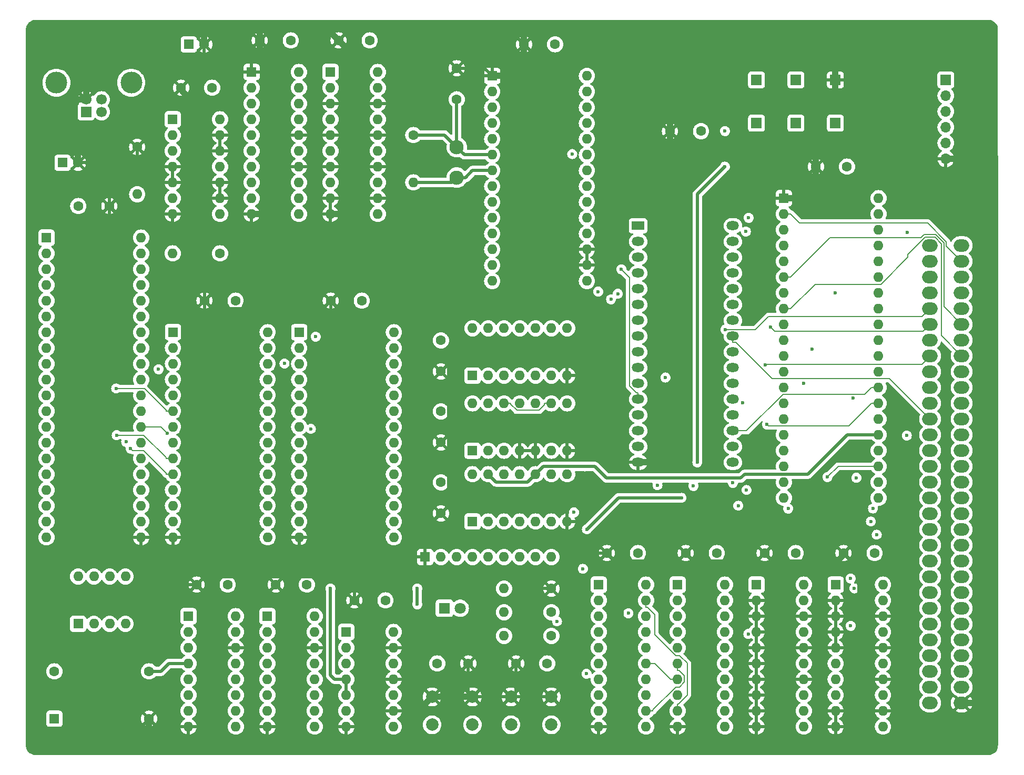
<source format=gbr>
%TF.GenerationSoftware,KiCad,Pcbnew,8.0.2*%
%TF.CreationDate,2025-01-09T14:11:15+01:00*%
%TF.ProjectId,bytecradle-6502-single-board,62797465-6372-4616-946c-652d36353032,rev?*%
%TF.SameCoordinates,Original*%
%TF.FileFunction,Copper,L2,Inr*%
%TF.FilePolarity,Positive*%
%FSLAX46Y46*%
G04 Gerber Fmt 4.6, Leading zero omitted, Abs format (unit mm)*
G04 Created by KiCad (PCBNEW 8.0.2) date 2025-01-09 14:11:15*
%MOMM*%
%LPD*%
G01*
G04 APERTURE LIST*
%TA.AperFunction,ComponentPad*%
%ADD10R,1.700000X1.700000*%
%TD*%
%TA.AperFunction,ComponentPad*%
%ADD11C,1.600000*%
%TD*%
%TA.AperFunction,ComponentPad*%
%ADD12R,1.600000X1.600000*%
%TD*%
%TA.AperFunction,ComponentPad*%
%ADD13O,1.600000X1.600000*%
%TD*%
%TA.AperFunction,ComponentPad*%
%ADD14C,2.300000*%
%TD*%
%TA.AperFunction,ComponentPad*%
%ADD15C,2.000000*%
%TD*%
%TA.AperFunction,ComponentPad*%
%ADD16R,1.800000X1.800000*%
%TD*%
%TA.AperFunction,ComponentPad*%
%ADD17C,1.800000*%
%TD*%
%TA.AperFunction,ComponentPad*%
%ADD18R,2.000000X1.440000*%
%TD*%
%TA.AperFunction,ComponentPad*%
%ADD19O,2.000000X1.440000*%
%TD*%
%TA.AperFunction,ComponentPad*%
%ADD20O,1.700000X1.700000*%
%TD*%
%TA.AperFunction,ComponentPad*%
%ADD21C,1.700000*%
%TD*%
%TA.AperFunction,ComponentPad*%
%ADD22C,3.500000*%
%TD*%
%TA.AperFunction,ComponentPad*%
%ADD23O,2.500000X2.000000*%
%TD*%
%TA.AperFunction,ViaPad*%
%ADD24C,0.600000*%
%TD*%
%TA.AperFunction,Conductor*%
%ADD25C,0.500000*%
%TD*%
%TA.AperFunction,Conductor*%
%ADD26C,1.000000*%
%TD*%
%TA.AperFunction,Conductor*%
%ADD27C,0.200000*%
%TD*%
G04 APERTURE END LIST*
D10*
%TO.N,~{IRQ}*%
%TO.C,TP6*%
X152400000Y-57785000D03*
%TD*%
%TO.N,~{RES}*%
%TO.C,TP5*%
X146050000Y-57785000D03*
%TD*%
%TO.N,~{NMI}*%
%TO.C,TP4*%
X139700000Y-57785000D03*
%TD*%
D11*
%TO.N,VCC*%
%TO.C,C24*%
X52070000Y-52070000D03*
%TO.N,GND*%
X47070000Y-52070000D03*
%TD*%
D12*
%TO.N,~{IRQC22}*%
%TO.C,U19*%
X45720000Y-57150000D03*
D13*
%TO.N,~{IRQC51}*%
X45720000Y-59690000D03*
%TO.N,~{IRQ}*%
X45720000Y-62230000D03*
%TO.N,GND*%
X45720000Y-64770000D03*
X45720000Y-67310000D03*
%TO.N,unconnected-(U19-Pad6)*%
X45720000Y-69850000D03*
%TO.N,GND*%
X45720000Y-72390000D03*
%TO.N,unconnected-(U19-Pad8)*%
X53340000Y-72390000D03*
%TO.N,GND*%
X53340000Y-69850000D03*
X53340000Y-67310000D03*
%TO.N,unconnected-(U19-Pad11)*%
X53340000Y-64770000D03*
%TO.N,GND*%
X53340000Y-62230000D03*
X53340000Y-59690000D03*
%TO.N,VCC*%
X53340000Y-57150000D03*
%TD*%
D10*
%TO.N,GND*%
%TO.C,TP3*%
X152400000Y-50800000D03*
%TD*%
%TO.N,~{CLK}*%
%TO.C,TP2*%
X146050000Y-50800000D03*
%TD*%
%TO.N,CLK*%
%TO.C,TP1*%
X139700000Y-50800000D03*
%TD*%
D11*
%TO.N,~{NMI}*%
%TO.C,C23*%
X106005000Y-144780000D03*
%TO.N,GND*%
X101005000Y-144780000D03*
%TD*%
%TO.N,~{RES}*%
%TO.C,C22*%
X88305000Y-144780000D03*
%TO.N,GND*%
X93305000Y-144780000D03*
%TD*%
D12*
%TO.N,Net-(U8-~{OE})*%
%TO.C,U11*%
X93980000Y-98425000D03*
D13*
%TO.N,Net-(U11-Pad2)*%
X96520000Y-98425000D03*
X99060000Y-98425000D03*
X101600000Y-98425000D03*
%TO.N,Net-(U11-Pad5)*%
X104140000Y-98425000D03*
%TO.N,A14*%
X106680000Y-98425000D03*
%TO.N,GND*%
X109220000Y-98425000D03*
%TO.N,R{slash}~{W}*%
X109220000Y-90805000D03*
%TO.N,Net-(U10-P=R)*%
X106680000Y-90805000D03*
%TO.N,Net-(U11-Pad10)*%
X104140000Y-90805000D03*
%TO.N,Net-(U10-P=R)*%
X101600000Y-90805000D03*
X99060000Y-90805000D03*
%TO.N,Net-(U11-Pad13)*%
X96520000Y-90805000D03*
%TO.N,VCC*%
X93980000Y-90805000D03*
%TD*%
D11*
%TO.N,GND*%
%TO.C,C5*%
X125770000Y-59055000D03*
%TO.N,VCC*%
X130770000Y-59055000D03*
%TD*%
D14*
%TO.N,Net-(U5-XTAL1)*%
%TO.C,Y1*%
X91445000Y-61635000D03*
%TO.N,Net-(U5-XTAL2)*%
X91445000Y-66535000D03*
%TD*%
D11*
%TO.N,GND*%
%TO.C,C7*%
X49570000Y-132080000D03*
%TO.N,VCC*%
X54570000Y-132080000D03*
%TD*%
%TO.N,GND*%
%TO.C,C10*%
X62310000Y-132080000D03*
%TO.N,VCC*%
X67310000Y-132080000D03*
%TD*%
D13*
%TO.N,VCC*%
%TO.C,R5*%
X99060000Y-136525000D03*
D11*
%TO.N,~{RES}*%
X106680000Y-136525000D03*
%TD*%
%TO.N,VCC*%
%TO.C,C20*%
X88900000Y-104180000D03*
%TO.N,GND*%
X88900000Y-109180000D03*
%TD*%
%TO.N,GND*%
%TO.C,C16*%
X88900000Y-97750000D03*
%TO.N,VCC*%
X88900000Y-92750000D03*
%TD*%
%TO.N,GND*%
%TO.C,C13*%
X141010000Y-127000000D03*
%TO.N,VCC*%
X146010000Y-127000000D03*
%TD*%
D13*
%TO.N,Net-(D1-K)*%
%TO.C,R6*%
X99060000Y-132715000D03*
D11*
%TO.N,GND*%
X106680000Y-132715000D03*
%TD*%
%TO.N,GND*%
%TO.C,C4*%
X71160000Y-86360000D03*
%TO.N,VCC*%
X76160000Y-86360000D03*
%TD*%
%TO.N,GND*%
%TO.C,C8*%
X149265000Y-64770000D03*
%TO.N,VCC*%
X154265000Y-64770000D03*
%TD*%
%TO.N,GND*%
%TO.C,C17*%
X74970000Y-134620000D03*
%TO.N,VCC*%
X79970000Y-134620000D03*
%TD*%
D12*
%TO.N,Net-(RN1-R1)*%
%TO.C,SW1*%
X30490000Y-138387500D03*
D13*
%TO.N,Net-(RN1-R2)*%
X33030000Y-138387500D03*
%TO.N,Net-(RN1-R3)*%
X35570000Y-138387500D03*
%TO.N,Net-(RN1-R4)*%
X38110000Y-138387500D03*
%TO.N,VCC*%
X38110000Y-130767500D03*
X35570000Y-130767500D03*
X33030000Y-130767500D03*
X30490000Y-130767500D03*
%TD*%
D15*
%TO.N,GND*%
%TO.C,SW2*%
X87480000Y-150150000D03*
X93980000Y-150150000D03*
%TO.N,~{RES}*%
X87480000Y-154650000D03*
X93980000Y-154650000D03*
%TD*%
D11*
%TO.N,GND*%
%TO.C,C6*%
X59730000Y-44450000D03*
%TO.N,VCC*%
X64730000Y-44450000D03*
%TD*%
%TO.N,Net-(U5-XTAL1)*%
%TO.C,C1*%
X91440000Y-53935000D03*
%TO.N,GND*%
X91440000Y-48935000D03*
%TD*%
%TO.N,~{NMI}*%
%TO.C,R7*%
X106680000Y-140335000D03*
D13*
%TO.N,VCC*%
X99060000Y-140335000D03*
%TD*%
D16*
%TO.N,Net-(D1-K)*%
%TO.C,D1*%
X89460000Y-135890000D03*
D17*
%TO.N,VCC*%
X92000000Y-135890000D03*
%TD*%
D12*
%TO.N,~{I{slash}O}*%
%TO.C,U10*%
X71120000Y-49530000D03*
D13*
%TO.N,A0*%
X71120000Y-52070000D03*
%TO.N,GND*%
X71120000Y-54610000D03*
%TO.N,A1*%
X71120000Y-57150000D03*
%TO.N,GND*%
X71120000Y-59690000D03*
%TO.N,A2*%
X71120000Y-62230000D03*
%TO.N,GND*%
X71120000Y-64770000D03*
%TO.N,A3*%
X71120000Y-67310000D03*
%TO.N,GND*%
X71120000Y-69850000D03*
X71120000Y-72390000D03*
%TO.N,A4*%
X78740000Y-72390000D03*
%TO.N,GND*%
X78740000Y-69850000D03*
%TO.N,A5*%
X78740000Y-67310000D03*
%TO.N,GND*%
X78740000Y-64770000D03*
%TO.N,A6*%
X78740000Y-62230000D03*
%TO.N,GND*%
X78740000Y-59690000D03*
%TO.N,A7*%
X78740000Y-57150000D03*
%TO.N,GND*%
X78740000Y-54610000D03*
%TO.N,Net-(U10-P=R)*%
X78740000Y-52070000D03*
%TO.N,VCC*%
X78740000Y-49530000D03*
%TD*%
%TO.N,Net-(U5-XTAL2)*%
%TO.C,R3*%
X84455000Y-67310000D03*
D11*
%TO.N,Net-(U5-XTAL1)*%
X84455000Y-59690000D03*
%TD*%
D12*
%TO.N,GND*%
%TO.C,RN1*%
X86360000Y-127635000D03*
D13*
%TO.N,Net-(RN1-R1)*%
X88900000Y-127635000D03*
%TO.N,Net-(RN1-R2)*%
X91440000Y-127635000D03*
%TO.N,Net-(RN1-R3)*%
X93980000Y-127635000D03*
%TO.N,Net-(RN1-R4)*%
X96520000Y-127635000D03*
%TO.N,unconnected-(RN1-R5-Pad6)*%
X99060000Y-127635000D03*
%TO.N,unconnected-(RN1-R6-Pad7)*%
X101600000Y-127635000D03*
%TO.N,unconnected-(RN1-R7-Pad8)*%
X104140000Y-127635000D03*
%TO.N,unconnected-(RN1-R8-Pad9)*%
X106680000Y-127635000D03*
%TD*%
D15*
%TO.N,GND*%
%TO.C,SW3*%
X100180000Y-150150000D03*
X106680000Y-150150000D03*
%TO.N,~{NMI}*%
X100180000Y-154650000D03*
X106680000Y-154650000D03*
%TD*%
D11*
%TO.N,GND*%
%TO.C,C14*%
X88900000Y-120610000D03*
%TO.N,VCC*%
X88900000Y-115610000D03*
%TD*%
%TO.N,VCC*%
%TO.C,X1*%
X26670000Y-146050000D03*
%TO.N,Net-(U14-DOWN)*%
X41910000Y-146050000D03*
%TO.N,GND*%
X41910000Y-153670000D03*
D12*
%TO.N,unconnected-(X1-EN-Pad1)*%
X26670000Y-153670000D03*
%TD*%
D11*
%TO.N,VCC*%
%TO.C,C21*%
X107275000Y-45075000D03*
%TO.N,GND*%
X102275000Y-45075000D03*
%TD*%
%TO.N,GND*%
%TO.C,C3*%
X50840000Y-86350000D03*
%TO.N,VCC*%
X55840000Y-86350000D03*
%TD*%
D13*
%TO.N,Net-(J2-Shield)*%
%TO.C,R4*%
X40005000Y-69215000D03*
D11*
%TO.N,GND*%
X40005000Y-61595000D03*
%TD*%
%TO.N,GND*%
%TO.C,C15*%
X72430000Y-44450000D03*
%TO.N,VCC*%
X77430000Y-44450000D03*
%TD*%
D12*
%TO.N,~{I{slash}O}*%
%TO.C,U12*%
X152440000Y-132080000D03*
D13*
%TO.N,GND*%
X152440000Y-134620000D03*
X152440000Y-137160000D03*
X152440000Y-139700000D03*
X152440000Y-142240000D03*
%TO.N,A2*%
X152440000Y-144780000D03*
%TO.N,VCC*%
X152440000Y-147320000D03*
%TO.N,A3*%
X152440000Y-149860000D03*
%TO.N,GND*%
X152440000Y-152400000D03*
X152440000Y-154940000D03*
%TO.N,A4*%
X160060000Y-154940000D03*
%TO.N,GND*%
X160060000Y-152400000D03*
%TO.N,A5*%
X160060000Y-149860000D03*
%TO.N,GND*%
X160060000Y-147320000D03*
%TO.N,A6*%
X160060000Y-144780000D03*
%TO.N,GND*%
X160060000Y-142240000D03*
%TO.N,A7*%
X160060000Y-139700000D03*
%TO.N,GND*%
X160060000Y-137160000D03*
%TO.N,Net-(U12-P=R)*%
X160060000Y-134620000D03*
%TO.N,VCC*%
X160060000Y-132080000D03*
%TD*%
%TO.N,Net-(U1-RDY)*%
%TO.C,R1*%
X45720000Y-78740000D03*
D11*
%TO.N,VCC*%
X53340000Y-78740000D03*
%TD*%
%TO.N,GND*%
%TO.C,C9*%
X153710000Y-127000000D03*
%TO.N,VCC*%
X158710000Y-127000000D03*
%TD*%
%TO.N,VCC*%
%TO.C,C2*%
X30520000Y-71120000D03*
%TO.N,GND*%
X35520000Y-71120000D03*
%TD*%
D12*
%TO.N,Net-(U11-Pad10)*%
%TO.C,U18*%
X93980000Y-121920000D03*
D13*
%TO.N,CLK*%
X96520000Y-121920000D03*
%TO.N,Net-(U3-Cp)*%
X99060000Y-121920000D03*
%TO.N,Net-(U11-Pad13)*%
X101600000Y-121920000D03*
%TO.N,R{slash}~{W}*%
X104140000Y-121920000D03*
%TO.N,Net-(U9-CE)*%
X106680000Y-121920000D03*
%TO.N,GND*%
X109220000Y-121920000D03*
%TO.N,Net-(U8-~{CS})*%
X109220000Y-114300000D03*
%TO.N,Net-(U11-Pad2)*%
X106680000Y-114300000D03*
%TO.N,CLK*%
X104140000Y-114300000D03*
%TO.N,Net-(U7-~{CS})*%
X101600000Y-114300000D03*
%TO.N,Net-(U18-Pad12)*%
X99060000Y-114300000D03*
%TO.N,CLK*%
X96520000Y-114300000D03*
%TO.N,VCC*%
X93980000Y-114300000D03*
%TD*%
D12*
%TO.N,~{I{slash}O}*%
%TO.C,U17*%
X139700000Y-132080000D03*
D13*
%TO.N,GND*%
X139700000Y-134620000D03*
X139700000Y-137160000D03*
X139700000Y-139700000D03*
X139700000Y-142240000D03*
X139700000Y-144780000D03*
X139700000Y-147320000D03*
X139700000Y-149860000D03*
X139700000Y-152400000D03*
X139700000Y-154940000D03*
%TO.N,A4*%
X147320000Y-154940000D03*
%TO.N,VCC*%
X147320000Y-152400000D03*
%TO.N,A5*%
X147320000Y-149860000D03*
%TO.N,GND*%
X147320000Y-147320000D03*
%TO.N,A6*%
X147320000Y-144780000D03*
%TO.N,GND*%
X147320000Y-142240000D03*
%TO.N,A7*%
X147320000Y-139700000D03*
%TO.N,GND*%
X147320000Y-137160000D03*
%TO.N,Net-(U13-~{CS2})*%
X147320000Y-134620000D03*
%TO.N,VCC*%
X147320000Y-132080000D03*
%TD*%
D12*
%TO.N,Net-(U15-QA)*%
%TO.C,U16*%
X73660000Y-139700000D03*
D13*
%TO.N,Net-(U16-Pad2)*%
X73660000Y-142240000D03*
X73660000Y-144780000D03*
%TO.N,CLK*%
X73660000Y-147320000D03*
X73660000Y-149860000D03*
%TO.N,~{CLK}*%
X73660000Y-152400000D03*
%TO.N,GND*%
X73660000Y-154940000D03*
%TO.N,unconnected-(U16-Pad8)*%
X81280000Y-154940000D03*
%TO.N,GND*%
X81280000Y-152400000D03*
%TO.N,unconnected-(U16-Pad10)*%
X81280000Y-149860000D03*
%TO.N,GND*%
X81280000Y-147320000D03*
%TO.N,unconnected-(U16-Pad12)*%
X81280000Y-144780000D03*
%TO.N,GND*%
X81280000Y-142240000D03*
%TO.N,VCC*%
X81280000Y-139700000D03*
%TD*%
D12*
%TO.N,unconnected-(U15-B-Pad1)*%
%TO.C,U15*%
X60960000Y-137160000D03*
D13*
%TO.N,unconnected-(U15-QB-Pad2)*%
X60960000Y-139700000D03*
%TO.N,Net-(U15-QA)*%
X60960000Y-142240000D03*
%TO.N,VCC*%
X60960000Y-144780000D03*
%TO.N,Net-(U14-~{BO})*%
X60960000Y-147320000D03*
%TO.N,unconnected-(U15-QC-Pad6)*%
X60960000Y-149860000D03*
%TO.N,unconnected-(U15-QD-Pad7)*%
X60960000Y-152400000D03*
%TO.N,GND*%
X60960000Y-154940000D03*
%TO.N,unconnected-(U15-D-Pad9)*%
X68580000Y-154940000D03*
%TO.N,unconnected-(U15-C-Pad10)*%
X68580000Y-152400000D03*
%TO.N,VCC*%
X68580000Y-149860000D03*
%TO.N,unconnected-(U15-~{CO}-Pad12)*%
X68580000Y-147320000D03*
%TO.N,unconnected-(U15-~{BO}-Pad13)*%
X68580000Y-144780000D03*
%TO.N,GND*%
X68580000Y-142240000D03*
%TO.N,unconnected-(U15-A-Pad15)*%
X68580000Y-139700000D03*
%TO.N,VCC*%
X68580000Y-137160000D03*
%TD*%
D12*
%TO.N,Net-(RN1-R3)*%
%TO.C,U14*%
X48260000Y-137160000D03*
D13*
%TO.N,unconnected-(U14-QB-Pad2)*%
X48260000Y-139700000D03*
%TO.N,unconnected-(U14-QA-Pad3)*%
X48260000Y-142240000D03*
%TO.N,Net-(U14-DOWN)*%
X48260000Y-144780000D03*
%TO.N,VCC*%
X48260000Y-147320000D03*
%TO.N,unconnected-(U14-QC-Pad6)*%
X48260000Y-149860000D03*
%TO.N,unconnected-(U14-QD-Pad7)*%
X48260000Y-152400000D03*
%TO.N,GND*%
X48260000Y-154940000D03*
%TO.N,Net-(RN1-R1)*%
X55880000Y-154940000D03*
%TO.N,Net-(RN1-R2)*%
X55880000Y-152400000D03*
%TO.N,Net-(U14-~{BO})*%
X55880000Y-149860000D03*
%TO.N,unconnected-(U14-~{CO}-Pad12)*%
X55880000Y-147320000D03*
%TO.N,Net-(U14-~{BO})*%
X55880000Y-144780000D03*
%TO.N,GND*%
X55880000Y-142240000D03*
%TO.N,Net-(RN1-R4)*%
X55880000Y-139700000D03*
%TO.N,VCC*%
X55880000Y-137160000D03*
%TD*%
D12*
%TO.N,GND*%
%TO.C,U13*%
X144105000Y-69850000D03*
D13*
%TO.N,PA0*%
X144105000Y-72390000D03*
%TO.N,PA1*%
X144105000Y-74930000D03*
%TO.N,PA2*%
X144105000Y-77470000D03*
%TO.N,PA3*%
X144105000Y-80010000D03*
%TO.N,PA4*%
X144105000Y-82550000D03*
%TO.N,PA5*%
X144105000Y-85090000D03*
%TO.N,PA6*%
X144105000Y-87630000D03*
%TO.N,PA7*%
X144105000Y-90170000D03*
%TO.N,PB0*%
X144105000Y-92710000D03*
%TO.N,PB1*%
X144105000Y-95250000D03*
%TO.N,PB2*%
X144105000Y-97790000D03*
%TO.N,PB3*%
X144105000Y-100330000D03*
%TO.N,PB4*%
X144105000Y-102870000D03*
%TO.N,PB5*%
X144105000Y-105410000D03*
%TO.N,PB6*%
X144105000Y-107950000D03*
%TO.N,PB7*%
X144105000Y-110490000D03*
%TO.N,CB1*%
X144105000Y-113030000D03*
%TO.N,CB2*%
X144105000Y-115570000D03*
%TO.N,VCC*%
X144105000Y-118110000D03*
%TO.N,~{IRQC22}*%
X159345000Y-118110000D03*
%TO.N,R{slash}~{W}*%
X159345000Y-115570000D03*
%TO.N,Net-(U13-~{CS2})*%
X159345000Y-113030000D03*
%TO.N,VCC*%
X159345000Y-110490000D03*
%TO.N,CLK*%
X159345000Y-107950000D03*
%TO.N,D7*%
X159345000Y-105410000D03*
%TO.N,D6*%
X159345000Y-102870000D03*
%TO.N,D5*%
X159345000Y-100330000D03*
%TO.N,D4*%
X159345000Y-97790000D03*
%TO.N,D3*%
X159345000Y-95250000D03*
%TO.N,D2*%
X159345000Y-92710000D03*
%TO.N,D1*%
X159345000Y-90170000D03*
%TO.N,D0*%
X159345000Y-87630000D03*
%TO.N,~{RES}*%
X159345000Y-85090000D03*
%TO.N,A3*%
X159345000Y-82550000D03*
%TO.N,A2*%
X159345000Y-80010000D03*
%TO.N,A1*%
X159345000Y-77470000D03*
%TO.N,A0*%
X159345000Y-74930000D03*
%TO.N,CA2*%
X159345000Y-72390000D03*
%TO.N,CA1*%
X159345000Y-69850000D03*
%TD*%
D12*
%TO.N,VCC*%
%TO.C,U9*%
X127000000Y-132080000D03*
D13*
%TO.N,BANK0*%
X127000000Y-134620000D03*
%TO.N,BANK1*%
X127000000Y-137160000D03*
%TO.N,BANK2*%
X127000000Y-139700000D03*
%TO.N,BANK3*%
X127000000Y-142240000D03*
%TO.N,BANK4*%
X127000000Y-144780000D03*
%TO.N,RAMBANK*%
X127000000Y-147320000D03*
%TO.N,REG6*%
X127000000Y-149860000D03*
%TO.N,REG7*%
X127000000Y-152400000D03*
%TO.N,GND*%
X127000000Y-154940000D03*
%TO.N,D7*%
X134620000Y-154940000D03*
%TO.N,D6*%
X134620000Y-152400000D03*
%TO.N,D5*%
X134620000Y-149860000D03*
%TO.N,D4*%
X134620000Y-147320000D03*
%TO.N,D3*%
X134620000Y-144780000D03*
%TO.N,D2*%
X134620000Y-142240000D03*
%TO.N,D1*%
X134620000Y-139700000D03*
%TO.N,D0*%
X134620000Y-137160000D03*
%TO.N,Net-(U9-CE)*%
X134620000Y-134620000D03*
%TO.N,VCC*%
X134620000Y-132080000D03*
%TD*%
D12*
%TO.N,RAMBANK*%
%TO.C,U8*%
X66080000Y-91440000D03*
D13*
%TO.N,A12*%
X66080000Y-93980000D03*
%TO.N,A7*%
X66080000Y-96520000D03*
%TO.N,A6*%
X66080000Y-99060000D03*
%TO.N,A5*%
X66080000Y-101600000D03*
%TO.N,A4*%
X66080000Y-104140000D03*
%TO.N,A3*%
X66080000Y-106680000D03*
%TO.N,A2*%
X66080000Y-109220000D03*
%TO.N,A1*%
X66080000Y-111760000D03*
%TO.N,A0*%
X66080000Y-114300000D03*
%TO.N,D0*%
X66080000Y-116840000D03*
%TO.N,D1*%
X66080000Y-119380000D03*
%TO.N,D2*%
X66080000Y-121920000D03*
%TO.N,GND*%
X66080000Y-124460000D03*
%TO.N,D3*%
X81320000Y-124460000D03*
%TO.N,D4*%
X81320000Y-121920000D03*
%TO.N,D5*%
X81320000Y-119380000D03*
%TO.N,D6*%
X81320000Y-116840000D03*
%TO.N,D7*%
X81320000Y-114300000D03*
%TO.N,Net-(U8-~{CS})*%
X81320000Y-111760000D03*
%TO.N,A10*%
X81320000Y-109220000D03*
%TO.N,Net-(U8-~{OE})*%
X81320000Y-106680000D03*
%TO.N,A11*%
X81320000Y-104140000D03*
%TO.N,A9*%
X81320000Y-101600000D03*
%TO.N,A8*%
X81320000Y-99060000D03*
%TO.N,A13*%
X81320000Y-96520000D03*
%TO.N,R{slash}~{W}*%
X81320000Y-93980000D03*
%TO.N,VCC*%
X81320000Y-91440000D03*
%TD*%
D12*
%TO.N,A14*%
%TO.C,U7*%
X45760000Y-91430000D03*
D13*
%TO.N,A12*%
X45760000Y-93970000D03*
%TO.N,A7*%
X45760000Y-96510000D03*
%TO.N,A6*%
X45760000Y-99050000D03*
%TO.N,A5*%
X45760000Y-101590000D03*
%TO.N,A4*%
X45760000Y-104130000D03*
%TO.N,A3*%
X45760000Y-106670000D03*
%TO.N,A2*%
X45760000Y-109210000D03*
%TO.N,A1*%
X45760000Y-111750000D03*
%TO.N,A0*%
X45760000Y-114290000D03*
%TO.N,D0*%
X45760000Y-116830000D03*
%TO.N,D1*%
X45760000Y-119370000D03*
%TO.N,D2*%
X45760000Y-121910000D03*
%TO.N,GND*%
X45760000Y-124450000D03*
%TO.N,D3*%
X61000000Y-124450000D03*
%TO.N,D4*%
X61000000Y-121910000D03*
%TO.N,D5*%
X61000000Y-119370000D03*
%TO.N,D6*%
X61000000Y-116830000D03*
%TO.N,D7*%
X61000000Y-114290000D03*
%TO.N,Net-(U7-~{CS})*%
X61000000Y-111750000D03*
%TO.N,A10*%
X61000000Y-109210000D03*
%TO.N,A15*%
X61000000Y-106670000D03*
%TO.N,A11*%
X61000000Y-104130000D03*
%TO.N,A9*%
X61000000Y-101590000D03*
%TO.N,A8*%
X61000000Y-99050000D03*
%TO.N,A13*%
X61000000Y-96510000D03*
%TO.N,R{slash}~{W}*%
X61000000Y-93970000D03*
%TO.N,VCC*%
X61000000Y-91430000D03*
%TD*%
D12*
%TO.N,A14*%
%TO.C,U6*%
X93975000Y-110520000D03*
D13*
%TO.N,A15*%
X96515000Y-110520000D03*
%TO.N,Net-(U2-CE)*%
X99055000Y-110520000D03*
%TO.N,GND*%
X101595000Y-110520000D03*
X104135000Y-110520000D03*
%TO.N,unconnected-(U6-Pad6)*%
X106675000Y-110520000D03*
%TO.N,GND*%
X109215000Y-110520000D03*
%TO.N,Net-(U11-Pad5)*%
X109215000Y-102900000D03*
%TO.N,A15*%
X106675000Y-102900000D03*
%TO.N,~{I{slash}O}*%
X104135000Y-102900000D03*
%TO.N,Net-(U18-Pad12)*%
X101595000Y-102900000D03*
%TO.N,A15*%
X99055000Y-102900000D03*
X96515000Y-102900000D03*
%TO.N,VCC*%
X93975000Y-102900000D03*
%TD*%
D12*
%TO.N,GND*%
%TO.C,U5*%
X97155000Y-50165000D03*
D13*
%TO.N,VCC*%
X97155000Y-52705000D03*
%TO.N,Net-(U12-P=R)*%
X97155000Y-55245000D03*
%TO.N,~{RES}*%
X97155000Y-57785000D03*
%TO.N,unconnected-(U5-RxC-Pad5)*%
X97155000Y-60325000D03*
%TO.N,Net-(U5-XTAL1)*%
X97155000Y-62865000D03*
%TO.N,Net-(U5-XTAL2)*%
X97155000Y-65405000D03*
%TO.N,~{RTS}*%
X97155000Y-67945000D03*
%TO.N,~{CTS}*%
X97155000Y-70485000D03*
%TO.N,TxD*%
X97155000Y-73025000D03*
%TO.N,unconnected-(U5-~{DTR}-Pad11)*%
X97155000Y-75565000D03*
%TO.N,RxD*%
X97155000Y-78105000D03*
%TO.N,A0*%
X97155000Y-80645000D03*
%TO.N,A1*%
X97155000Y-83185000D03*
%TO.N,VCC*%
X112395000Y-83185000D03*
%TO.N,GND*%
X112395000Y-80645000D03*
X112395000Y-78105000D03*
%TO.N,D0*%
X112395000Y-75565000D03*
%TO.N,D1*%
X112395000Y-73025000D03*
%TO.N,D2*%
X112395000Y-70485000D03*
%TO.N,D3*%
X112395000Y-67945000D03*
%TO.N,D4*%
X112395000Y-65405000D03*
%TO.N,D5*%
X112395000Y-62865000D03*
%TO.N,D6*%
X112395000Y-60325000D03*
%TO.N,D7*%
X112395000Y-57785000D03*
%TO.N,~{IRQC51}*%
X112395000Y-55245000D03*
%TO.N,CLK*%
X112395000Y-52705000D03*
%TO.N,R{slash}~{W}*%
X112395000Y-50165000D03*
%TD*%
D12*
%TO.N,GND*%
%TO.C,U4*%
X58420000Y-49530000D03*
D13*
%TO.N,A8*%
X58420000Y-52070000D03*
%TO.N,VCC*%
X58420000Y-54610000D03*
%TO.N,A9*%
X58420000Y-57150000D03*
%TO.N,VCC*%
X58420000Y-59690000D03*
%TO.N,A10*%
X58420000Y-62230000D03*
%TO.N,VCC*%
X58420000Y-64770000D03*
%TO.N,A11*%
X58420000Y-67310000D03*
%TO.N,VCC*%
X58420000Y-69850000D03*
%TO.N,GND*%
X58420000Y-72390000D03*
%TO.N,A12*%
X66040000Y-72390000D03*
%TO.N,VCC*%
X66040000Y-69850000D03*
%TO.N,A13*%
X66040000Y-67310000D03*
%TO.N,GND*%
X66040000Y-64770000D03*
%TO.N,A14*%
X66040000Y-62230000D03*
%TO.N,GND*%
X66040000Y-59690000D03*
%TO.N,A15*%
X66040000Y-57150000D03*
%TO.N,VCC*%
X66040000Y-54610000D03*
%TO.N,~{I{slash}O}*%
X66040000Y-52070000D03*
%TO.N,VCC*%
X66040000Y-49530000D03*
%TD*%
D12*
%TO.N,~{RES}*%
%TO.C,U3*%
X114300000Y-132080000D03*
D13*
%TO.N,BANK0*%
X114300000Y-134620000D03*
%TO.N,D0*%
X114300000Y-137160000D03*
%TO.N,D1*%
X114300000Y-139700000D03*
%TO.N,BANK1*%
X114300000Y-142240000D03*
%TO.N,BANK2*%
X114300000Y-144780000D03*
%TO.N,D2*%
X114300000Y-147320000D03*
%TO.N,D3*%
X114300000Y-149860000D03*
%TO.N,BANK3*%
X114300000Y-152400000D03*
%TO.N,GND*%
X114300000Y-154940000D03*
%TO.N,Net-(U3-Cp)*%
X121920000Y-154940000D03*
%TO.N,BANK4*%
X121920000Y-152400000D03*
%TO.N,D4*%
X121920000Y-149860000D03*
%TO.N,D5*%
X121920000Y-147320000D03*
%TO.N,RAMBANK*%
X121920000Y-144780000D03*
%TO.N,REG6*%
X121920000Y-142240000D03*
%TO.N,D6*%
X121920000Y-139700000D03*
%TO.N,D7*%
X121920000Y-137160000D03*
%TO.N,REG7*%
X121920000Y-134620000D03*
%TO.N,VCC*%
X121920000Y-132080000D03*
%TD*%
D18*
%TO.N,BANK4*%
%TO.C,U2*%
X120650000Y-74295000D03*
D19*
%TO.N,BANK2*%
X120650000Y-76835000D03*
%TO.N,BANK1*%
X120650000Y-79375000D03*
%TO.N,A12*%
X120650000Y-81915000D03*
%TO.N,A7*%
X120650000Y-84455000D03*
%TO.N,A6*%
X120650000Y-86995000D03*
%TO.N,A5*%
X120650000Y-89535000D03*
%TO.N,A4*%
X120650000Y-92075000D03*
%TO.N,A3*%
X120650000Y-94615000D03*
%TO.N,A2*%
X120650000Y-97155000D03*
%TO.N,A1*%
X120650000Y-99695000D03*
%TO.N,A0*%
X120650000Y-102235000D03*
%TO.N,D0*%
X120650000Y-104775000D03*
%TO.N,D1*%
X120650000Y-107315000D03*
%TO.N,D2*%
X120650000Y-109855000D03*
%TO.N,GND*%
X120650000Y-112395000D03*
%TO.N,D3*%
X135890000Y-112395000D03*
%TO.N,D4*%
X135890000Y-109855000D03*
%TO.N,D5*%
X135890000Y-107315000D03*
%TO.N,D6*%
X135890000Y-104775000D03*
%TO.N,D7*%
X135890000Y-102235000D03*
%TO.N,Net-(U2-CE)*%
X135890000Y-99695000D03*
%TO.N,A10*%
X135890000Y-97155000D03*
%TO.N,Net-(U2-CE)*%
X135890000Y-94615000D03*
%TO.N,A11*%
X135890000Y-92075000D03*
%TO.N,A9*%
X135890000Y-89535000D03*
%TO.N,A8*%
X135890000Y-86995000D03*
%TO.N,A13*%
X135890000Y-84455000D03*
%TO.N,BANK0*%
X135890000Y-81915000D03*
%TO.N,BANK3*%
X135890000Y-79375000D03*
%TO.N,VCC*%
X135890000Y-76835000D03*
X135890000Y-74295000D03*
%TD*%
D12*
%TO.N,unconnected-(U1-~{VP}-Pad1)*%
%TO.C,U1*%
X25400000Y-76200000D03*
D13*
%TO.N,Net-(U1-RDY)*%
X25400000Y-78740000D03*
%TO.N,unconnected-(U1-\u03D51-Pad3)*%
X25400000Y-81280000D03*
%TO.N,~{IRQ}*%
X25400000Y-83820000D03*
%TO.N,unconnected-(U1-~{ML}-Pad5)*%
X25400000Y-86360000D03*
%TO.N,~{NMI}*%
X25400000Y-88900000D03*
%TO.N,unconnected-(U1-SYNC-Pad7)*%
X25400000Y-91440000D03*
%TO.N,VCC*%
X25400000Y-93980000D03*
%TO.N,A0*%
X25400000Y-96520000D03*
%TO.N,A1*%
X25400000Y-99060000D03*
%TO.N,A2*%
X25400000Y-101600000D03*
%TO.N,A3*%
X25400000Y-104140000D03*
%TO.N,A4*%
X25400000Y-106680000D03*
%TO.N,A5*%
X25400000Y-109220000D03*
%TO.N,A6*%
X25400000Y-111760000D03*
%TO.N,A7*%
X25400000Y-114300000D03*
%TO.N,A8*%
X25400000Y-116840000D03*
%TO.N,A9*%
X25400000Y-119380000D03*
%TO.N,A10*%
X25400000Y-121920000D03*
%TO.N,A11*%
X25400000Y-124460000D03*
%TO.N,GND*%
X40640000Y-124460000D03*
%TO.N,A12*%
X40640000Y-121920000D03*
%TO.N,A13*%
X40640000Y-119380000D03*
%TO.N,A14*%
X40640000Y-116840000D03*
%TO.N,A15*%
X40640000Y-114300000D03*
%TO.N,D7*%
X40640000Y-111760000D03*
%TO.N,D6*%
X40640000Y-109220000D03*
%TO.N,D5*%
X40640000Y-106680000D03*
%TO.N,D4*%
X40640000Y-104140000D03*
%TO.N,D3*%
X40640000Y-101600000D03*
%TO.N,D2*%
X40640000Y-99060000D03*
%TO.N,D1*%
X40640000Y-96520000D03*
%TO.N,D0*%
X40640000Y-93980000D03*
%TO.N,R{slash}~{W}*%
X40640000Y-91440000D03*
%TO.N,unconnected-(U1-nc-Pad35)*%
X40640000Y-88900000D03*
%TO.N,VCC*%
X40640000Y-86360000D03*
%TO.N,CLK*%
X40640000Y-83820000D03*
%TO.N,unconnected-(U1-~{SO}-Pad38)*%
X40640000Y-81280000D03*
%TO.N,unconnected-(U1-\u03D52-Pad39)*%
X40640000Y-78740000D03*
%TO.N,~{RES}*%
X40640000Y-76200000D03*
%TD*%
D10*
%TO.N,~{RTS}*%
%TO.C,J3*%
X170180000Y-50810000D03*
D20*
%TO.N,TxD*%
X170180000Y-53350000D03*
%TO.N,RxD*%
X170180000Y-55890000D03*
%TO.N,VCC*%
X170180000Y-58430000D03*
%TO.N,~{CTS}*%
X170180000Y-60970000D03*
%TO.N,GND*%
X170180000Y-63510000D03*
%TD*%
D10*
%TO.N,VCC*%
%TO.C,J2*%
X31770000Y-55975000D03*
D21*
%TO.N,unconnected-(J2-D--Pad2)*%
X34270000Y-55975000D03*
%TO.N,unconnected-(J2-D+-Pad3)*%
X34270000Y-53975000D03*
%TO.N,GND*%
X31770000Y-53975000D03*
D22*
%TO.N,Net-(J2-Shield)*%
X27000000Y-51265000D03*
X39040000Y-51265000D03*
%TD*%
D23*
%TO.N,A0*%
%TO.C,J1*%
X167640000Y-77470000D03*
%TO.N,A1*%
X167640000Y-80010000D03*
%TO.N,A2*%
X167640000Y-82550000D03*
%TO.N,A3*%
X167640000Y-85090000D03*
%TO.N,A4*%
X167640000Y-87630000D03*
%TO.N,A5*%
X167640000Y-90170000D03*
%TO.N,A6*%
X167640000Y-92710000D03*
%TO.N,A7*%
X167640000Y-95250000D03*
%TO.N,A8*%
X167640000Y-97790000D03*
%TO.N,A9*%
X167640000Y-100330000D03*
%TO.N,A10*%
X167640000Y-102870000D03*
%TO.N,A11*%
X167640000Y-105410000D03*
%TO.N,A12*%
X167640000Y-107950000D03*
%TO.N,A13*%
X167640000Y-110490000D03*
%TO.N,A14*%
X167640000Y-113030000D03*
%TO.N,A15*%
X167640000Y-115570000D03*
%TO.N,D0*%
X167640000Y-118110000D03*
%TO.N,D1*%
X167640000Y-120650000D03*
%TO.N,D2*%
X167640000Y-123190000D03*
%TO.N,D3*%
X167640000Y-125730000D03*
%TO.N,D4*%
X167640000Y-128270000D03*
%TO.N,D5*%
X167640000Y-130810000D03*
%TO.N,D6*%
X167640000Y-133350000D03*
%TO.N,D7*%
X167640000Y-135890000D03*
%TO.N,R{slash}~{W}*%
X167640000Y-138430000D03*
%TO.N,CLK*%
X167640000Y-140970000D03*
%TO.N,~{RES}*%
X167640000Y-143510000D03*
%TO.N,~{IRQ}*%
X167640000Y-146050000D03*
%TO.N,~{I{slash}O}*%
X167640000Y-148590000D03*
%TO.N,~{NMI}*%
X167640000Y-151130000D03*
%TO.N,GND*%
X172720000Y-151130000D03*
%TO.N,REG7*%
X172720000Y-148590000D03*
%TO.N,REG6*%
X172720000Y-146050000D03*
%TO.N,RAMBANK*%
X172720000Y-143510000D03*
%TO.N,BANK4*%
X172720000Y-140970000D03*
%TO.N,BANK3*%
X172720000Y-138430000D03*
%TO.N,BANK2*%
X172720000Y-135890000D03*
%TO.N,BANK1*%
X172720000Y-133350000D03*
%TO.N,BANK0*%
X172720000Y-130810000D03*
%TO.N,CB2*%
X172720000Y-128270000D03*
%TO.N,CB1*%
X172720000Y-125730000D03*
%TO.N,PB7*%
X172720000Y-123190000D03*
%TO.N,PB6*%
X172720000Y-120650000D03*
%TO.N,PB5*%
X172720000Y-118110000D03*
%TO.N,PB4*%
X172720000Y-115570000D03*
%TO.N,PB3*%
X172720000Y-113030000D03*
%TO.N,PB2*%
X172720000Y-110490000D03*
%TO.N,PB1*%
X172720000Y-107950000D03*
%TO.N,PB0*%
X172720000Y-105410000D03*
%TO.N,CA2*%
X172720000Y-102870000D03*
%TO.N,CA1*%
X172720000Y-100330000D03*
%TO.N,PA7*%
X172720000Y-97790000D03*
%TO.N,PA6*%
X172720000Y-95250000D03*
%TO.N,PA5*%
X172720000Y-92710000D03*
%TO.N,PA4*%
X172720000Y-90170000D03*
%TO.N,PA3*%
X172720000Y-87630000D03*
%TO.N,PA2*%
X172720000Y-85090000D03*
%TO.N,PA1*%
X172720000Y-82550000D03*
%TO.N,PA0*%
X172720000Y-80010000D03*
%TO.N,VCC*%
X172720000Y-77470000D03*
%TD*%
D12*
%TO.N,VCC*%
%TO.C,C19*%
X48300000Y-45085000D03*
D11*
%TO.N,GND*%
X50800000Y-45085000D03*
%TD*%
D12*
%TO.N,VCC*%
%TO.C,C18*%
X27980000Y-64135000D03*
D11*
%TO.N,GND*%
X30480000Y-64135000D03*
%TD*%
%TO.N,VCC*%
%TO.C,C12*%
X133310000Y-127000000D03*
%TO.N,GND*%
X128310000Y-127000000D03*
%TD*%
%TO.N,VCC*%
%TO.C,C11*%
X120610000Y-127000000D03*
%TO.N,GND*%
X115610000Y-127000000D03*
%TD*%
D24*
%TO.N,~{NMI}*%
X129540000Y-116205000D03*
X158115000Y-121920000D03*
%TO.N,~{IRQ}*%
X138430000Y-73025000D03*
%TO.N,~{RES}*%
X152400000Y-85090000D03*
%TO.N,~{NMI}*%
X111760000Y-129540000D03*
X112395000Y-123190000D03*
X127635000Y-118110000D03*
X130175000Y-112395000D03*
X134620000Y-64770000D03*
X134620000Y-59055000D03*
%TO.N,~{IRQC22}*%
X155787600Y-114877300D03*
%TO.N,~{CLK}*%
X110031500Y-62750700D03*
X107585400Y-137991700D03*
%TO.N,Net-(U13-~{CS2})*%
X151108600Y-114757700D03*
%TO.N,PB3*%
X163985600Y-75395200D03*
X147262600Y-99675200D03*
%TO.N,PB5*%
X154863200Y-138722900D03*
%TO.N,CB2*%
X158452700Y-119834400D03*
%TO.N,PB4*%
X155253300Y-102058900D03*
%TO.N,Net-(U12-P=R)*%
X154856100Y-131106200D03*
%TO.N,~{I{slash}O}*%
X144797600Y-119839500D03*
%TO.N,Net-(U3-Cp)*%
X119061400Y-136698500D03*
%TO.N,RAMBANK*%
X116279800Y-86141300D03*
%TO.N,BANK1*%
X112349400Y-146439300D03*
%TO.N,BANK0*%
X137990900Y-75228400D03*
%TO.N,BANK2*%
X138380400Y-140031700D03*
%TO.N,D4*%
X163889000Y-108081400D03*
%TO.N,R{slash}~{W}*%
X110320100Y-120450200D03*
%TO.N,A3*%
X117366600Y-85253000D03*
X68737100Y-92158000D03*
%TO.N,D5*%
X44846400Y-107729800D03*
X136760700Y-119380000D03*
%TO.N,A7*%
X141131800Y-96743700D03*
%TO.N,D3*%
X135890000Y-115690200D03*
%TO.N,CLK*%
X71120000Y-132715000D03*
X85090000Y-132715000D03*
X85090000Y-135255000D03*
X112085400Y-113050000D03*
%TO.N,A1*%
X114217300Y-84892800D03*
X36694900Y-108018300D03*
%TO.N,A13*%
X63718200Y-96482400D03*
X137477700Y-102827200D03*
%TO.N,A4*%
X36616200Y-100499800D03*
X134698400Y-91010700D03*
%TO.N,A2*%
X67957400Y-107003400D03*
X38217800Y-109090200D03*
X148682900Y-94121500D03*
%TO.N,D6*%
X141385700Y-106290400D03*
X138094000Y-116840000D03*
%TO.N,A0*%
X117941400Y-81306500D03*
X38929800Y-110173900D03*
%TO.N,D7*%
X123759500Y-116081100D03*
%TO.N,A12*%
X125039200Y-98733000D03*
%TO.N,A5*%
X43438200Y-97403000D03*
X141936000Y-90625500D03*
%TO.N,~{RES}*%
X159054100Y-124040200D03*
%TO.N,~{IRQ}*%
X155456200Y-132688400D03*
%TD*%
D25*
%TO.N,~{NMI}*%
X117475000Y-118110000D02*
X112395000Y-123190000D01*
X127635000Y-118110000D02*
X117475000Y-118110000D01*
X130175000Y-69215000D02*
X130175000Y-112395000D01*
X134620000Y-64770000D02*
X130175000Y-69215000D01*
D26*
%TO.N,GND*%
X149265000Y-55840000D02*
X149265000Y-64770000D01*
X152400000Y-52705000D02*
X149265000Y-55840000D01*
X152400000Y-50800000D02*
X152400000Y-52705000D01*
D25*
%TO.N,Net-(U14-DOWN)*%
X45085000Y-144780000D02*
X48260000Y-144780000D01*
X43815000Y-146050000D02*
X45085000Y-144780000D01*
X41910000Y-146050000D02*
X43815000Y-146050000D01*
D27*
%TO.N,PA0*%
X144105000Y-72390000D02*
X145205100Y-72390000D01*
X170273000Y-77563000D02*
X172720000Y-80010000D01*
X170273000Y-76868000D02*
X170273000Y-77563000D01*
X167234800Y-73829800D02*
X170273000Y-76868000D01*
X146644900Y-73829800D02*
X167234800Y-73829800D01*
X145205100Y-72390000D02*
X146644900Y-73829800D01*
%TO.N,Net-(U13-~{CS2})*%
X152836300Y-113030000D02*
X151108600Y-114757700D01*
X159345000Y-113030000D02*
X152836300Y-113030000D01*
%TO.N,PA6*%
X149128300Y-83706800D02*
X145205100Y-87630000D01*
X159755100Y-83706800D02*
X149128300Y-83706800D01*
X164083200Y-79378700D02*
X159755100Y-83706800D01*
X164083200Y-78918600D02*
X164083200Y-79378700D01*
X166832000Y-76169800D02*
X164083200Y-78918600D01*
X168443100Y-76169800D02*
X166832000Y-76169800D01*
X169472600Y-77199300D02*
X168443100Y-76169800D01*
X169472600Y-92002600D02*
X169472600Y-77199300D01*
X172720000Y-95250000D02*
X169472600Y-92002600D01*
X144105000Y-87630000D02*
X145205100Y-87630000D01*
%TO.N,PA4*%
X144105000Y-82550000D02*
X145205100Y-82550000D01*
X169872800Y-87322800D02*
X172720000Y-90170000D01*
X169872800Y-77033600D02*
X169872800Y-87322800D01*
X168574100Y-75734900D02*
X169872800Y-77033600D01*
X166664000Y-75734900D02*
X168574100Y-75734900D01*
X166181100Y-76217800D02*
X166664000Y-75734900D01*
X151537300Y-76217800D02*
X166181100Y-76217800D01*
X145205100Y-82550000D02*
X151537300Y-76217800D01*
%TO.N,REG7*%
X122147900Y-135720100D02*
X121920000Y-135720100D01*
X123359800Y-136932000D02*
X122147900Y-135720100D01*
X123359800Y-140156000D02*
X123359800Y-136932000D01*
X126713800Y-143510000D02*
X123359800Y-140156000D01*
X127346900Y-143510000D02*
X126713800Y-143510000D01*
X128553900Y-144717000D02*
X127346900Y-143510000D01*
X128553900Y-149883500D02*
X128553900Y-144717000D01*
X127137500Y-151299900D02*
X128553900Y-149883500D01*
X127000000Y-151299900D02*
X127137500Y-151299900D01*
X127000000Y-152400000D02*
X127000000Y-151299900D01*
X121920000Y-134620000D02*
X121920000Y-135720100D01*
%TO.N,RAMBANK*%
X123359900Y-144780000D02*
X121920000Y-144780000D01*
X125899900Y-147320000D02*
X123359900Y-144780000D01*
X127000000Y-147320000D02*
X125899900Y-147320000D01*
%TO.N,BANK4*%
X127227900Y-145880100D02*
X127000000Y-145880100D01*
X128100800Y-146753000D02*
X127227900Y-145880100D01*
X128100800Y-147787000D02*
X128100800Y-146753000D01*
X127297800Y-148590000D02*
X128100800Y-147787000D01*
X126692600Y-148590000D02*
X127297800Y-148590000D01*
X123020100Y-152262500D02*
X126692600Y-148590000D01*
X123020100Y-152400000D02*
X123020100Y-152262500D01*
X121920000Y-152400000D02*
X123020100Y-152400000D01*
X127000000Y-144780000D02*
X127000000Y-145880100D01*
%TO.N,D5*%
X135890000Y-107315000D02*
X137190100Y-107315000D01*
X159345000Y-100330000D02*
X158244900Y-100330000D01*
X157144800Y-101430100D02*
X158244900Y-100330000D01*
X143958700Y-101430100D02*
X157144800Y-101430100D01*
X138073800Y-107315000D02*
X143958700Y-101430100D01*
X137190100Y-107315000D02*
X138073800Y-107315000D01*
X43796600Y-106680000D02*
X44846400Y-107729800D01*
X40640000Y-106680000D02*
X43796600Y-106680000D01*
%TO.N,A7*%
X141283700Y-96591800D02*
X141131800Y-96743700D01*
X166298200Y-96591800D02*
X141283700Y-96591800D01*
X167640000Y-95250000D02*
X166298200Y-96591800D01*
D25*
%TO.N,CLK*%
X73660000Y-149860000D02*
X73660000Y-147320000D01*
X71755000Y-147320000D02*
X73660000Y-147320000D01*
X71120000Y-146685000D02*
X71755000Y-147320000D01*
X71120000Y-132715000D02*
X71120000Y-146685000D01*
X102870000Y-115570000D02*
X104140000Y-114300000D01*
X97790000Y-115570000D02*
X102870000Y-115570000D01*
X96520000Y-114300000D02*
X97790000Y-115570000D01*
X85090000Y-135255000D02*
X85090000Y-132715000D01*
X105390000Y-113050000D02*
X112085400Y-113050000D01*
X104140000Y-114300000D02*
X105390000Y-113050000D01*
X154305000Y-107950000D02*
X159345000Y-107950000D01*
X147955000Y-114300000D02*
X154305000Y-107950000D01*
X147320000Y-114300000D02*
X147955000Y-114300000D01*
X147300000Y-114320000D02*
X147320000Y-114300000D01*
X137775000Y-114320000D02*
X147300000Y-114320000D01*
X137160000Y-114935000D02*
X137775000Y-114320000D01*
X115570000Y-114935000D02*
X137160000Y-114935000D01*
X113685000Y-113050000D02*
X115570000Y-114935000D01*
X112085400Y-113050000D02*
X113685000Y-113050000D01*
D27*
%TO.N,A11*%
X135890000Y-92075000D02*
X135890000Y-93095100D01*
X136385800Y-93095100D02*
X135890000Y-93095100D01*
X142182200Y-98891500D02*
X136385800Y-93095100D01*
X161121500Y-98891500D02*
X142182200Y-98891500D01*
X167640000Y-105410000D02*
X161121500Y-98891500D01*
%TO.N,A1*%
X45760000Y-111750000D02*
X44659900Y-111750000D01*
X41065700Y-108018300D02*
X36694900Y-108018300D01*
X44659900Y-111612500D02*
X41065700Y-108018300D01*
X44659900Y-111750000D02*
X44659900Y-111612500D01*
%TO.N,A4*%
X45760000Y-104130000D02*
X44659900Y-104130000D01*
X41167200Y-100499800D02*
X36616200Y-100499800D01*
X44659900Y-103992500D02*
X41167200Y-100499800D01*
X44659900Y-104130000D02*
X44659900Y-103992500D01*
X139498400Y-91010700D02*
X134698400Y-91010700D01*
X141609100Y-88900000D02*
X139498400Y-91010700D01*
X166370000Y-88900000D02*
X141609100Y-88900000D01*
X167640000Y-87630000D02*
X166370000Y-88900000D01*
%TO.N,D6*%
X159345000Y-102870000D02*
X158244900Y-102870000D01*
X141620100Y-106524800D02*
X141385700Y-106290400D01*
X154590100Y-106524800D02*
X141620100Y-106524800D01*
X158244900Y-102870000D02*
X154590100Y-106524800D01*
%TO.N,A0*%
X119257800Y-82622900D02*
X117941400Y-81306500D01*
X119257800Y-100077700D02*
X119257800Y-82622900D01*
X120395000Y-101214900D02*
X119257800Y-100077700D01*
X120650000Y-101214900D02*
X120395000Y-101214900D01*
X120650000Y-102235000D02*
X120650000Y-101214900D01*
X45760000Y-114290000D02*
X44659900Y-114290000D01*
X39245900Y-110490000D02*
X38929800Y-110173900D01*
X40997400Y-110490000D02*
X39245900Y-110490000D01*
X44659900Y-114152500D02*
X40997400Y-110490000D01*
X44659900Y-114290000D02*
X44659900Y-114152500D01*
%TO.N,A15*%
X105574900Y-103127900D02*
X105574900Y-102900000D01*
X104695100Y-104007700D02*
X105574900Y-103127900D01*
X101125300Y-104007700D02*
X104695100Y-104007700D01*
X100155100Y-103037500D02*
X101125300Y-104007700D01*
X100155100Y-102900000D02*
X100155100Y-103037500D01*
X99055000Y-102900000D02*
X100155100Y-102900000D01*
X106675000Y-102900000D02*
X105574900Y-102900000D01*
%TO.N,A5*%
X142627300Y-91316800D02*
X141936000Y-90625500D01*
X166493200Y-91316800D02*
X142627300Y-91316800D01*
X167640000Y-90170000D02*
X166493200Y-91316800D01*
D25*
%TO.N,Net-(U5-XTAL2)*%
X90670000Y-67310000D02*
X91445000Y-66535000D01*
X84455000Y-67310000D02*
X90670000Y-67310000D01*
X93980000Y-65405000D02*
X97155000Y-65405000D01*
X92850000Y-66535000D02*
X93980000Y-65405000D01*
X91445000Y-66535000D02*
X92850000Y-66535000D01*
%TO.N,GND*%
X104775000Y-47575000D02*
X102275000Y-45075000D01*
X104775000Y-47625000D02*
X104775000Y-47575000D01*
X105410000Y-48260000D02*
X104775000Y-47625000D01*
X105410000Y-77470000D02*
X105410000Y-48260000D01*
X106045000Y-78105000D02*
X105410000Y-77470000D01*
X112395000Y-78105000D02*
X106045000Y-78105000D01*
X112395000Y-80645000D02*
X112395000Y-78105000D01*
X40005000Y-63500000D02*
X40005000Y-61595000D01*
X41275000Y-64770000D02*
X40005000Y-63500000D01*
X45720000Y-64770000D02*
X41275000Y-64770000D01*
X62865000Y-59690000D02*
X62230000Y-59055000D01*
X66040000Y-59690000D02*
X62865000Y-59690000D01*
D26*
X62230000Y-59055000D02*
X62230000Y-64135000D01*
X62230000Y-48895000D02*
X62230000Y-59055000D01*
D25*
X62865000Y-64770000D02*
X62230000Y-64135000D01*
X66040000Y-64770000D02*
X62865000Y-64770000D01*
X74295000Y-64770000D02*
X74930000Y-64135000D01*
X71120000Y-64770000D02*
X74295000Y-64770000D01*
X75565000Y-69850000D02*
X74930000Y-69215000D01*
X78740000Y-69850000D02*
X75565000Y-69850000D01*
D26*
X74930000Y-64135000D02*
X74930000Y-69215000D01*
D25*
X75565000Y-64770000D02*
X74930000Y-64135000D01*
X78740000Y-64770000D02*
X75565000Y-64770000D01*
D26*
X74930000Y-59055000D02*
X74930000Y-64135000D01*
D25*
X75565000Y-59690000D02*
X74930000Y-59055000D01*
X78740000Y-59690000D02*
X75565000Y-59690000D01*
X78740000Y-54610000D02*
X74930000Y-54610000D01*
X71120000Y-54610000D02*
X74930000Y-54610000D01*
D26*
X74930000Y-54610000D02*
X74930000Y-59055000D01*
D25*
X74295000Y-59690000D02*
X74930000Y-59055000D01*
X71120000Y-59690000D02*
X74295000Y-59690000D01*
X61595000Y-49530000D02*
X62230000Y-48895000D01*
X58420000Y-49530000D02*
X61595000Y-49530000D01*
D26*
X61595000Y-72390000D02*
X58420000Y-72390000D01*
X62230000Y-71755000D02*
X61595000Y-72390000D01*
X62230000Y-64135000D02*
X62230000Y-71755000D01*
X62230000Y-48260000D02*
X62230000Y-48895000D01*
X59730000Y-45760000D02*
X62230000Y-48260000D01*
X59730000Y-44450000D02*
X59730000Y-45760000D01*
X74295000Y-72390000D02*
X71120000Y-72390000D01*
X74930000Y-71755000D02*
X74295000Y-72390000D01*
X74930000Y-69215000D02*
X74930000Y-71755000D01*
X74930000Y-46950000D02*
X74930000Y-54610000D01*
X72430000Y-44450000D02*
X74930000Y-46950000D01*
D25*
X156845000Y-152400000D02*
X156210000Y-151765000D01*
X160060000Y-152400000D02*
X156845000Y-152400000D01*
X156210000Y-146685000D02*
X156210000Y-151765000D01*
X156210000Y-141605000D02*
X156210000Y-146685000D01*
X156845000Y-147320000D02*
X156210000Y-146685000D01*
X160060000Y-147320000D02*
X156845000Y-147320000D01*
X156845000Y-142240000D02*
X156210000Y-141605000D01*
X160060000Y-142240000D02*
X156845000Y-142240000D01*
X156845000Y-137160000D02*
X156210000Y-136525000D01*
X160060000Y-137160000D02*
X156845000Y-137160000D01*
X155575000Y-134620000D02*
X156210000Y-133985000D01*
X152440000Y-134620000D02*
X155575000Y-134620000D01*
X155575000Y-142240000D02*
X156210000Y-141605000D01*
X152440000Y-142240000D02*
X155575000Y-142240000D01*
X144145000Y-147320000D02*
X143510000Y-146685000D01*
X147320000Y-147320000D02*
X144145000Y-147320000D01*
X144145000Y-137160000D02*
X143510000Y-136525000D01*
X147320000Y-137160000D02*
X144145000Y-137160000D01*
X143510000Y-136525000D02*
X143510000Y-141605000D01*
X144145000Y-142240000D02*
X143510000Y-141605000D01*
X147320000Y-142240000D02*
X144145000Y-142240000D01*
X100965000Y-106680000D02*
X103505000Y-106680000D01*
X104135000Y-107310000D02*
X103505000Y-106680000D01*
X104135000Y-110520000D02*
X104135000Y-107310000D01*
X101595000Y-107310000D02*
X100965000Y-106680000D01*
X101595000Y-110520000D02*
X101595000Y-107310000D01*
D26*
X126365000Y-112395000D02*
X120650000Y-112395000D01*
X128270000Y-110490000D02*
X126365000Y-112395000D01*
X128270000Y-64770000D02*
X128270000Y-110490000D01*
X125770000Y-62270000D02*
X128270000Y-64770000D01*
X125770000Y-59055000D02*
X125770000Y-62270000D01*
X147955000Y-69850000D02*
X144105000Y-69850000D01*
X149265000Y-68540000D02*
X147955000Y-69850000D01*
X149265000Y-64770000D02*
X149265000Y-68540000D01*
X124460000Y-42545000D02*
X151130000Y-42545000D01*
X101600000Y-42545000D02*
X124460000Y-42545000D01*
X125770000Y-46395000D02*
X125770000Y-59055000D01*
X125730000Y-46355000D02*
X125770000Y-46395000D01*
X125730000Y-43815000D02*
X125730000Y-46355000D01*
X124460000Y-42545000D02*
X125730000Y-43815000D01*
D25*
X103505000Y-132715000D02*
X106680000Y-132715000D01*
X102870000Y-133350000D02*
X103505000Y-132715000D01*
X102870000Y-142915000D02*
X102870000Y-133350000D01*
X101005000Y-144780000D02*
X102870000Y-142915000D01*
X100180000Y-150150000D02*
X106680000Y-150150000D01*
X101005000Y-149325000D02*
X100180000Y-150150000D01*
X101005000Y-144780000D02*
X101005000Y-149325000D01*
X93980000Y-150150000D02*
X100180000Y-150150000D01*
X93305000Y-149475000D02*
X93980000Y-150150000D01*
X93305000Y-144780000D02*
X93305000Y-149475000D01*
X77470000Y-141605000D02*
X77470000Y-146685000D01*
X78105000Y-142240000D02*
X77470000Y-141605000D01*
X81280000Y-142240000D02*
X78105000Y-142240000D01*
X78105000Y-147320000D02*
X77470000Y-146685000D01*
X81280000Y-147320000D02*
X78105000Y-147320000D01*
X77470000Y-146685000D02*
X77470000Y-151765000D01*
X78105000Y-152400000D02*
X77470000Y-151765000D01*
X81280000Y-152400000D02*
X78105000Y-152400000D01*
D26*
X87480000Y-150150000D02*
X93980000Y-150150000D01*
X84455000Y-159020000D02*
X43180000Y-159020000D01*
X84455000Y-153175000D02*
X87480000Y-150150000D01*
X84455000Y-159020000D02*
X84455000Y-153175000D01*
D25*
X76200000Y-154940000D02*
X73660000Y-154940000D01*
X77470000Y-153670000D02*
X76200000Y-154940000D01*
X77470000Y-151765000D02*
X77470000Y-153670000D01*
X77470000Y-137120000D02*
X77470000Y-141605000D01*
X74970000Y-134620000D02*
X77470000Y-137120000D01*
X51435000Y-154940000D02*
X48260000Y-154940000D01*
X52070000Y-154305000D02*
X51435000Y-154940000D01*
X52070000Y-141605000D02*
X52070000Y-154305000D01*
X52070000Y-134580000D02*
X52070000Y-141605000D01*
X49570000Y-132080000D02*
X52070000Y-134580000D01*
X117475000Y-154940000D02*
X114300000Y-154940000D01*
X118110000Y-154305000D02*
X117475000Y-154940000D01*
X118110000Y-129540000D02*
X118110000Y-154305000D01*
X116860000Y-128290000D02*
X118110000Y-129540000D01*
X116860000Y-128250000D02*
X116860000Y-128290000D01*
X130175000Y-154940000D02*
X127000000Y-154940000D01*
X130810000Y-154305000D02*
X130175000Y-154940000D01*
X130810000Y-129540000D02*
X130810000Y-154305000D01*
X129580000Y-128310000D02*
X130810000Y-129540000D01*
X129580000Y-128270000D02*
X129580000Y-128310000D01*
X143510000Y-129500000D02*
X143510000Y-136525000D01*
X142280000Y-128270000D02*
X143510000Y-129500000D01*
X154940000Y-154940000D02*
X152440000Y-154940000D01*
X156210000Y-153670000D02*
X154940000Y-154940000D01*
X156210000Y-151765000D02*
X156210000Y-153670000D01*
X156210000Y-129500000D02*
X156210000Y-133985000D01*
X153710000Y-127000000D02*
X156210000Y-129500000D01*
X111125000Y-127000000D02*
X115610000Y-127000000D01*
X109220000Y-125095000D02*
X111125000Y-127000000D01*
X109220000Y-121920000D02*
X109220000Y-125095000D01*
X142280000Y-128270000D02*
X141010000Y-127000000D01*
X153035000Y-128270000D02*
X142280000Y-128270000D01*
X153710000Y-127595000D02*
X153035000Y-128270000D01*
X153710000Y-127000000D02*
X153710000Y-127595000D01*
X129580000Y-128270000D02*
X128310000Y-127000000D01*
X139740000Y-128270000D02*
X129580000Y-128270000D01*
X141010000Y-127000000D02*
X139740000Y-128270000D01*
X127060000Y-128250000D02*
X128310000Y-127000000D01*
X116860000Y-128250000D02*
X127060000Y-128250000D01*
X115610000Y-127000000D02*
X116860000Y-128250000D01*
D26*
X101600000Y-50165000D02*
X97155000Y-50165000D01*
X102275000Y-49490000D02*
X101600000Y-50165000D01*
X102275000Y-45075000D02*
X102275000Y-49490000D01*
D25*
X95925000Y-48935000D02*
X97155000Y-50165000D01*
X91440000Y-48935000D02*
X95925000Y-48935000D01*
X46355000Y-132080000D02*
X49570000Y-132080000D01*
X45760000Y-131485000D02*
X46355000Y-132080000D01*
X45760000Y-124450000D02*
X45760000Y-131485000D01*
X72390000Y-124460000D02*
X66080000Y-124460000D01*
X73660000Y-123190000D02*
X72390000Y-124460000D01*
X73660000Y-90805000D02*
X73660000Y-123190000D01*
X71160000Y-88305000D02*
X73660000Y-90805000D01*
X71160000Y-86360000D02*
X71160000Y-88305000D01*
X52060000Y-124450000D02*
X45760000Y-124450000D01*
X52070000Y-124460000D02*
X52060000Y-124450000D01*
X53340000Y-123190000D02*
X52070000Y-124460000D01*
X53340000Y-90805000D02*
X53340000Y-123190000D01*
X50840000Y-88305000D02*
X53340000Y-90805000D01*
X50840000Y-86350000D02*
X50840000Y-88305000D01*
X41285000Y-124450000D02*
X45760000Y-124450000D01*
X41275000Y-124460000D02*
X41285000Y-124450000D01*
X40640000Y-124460000D02*
X41275000Y-124460000D01*
X50840000Y-130810000D02*
X49570000Y-132080000D01*
X63580000Y-130810000D02*
X50840000Y-130810000D01*
X63580000Y-130810000D02*
X62310000Y-132080000D01*
X76200000Y-130810000D02*
X63580000Y-130810000D01*
X74970000Y-132040000D02*
X74970000Y-134620000D01*
X76200000Y-130810000D02*
X74970000Y-132040000D01*
X85090000Y-130810000D02*
X76200000Y-130810000D01*
X86360000Y-129540000D02*
X85090000Y-130810000D01*
X86360000Y-127635000D02*
X86360000Y-129540000D01*
X86360000Y-123150000D02*
X86360000Y-127635000D01*
X88900000Y-120610000D02*
X86360000Y-123150000D01*
X109220000Y-118745000D02*
X109220000Y-121920000D01*
X108585000Y-118110000D02*
X109220000Y-118745000D01*
X91440000Y-118110000D02*
X108585000Y-118110000D01*
X90190000Y-119360000D02*
X91440000Y-118110000D01*
X90150000Y-119360000D02*
X90190000Y-119360000D01*
X109220000Y-95250000D02*
X109220000Y-98425000D01*
X108585000Y-94615000D02*
X109220000Y-95250000D01*
X92035000Y-94615000D02*
X108585000Y-94615000D01*
X90170000Y-96480000D02*
X92035000Y-94615000D01*
X91400000Y-106680000D02*
X100965000Y-106680000D01*
X90150000Y-107930000D02*
X91400000Y-106680000D01*
X109215000Y-107955000D02*
X109215000Y-110520000D01*
X109220000Y-107950000D02*
X109215000Y-107955000D01*
X109220000Y-107315000D02*
X109220000Y-107950000D01*
X108585000Y-106680000D02*
X109220000Y-107315000D01*
X103505000Y-106680000D02*
X108585000Y-106680000D01*
X90150000Y-107930000D02*
X88900000Y-109180000D01*
X90150000Y-96500000D02*
X90150000Y-107930000D01*
X90170000Y-96480000D02*
X90150000Y-96500000D01*
X69890000Y-87630000D02*
X71160000Y-86360000D01*
X52120000Y-87630000D02*
X69890000Y-87630000D01*
X50840000Y-86350000D02*
X52120000Y-87630000D01*
X50840000Y-83860000D02*
X50840000Y-86350000D01*
X49530000Y-82550000D02*
X50840000Y-83860000D01*
X49530000Y-71755000D02*
X49530000Y-82550000D01*
D26*
X29932900Y-54610000D02*
X30567900Y-53975000D01*
X26035000Y-54610000D02*
X29932900Y-54610000D01*
X22860000Y-57785000D02*
X26035000Y-54610000D01*
X22860000Y-157480000D02*
X22860000Y-57785000D01*
X24400000Y-159020000D02*
X22860000Y-157480000D01*
X43180000Y-159020000D02*
X24400000Y-159020000D01*
X175625000Y-159020000D02*
X84455000Y-159020000D01*
X175895000Y-158750000D02*
X175625000Y-159020000D01*
X177165000Y-158750000D02*
X175895000Y-158750000D01*
X178070000Y-157845000D02*
X177165000Y-158750000D01*
X178070000Y-150225000D02*
X178070000Y-157845000D01*
X41910000Y-157750000D02*
X41910000Y-153670000D01*
X43180000Y-159020000D02*
X41910000Y-157750000D01*
X178070000Y-63135000D02*
X178070000Y-150225000D01*
X177165000Y-62230000D02*
X178070000Y-63135000D01*
X177165000Y-151130000D02*
X172720000Y-151130000D01*
X178070000Y-150225000D02*
X177165000Y-151130000D01*
X175885000Y-63510000D02*
X170180000Y-63510000D01*
X177165000Y-62230000D02*
X175885000Y-63510000D01*
X177165000Y-45085000D02*
X177165000Y-62230000D01*
X174625000Y-42545000D02*
X177165000Y-45085000D01*
X151130000Y-42545000D02*
X174625000Y-42545000D01*
X152400000Y-43815000D02*
X152400000Y-50800000D01*
X151130000Y-42545000D02*
X152400000Y-43815000D01*
X102275000Y-43220000D02*
X102275000Y-45075000D01*
X101600000Y-42545000D02*
X102275000Y-43220000D01*
X71120000Y-42545000D02*
X101600000Y-42545000D01*
X71120000Y-43140000D02*
X72430000Y-44450000D01*
X71120000Y-42545000D02*
X71120000Y-43140000D01*
X59055000Y-42545000D02*
X71120000Y-42545000D01*
D25*
X45720000Y-67310000D02*
X45720000Y-64770000D01*
X49530000Y-55245000D02*
X49530000Y-59055000D01*
X47070000Y-52785000D02*
X49530000Y-55245000D01*
X47070000Y-52070000D02*
X47070000Y-52785000D01*
X48895000Y-72390000D02*
X45720000Y-72390000D01*
X49530000Y-71755000D02*
X48895000Y-72390000D01*
X31750000Y-64135000D02*
X30480000Y-64135000D01*
X33020000Y-65405000D02*
X31750000Y-64135000D01*
X33655000Y-65405000D02*
X33020000Y-65405000D01*
X35520000Y-67270000D02*
X33655000Y-65405000D01*
X35520000Y-71120000D02*
X35520000Y-67270000D01*
X36195000Y-124460000D02*
X40640000Y-124460000D01*
X35520000Y-123785000D02*
X36195000Y-124460000D01*
X35520000Y-71120000D02*
X35520000Y-123785000D01*
X50800000Y-48340000D02*
X50800000Y-45085000D01*
X47070000Y-52070000D02*
X50800000Y-48340000D01*
D26*
X50800000Y-43180000D02*
X50800000Y-45085000D01*
X50165000Y-42545000D02*
X50800000Y-43180000D01*
X33655000Y-42545000D02*
X50165000Y-42545000D01*
X31770000Y-44430000D02*
X33655000Y-42545000D01*
X31770000Y-53975000D02*
X31770000Y-44430000D01*
X31770000Y-53975000D02*
X30567900Y-53975000D01*
X30567900Y-53975000D02*
X29932900Y-54610000D01*
X30480000Y-62230000D02*
X30480000Y-64135000D01*
X29845000Y-61595000D02*
X30480000Y-62230000D01*
X29845000Y-54697900D02*
X29845000Y-61595000D01*
X29932900Y-54610000D02*
X29845000Y-54697900D01*
D25*
X53340000Y-69850000D02*
X53340000Y-67310000D01*
X50165000Y-67310000D02*
X49530000Y-66675000D01*
X53340000Y-67310000D02*
X50165000Y-67310000D01*
X49530000Y-66675000D02*
X49530000Y-71755000D01*
X48895000Y-67310000D02*
X49530000Y-66675000D01*
X45720000Y-67310000D02*
X48895000Y-67310000D01*
X49530000Y-66675000D02*
X49530000Y-59055000D01*
D26*
X50165000Y-42545000D02*
X59055000Y-42545000D01*
X59730000Y-43220000D02*
X59730000Y-44450000D01*
X59055000Y-42545000D02*
X59730000Y-43220000D01*
D25*
X90170000Y-96480000D02*
X90150000Y-96500000D01*
X90150000Y-96500000D02*
X88900000Y-97750000D01*
X90150000Y-107930000D02*
X90150000Y-119360000D01*
X90150000Y-119360000D02*
X88900000Y-120610000D01*
X143510000Y-141605000D02*
X143510000Y-146685000D01*
X142875000Y-154940000D02*
X139700000Y-154940000D01*
X143510000Y-154305000D02*
X142875000Y-154940000D01*
X143510000Y-146685000D02*
X143510000Y-154305000D01*
X52705000Y-142240000D02*
X52070000Y-141605000D01*
X55880000Y-142240000D02*
X52705000Y-142240000D01*
X139700000Y-152400000D02*
X139700000Y-154940000D01*
X152440000Y-142240000D02*
X152440000Y-139700000D01*
X156210000Y-133985000D02*
X156210000Y-136525000D01*
X156210000Y-136525000D02*
X156210000Y-141605000D01*
X152440000Y-139700000D02*
X152440000Y-137160000D01*
X152440000Y-137160000D02*
X152440000Y-134620000D01*
X139700000Y-149860000D02*
X139700000Y-152400000D01*
X53340000Y-62230000D02*
X53340000Y-59690000D01*
X50165000Y-59690000D02*
X49530000Y-59055000D01*
X53340000Y-59690000D02*
X50165000Y-59690000D01*
X139700000Y-147320000D02*
X139700000Y-149860000D01*
X139700000Y-144780000D02*
X139700000Y-147320000D01*
X139700000Y-142240000D02*
X139700000Y-144780000D01*
X139700000Y-139700000D02*
X139700000Y-142240000D01*
X139700000Y-134620000D02*
X139700000Y-137160000D01*
X139700000Y-137160000D02*
X139700000Y-139700000D01*
D27*
X64770000Y-142240000D02*
X68580000Y-142240000D01*
D25*
X64770000Y-134540000D02*
X64770000Y-142240000D01*
X62310000Y-132080000D02*
X64770000Y-134540000D01*
X64135000Y-154940000D02*
X60960000Y-154940000D01*
X64770000Y-154305000D02*
X64135000Y-154940000D01*
X64770000Y-142240000D02*
X64770000Y-154305000D01*
%TO.N,Net-(U5-XTAL1)*%
X91440000Y-61630000D02*
X91445000Y-61635000D01*
X91440000Y-53935000D02*
X91440000Y-61630000D01*
X92675000Y-62865000D02*
X97155000Y-62865000D01*
X91445000Y-61635000D02*
X92675000Y-62865000D01*
X89500000Y-59690000D02*
X91440000Y-61630000D01*
X84455000Y-59690000D02*
X89500000Y-59690000D01*
X91440000Y-61630000D02*
X91445000Y-61635000D01*
%TD*%
%TA.AperFunction,Conductor*%
%TO.N,GND*%
G36*
X139950000Y-154624314D02*
G01*
X139945606Y-154619920D01*
X139854394Y-154567259D01*
X139752661Y-154540000D01*
X139647339Y-154540000D01*
X139545606Y-154567259D01*
X139454394Y-154619920D01*
X139450000Y-154624314D01*
X139450000Y-152715686D01*
X139454394Y-152720080D01*
X139545606Y-152772741D01*
X139647339Y-152800000D01*
X139752661Y-152800000D01*
X139854394Y-152772741D01*
X139945606Y-152720080D01*
X139950000Y-152715686D01*
X139950000Y-154624314D01*
G37*
%TD.AperFunction*%
%TA.AperFunction,Conductor*%
G36*
X139950000Y-152084314D02*
G01*
X139945606Y-152079920D01*
X139854394Y-152027259D01*
X139752661Y-152000000D01*
X139647339Y-152000000D01*
X139545606Y-152027259D01*
X139454394Y-152079920D01*
X139450000Y-152084314D01*
X139450000Y-150175686D01*
X139454394Y-150180080D01*
X139545606Y-150232741D01*
X139647339Y-150260000D01*
X139752661Y-150260000D01*
X139854394Y-150232741D01*
X139945606Y-150180080D01*
X139950000Y-150175686D01*
X139950000Y-152084314D01*
G37*
%TD.AperFunction*%
%TA.AperFunction,Conductor*%
G36*
X139950000Y-149544314D02*
G01*
X139945606Y-149539920D01*
X139854394Y-149487259D01*
X139752661Y-149460000D01*
X139647339Y-149460000D01*
X139545606Y-149487259D01*
X139454394Y-149539920D01*
X139450000Y-149544314D01*
X139450000Y-147635686D01*
X139454394Y-147640080D01*
X139545606Y-147692741D01*
X139647339Y-147720000D01*
X139752661Y-147720000D01*
X139854394Y-147692741D01*
X139945606Y-147640080D01*
X139950000Y-147635686D01*
X139950000Y-149544314D01*
G37*
%TD.AperFunction*%
%TA.AperFunction,Conductor*%
G36*
X139950000Y-147004314D02*
G01*
X139945606Y-146999920D01*
X139854394Y-146947259D01*
X139752661Y-146920000D01*
X139647339Y-146920000D01*
X139545606Y-146947259D01*
X139454394Y-146999920D01*
X139450000Y-147004314D01*
X139450000Y-145095686D01*
X139454394Y-145100080D01*
X139545606Y-145152741D01*
X139647339Y-145180000D01*
X139752661Y-145180000D01*
X139854394Y-145152741D01*
X139945606Y-145100080D01*
X139950000Y-145095686D01*
X139950000Y-147004314D01*
G37*
%TD.AperFunction*%
%TA.AperFunction,Conductor*%
G36*
X139950000Y-144464314D02*
G01*
X139945606Y-144459920D01*
X139854394Y-144407259D01*
X139752661Y-144380000D01*
X139647339Y-144380000D01*
X139545606Y-144407259D01*
X139454394Y-144459920D01*
X139450000Y-144464314D01*
X139450000Y-142555686D01*
X139454394Y-142560080D01*
X139545606Y-142612741D01*
X139647339Y-142640000D01*
X139752661Y-142640000D01*
X139854394Y-142612741D01*
X139945606Y-142560080D01*
X139950000Y-142555686D01*
X139950000Y-144464314D01*
G37*
%TD.AperFunction*%
%TA.AperFunction,Conductor*%
G36*
X139950000Y-141924314D02*
G01*
X139945606Y-141919920D01*
X139854394Y-141867259D01*
X139752661Y-141840000D01*
X139647339Y-141840000D01*
X139545606Y-141867259D01*
X139454394Y-141919920D01*
X139450000Y-141924314D01*
X139450000Y-140015686D01*
X139454394Y-140020080D01*
X139545606Y-140072741D01*
X139647339Y-140100000D01*
X139752661Y-140100000D01*
X139854394Y-140072741D01*
X139945606Y-140020080D01*
X139950000Y-140015686D01*
X139950000Y-141924314D01*
G37*
%TD.AperFunction*%
%TA.AperFunction,Conductor*%
G36*
X139950000Y-139384314D02*
G01*
X139945606Y-139379920D01*
X139854394Y-139327259D01*
X139752661Y-139300000D01*
X139647339Y-139300000D01*
X139545606Y-139327259D01*
X139454394Y-139379920D01*
X139450000Y-139384314D01*
X139450000Y-137475686D01*
X139454394Y-137480080D01*
X139545606Y-137532741D01*
X139647339Y-137560000D01*
X139752661Y-137560000D01*
X139854394Y-137532741D01*
X139945606Y-137480080D01*
X139950000Y-137475686D01*
X139950000Y-139384314D01*
G37*
%TD.AperFunction*%
%TA.AperFunction,Conductor*%
G36*
X139950000Y-136844314D02*
G01*
X139945606Y-136839920D01*
X139854394Y-136787259D01*
X139752661Y-136760000D01*
X139647339Y-136760000D01*
X139545606Y-136787259D01*
X139454394Y-136839920D01*
X139450000Y-136844314D01*
X139450000Y-134935686D01*
X139454394Y-134940080D01*
X139545606Y-134992741D01*
X139647339Y-135020000D01*
X139752661Y-135020000D01*
X139854394Y-134992741D01*
X139945606Y-134940080D01*
X139950000Y-134935686D01*
X139950000Y-136844314D01*
G37*
%TD.AperFunction*%
%TA.AperFunction,Conductor*%
G36*
X152690000Y-154624314D02*
G01*
X152685606Y-154619920D01*
X152594394Y-154567259D01*
X152492661Y-154540000D01*
X152387339Y-154540000D01*
X152285606Y-154567259D01*
X152194394Y-154619920D01*
X152190000Y-154624314D01*
X152190000Y-152715686D01*
X152194394Y-152720080D01*
X152285606Y-152772741D01*
X152387339Y-152800000D01*
X152492661Y-152800000D01*
X152594394Y-152772741D01*
X152685606Y-152720080D01*
X152690000Y-152715686D01*
X152690000Y-154624314D01*
G37*
%TD.AperFunction*%
%TA.AperFunction,Conductor*%
G36*
X152690000Y-141924314D02*
G01*
X152685606Y-141919920D01*
X152594394Y-141867259D01*
X152492661Y-141840000D01*
X152387339Y-141840000D01*
X152285606Y-141867259D01*
X152194394Y-141919920D01*
X152190000Y-141924314D01*
X152190000Y-140015686D01*
X152194394Y-140020080D01*
X152285606Y-140072741D01*
X152387339Y-140100000D01*
X152492661Y-140100000D01*
X152594394Y-140072741D01*
X152685606Y-140020080D01*
X152690000Y-140015686D01*
X152690000Y-141924314D01*
G37*
%TD.AperFunction*%
%TA.AperFunction,Conductor*%
G36*
X152690000Y-139384314D02*
G01*
X152685606Y-139379920D01*
X152594394Y-139327259D01*
X152492661Y-139300000D01*
X152387339Y-139300000D01*
X152285606Y-139327259D01*
X152194394Y-139379920D01*
X152190000Y-139384314D01*
X152190000Y-137475686D01*
X152194394Y-137480080D01*
X152285606Y-137532741D01*
X152387339Y-137560000D01*
X152492661Y-137560000D01*
X152594394Y-137532741D01*
X152685606Y-137480080D01*
X152690000Y-137475686D01*
X152690000Y-139384314D01*
G37*
%TD.AperFunction*%
%TA.AperFunction,Conductor*%
G36*
X152690000Y-136844314D02*
G01*
X152685606Y-136839920D01*
X152594394Y-136787259D01*
X152492661Y-136760000D01*
X152387339Y-136760000D01*
X152285606Y-136787259D01*
X152194394Y-136839920D01*
X152190000Y-136844314D01*
X152190000Y-134935686D01*
X152194394Y-134940080D01*
X152285606Y-134992741D01*
X152387339Y-135020000D01*
X152492661Y-135020000D01*
X152594394Y-134992741D01*
X152685606Y-134940080D01*
X152690000Y-134935686D01*
X152690000Y-136844314D01*
G37*
%TD.AperFunction*%
%TA.AperFunction,Conductor*%
G36*
X103814920Y-110274394D02*
G01*
X103762259Y-110365606D01*
X103735000Y-110467339D01*
X103735000Y-110572661D01*
X103762259Y-110674394D01*
X103814920Y-110765606D01*
X103819314Y-110770000D01*
X101910686Y-110770000D01*
X101915080Y-110765606D01*
X101967741Y-110674394D01*
X101995000Y-110572661D01*
X101995000Y-110467339D01*
X101967741Y-110365606D01*
X101915080Y-110274394D01*
X101910686Y-110270000D01*
X103819314Y-110270000D01*
X103814920Y-110274394D01*
G37*
%TD.AperFunction*%
%TA.AperFunction,Conductor*%
G36*
X112645000Y-80329314D02*
G01*
X112640606Y-80324920D01*
X112549394Y-80272259D01*
X112447661Y-80245000D01*
X112342339Y-80245000D01*
X112240606Y-80272259D01*
X112149394Y-80324920D01*
X112145000Y-80329314D01*
X112145000Y-78420686D01*
X112149394Y-78425080D01*
X112240606Y-78477741D01*
X112342339Y-78505000D01*
X112447661Y-78505000D01*
X112549394Y-78477741D01*
X112640606Y-78425080D01*
X112645000Y-78420686D01*
X112645000Y-80329314D01*
G37*
%TD.AperFunction*%
%TA.AperFunction,Conductor*%
G36*
X53590000Y-69534314D02*
G01*
X53585606Y-69529920D01*
X53494394Y-69477259D01*
X53392661Y-69450000D01*
X53287339Y-69450000D01*
X53185606Y-69477259D01*
X53094394Y-69529920D01*
X53090000Y-69534314D01*
X53090000Y-67625686D01*
X53094394Y-67630080D01*
X53185606Y-67682741D01*
X53287339Y-67710000D01*
X53392661Y-67710000D01*
X53494394Y-67682741D01*
X53585606Y-67630080D01*
X53590000Y-67625686D01*
X53590000Y-69534314D01*
G37*
%TD.AperFunction*%
%TA.AperFunction,Conductor*%
G36*
X53590000Y-61914314D02*
G01*
X53585606Y-61909920D01*
X53494394Y-61857259D01*
X53392661Y-61830000D01*
X53287339Y-61830000D01*
X53185606Y-61857259D01*
X53094394Y-61909920D01*
X53090000Y-61914314D01*
X53090000Y-60005686D01*
X53094394Y-60010080D01*
X53185606Y-60062741D01*
X53287339Y-60090000D01*
X53392661Y-60090000D01*
X53494394Y-60062741D01*
X53585606Y-60010080D01*
X53590000Y-60005686D01*
X53590000Y-61914314D01*
G37*
%TD.AperFunction*%
%TA.AperFunction,Conductor*%
G36*
X45970000Y-66994314D02*
G01*
X45965606Y-66989920D01*
X45874394Y-66937259D01*
X45772661Y-66910000D01*
X45667339Y-66910000D01*
X45565606Y-66937259D01*
X45474394Y-66989920D01*
X45470000Y-66994314D01*
X45470000Y-65085686D01*
X45474394Y-65090080D01*
X45565606Y-65142741D01*
X45667339Y-65170000D01*
X45772661Y-65170000D01*
X45874394Y-65142741D01*
X45965606Y-65090080D01*
X45970000Y-65085686D01*
X45970000Y-66994314D01*
G37*
%TD.AperFunction*%
%TA.AperFunction,Conductor*%
G36*
X71370000Y-72074314D02*
G01*
X71365606Y-72069920D01*
X71274394Y-72017259D01*
X71172661Y-71990000D01*
X71067339Y-71990000D01*
X70965606Y-72017259D01*
X70874394Y-72069920D01*
X70870000Y-72074314D01*
X70870000Y-70165686D01*
X70874394Y-70170080D01*
X70965606Y-70222741D01*
X71067339Y-70250000D01*
X71172661Y-70250000D01*
X71274394Y-70222741D01*
X71365606Y-70170080D01*
X71370000Y-70165686D01*
X71370000Y-72074314D01*
G37*
%TD.AperFunction*%
%TA.AperFunction,Conductor*%
G36*
X177074418Y-41140816D02*
G01*
X177274561Y-41155130D01*
X177292063Y-41157647D01*
X177483797Y-41199355D01*
X177500755Y-41204334D01*
X177684609Y-41272909D01*
X177700701Y-41280259D01*
X177872904Y-41374288D01*
X177887784Y-41383849D01*
X178044867Y-41501441D01*
X178058237Y-41513027D01*
X178196972Y-41651762D01*
X178208558Y-41665132D01*
X178326146Y-41822210D01*
X178335711Y-41837095D01*
X178429740Y-42009298D01*
X178437090Y-42025390D01*
X178505662Y-42209236D01*
X178510646Y-42226212D01*
X178552351Y-42417931D01*
X178554869Y-42435442D01*
X178569184Y-42635580D01*
X178569500Y-42644427D01*
X178569500Y-158015572D01*
X178569184Y-158024419D01*
X178554869Y-158224557D01*
X178552351Y-158242068D01*
X178510646Y-158433787D01*
X178505662Y-158450763D01*
X178437090Y-158634609D01*
X178429740Y-158650701D01*
X178335711Y-158822904D01*
X178326146Y-158837789D01*
X178208558Y-158994867D01*
X178196972Y-159008237D01*
X178058237Y-159146972D01*
X178044867Y-159158558D01*
X177887789Y-159276146D01*
X177872904Y-159285711D01*
X177700701Y-159379740D01*
X177684609Y-159387090D01*
X177500763Y-159455662D01*
X177483787Y-159460646D01*
X177292068Y-159502351D01*
X177274557Y-159504869D01*
X177093779Y-159517799D01*
X177074417Y-159519184D01*
X177065572Y-159519500D01*
X23594428Y-159519500D01*
X23585582Y-159519184D01*
X23563622Y-159517613D01*
X23385442Y-159504869D01*
X23367931Y-159502351D01*
X23176212Y-159460646D01*
X23159236Y-159455662D01*
X22975390Y-159387090D01*
X22959298Y-159379740D01*
X22787095Y-159285711D01*
X22772210Y-159276146D01*
X22615132Y-159158558D01*
X22601762Y-159146972D01*
X22463027Y-159008237D01*
X22451441Y-158994867D01*
X22333849Y-158837784D01*
X22324288Y-158822904D01*
X22230259Y-158650701D01*
X22222909Y-158634609D01*
X22162091Y-158471551D01*
X22154334Y-158450755D01*
X22149355Y-158433797D01*
X22107647Y-158242063D01*
X22105130Y-158224556D01*
X22090816Y-158024418D01*
X22090500Y-158015572D01*
X22090500Y-152822135D01*
X25369500Y-152822135D01*
X25369500Y-154517870D01*
X25369501Y-154517876D01*
X25375908Y-154577483D01*
X25426202Y-154712328D01*
X25426206Y-154712335D01*
X25512452Y-154827544D01*
X25512455Y-154827547D01*
X25627664Y-154913793D01*
X25627671Y-154913797D01*
X25762517Y-154964091D01*
X25762516Y-154964091D01*
X25769444Y-154964835D01*
X25822127Y-154970500D01*
X27517872Y-154970499D01*
X27577483Y-154964091D01*
X27712331Y-154913796D01*
X27827546Y-154827546D01*
X27913796Y-154712331D01*
X27964091Y-154577483D01*
X27970500Y-154517873D01*
X27970499Y-153669997D01*
X40605034Y-153669997D01*
X40605034Y-153670002D01*
X40624858Y-153896599D01*
X40624860Y-153896610D01*
X40683730Y-154116317D01*
X40683735Y-154116331D01*
X40779863Y-154322478D01*
X40830974Y-154395472D01*
X41510000Y-153716446D01*
X41510000Y-153722661D01*
X41537259Y-153824394D01*
X41589920Y-153915606D01*
X41664394Y-153990080D01*
X41755606Y-154042741D01*
X41857339Y-154070000D01*
X41863553Y-154070000D01*
X41184526Y-154749025D01*
X41257513Y-154800132D01*
X41257521Y-154800136D01*
X41463668Y-154896264D01*
X41463682Y-154896269D01*
X41683389Y-154955139D01*
X41683400Y-154955141D01*
X41909998Y-154974966D01*
X41910002Y-154974966D01*
X42136599Y-154955141D01*
X42136610Y-154955139D01*
X42356317Y-154896269D01*
X42356331Y-154896264D01*
X42562478Y-154800136D01*
X42635471Y-154749024D01*
X41956447Y-154070000D01*
X41962661Y-154070000D01*
X42064394Y-154042741D01*
X42155606Y-153990080D01*
X42230080Y-153915606D01*
X42282741Y-153824394D01*
X42310000Y-153722661D01*
X42310000Y-153716447D01*
X42989024Y-154395471D01*
X43040136Y-154322478D01*
X43136264Y-154116331D01*
X43136269Y-154116317D01*
X43195139Y-153896610D01*
X43195141Y-153896599D01*
X43214966Y-153670002D01*
X43214966Y-153669997D01*
X43195141Y-153443400D01*
X43195139Y-153443389D01*
X43136269Y-153223682D01*
X43136264Y-153223668D01*
X43040136Y-153017521D01*
X43040132Y-153017513D01*
X42989025Y-152944526D01*
X42310000Y-153623551D01*
X42310000Y-153617339D01*
X42282741Y-153515606D01*
X42230080Y-153424394D01*
X42155606Y-153349920D01*
X42064394Y-153297259D01*
X41962661Y-153270000D01*
X41956448Y-153270000D01*
X42635472Y-152590974D01*
X42562478Y-152539863D01*
X42356331Y-152443735D01*
X42356317Y-152443730D01*
X42136610Y-152384860D01*
X42136599Y-152384858D01*
X41910002Y-152365034D01*
X41909998Y-152365034D01*
X41683400Y-152384858D01*
X41683389Y-152384860D01*
X41463682Y-152443730D01*
X41463673Y-152443734D01*
X41257516Y-152539866D01*
X41257512Y-152539868D01*
X41184526Y-152590973D01*
X41184526Y-152590974D01*
X41863553Y-153270000D01*
X41857339Y-153270000D01*
X41755606Y-153297259D01*
X41664394Y-153349920D01*
X41589920Y-153424394D01*
X41537259Y-153515606D01*
X41510000Y-153617339D01*
X41510000Y-153623552D01*
X40830974Y-152944526D01*
X40830973Y-152944526D01*
X40779868Y-153017512D01*
X40779866Y-153017516D01*
X40683734Y-153223673D01*
X40683730Y-153223682D01*
X40624860Y-153443389D01*
X40624858Y-153443400D01*
X40605034Y-153669997D01*
X27970499Y-153669997D01*
X27970499Y-152822128D01*
X27965190Y-152772741D01*
X27964091Y-152762516D01*
X27913797Y-152627671D01*
X27913793Y-152627664D01*
X27827547Y-152512455D01*
X27827544Y-152512452D01*
X27712335Y-152426206D01*
X27712328Y-152426202D01*
X27577482Y-152375908D01*
X27577483Y-152375908D01*
X27517883Y-152369501D01*
X27517881Y-152369500D01*
X27517873Y-152369500D01*
X27517864Y-152369500D01*
X25822129Y-152369500D01*
X25822123Y-152369501D01*
X25762516Y-152375908D01*
X25627671Y-152426202D01*
X25627664Y-152426206D01*
X25512455Y-152512452D01*
X25512452Y-152512455D01*
X25426206Y-152627664D01*
X25426202Y-152627671D01*
X25375908Y-152762517D01*
X25371879Y-152800000D01*
X25369501Y-152822123D01*
X25369500Y-152822135D01*
X22090500Y-152822135D01*
X22090500Y-146049998D01*
X25364532Y-146049998D01*
X25364532Y-146050001D01*
X25384364Y-146276686D01*
X25384366Y-146276697D01*
X25443258Y-146496488D01*
X25443261Y-146496497D01*
X25539431Y-146702732D01*
X25539432Y-146702734D01*
X25669954Y-146889141D01*
X25830858Y-147050045D01*
X25830861Y-147050047D01*
X26017266Y-147180568D01*
X26223504Y-147276739D01*
X26443308Y-147335635D01*
X26605230Y-147349801D01*
X26669998Y-147355468D01*
X26670000Y-147355468D01*
X26670002Y-147355468D01*
X26726673Y-147350509D01*
X26896692Y-147335635D01*
X27116496Y-147276739D01*
X27322734Y-147180568D01*
X27509139Y-147050047D01*
X27670047Y-146889139D01*
X27800568Y-146702734D01*
X27896739Y-146496496D01*
X27955635Y-146276692D01*
X27975468Y-146050000D01*
X27975468Y-146049998D01*
X40604532Y-146049998D01*
X40604532Y-146050001D01*
X40624364Y-146276686D01*
X40624366Y-146276697D01*
X40683258Y-146496488D01*
X40683261Y-146496497D01*
X40779431Y-146702732D01*
X40779432Y-146702734D01*
X40909954Y-146889141D01*
X41070858Y-147050045D01*
X41070861Y-147050047D01*
X41257266Y-147180568D01*
X41463504Y-147276739D01*
X41683308Y-147335635D01*
X41845230Y-147349801D01*
X41909998Y-147355468D01*
X41910000Y-147355468D01*
X41910002Y-147355468D01*
X41966673Y-147350509D01*
X42136692Y-147335635D01*
X42356496Y-147276739D01*
X42562734Y-147180568D01*
X42749139Y-147050047D01*
X42910047Y-146889139D01*
X42935088Y-146853377D01*
X42989665Y-146809752D01*
X43036663Y-146800500D01*
X43888920Y-146800500D01*
X43986462Y-146781096D01*
X44033913Y-146771658D01*
X44170495Y-146715084D01*
X44242060Y-146667266D01*
X44293416Y-146632952D01*
X45359548Y-145566818D01*
X45420871Y-145533334D01*
X45447229Y-145530500D01*
X47133337Y-145530500D01*
X47200376Y-145550185D01*
X47234912Y-145583377D01*
X47259954Y-145619141D01*
X47420858Y-145780045D01*
X47420861Y-145780047D01*
X47607266Y-145910568D01*
X47664029Y-145937037D01*
X47665275Y-145937618D01*
X47717714Y-145983791D01*
X47736866Y-146050984D01*
X47716650Y-146117865D01*
X47665275Y-146162381D01*
X47648272Y-146170310D01*
X47607267Y-146189431D01*
X47607265Y-146189432D01*
X47420858Y-146319954D01*
X47259954Y-146480858D01*
X47129435Y-146667262D01*
X47129432Y-146667266D01*
X47033261Y-146873502D01*
X47033258Y-146873511D01*
X46974366Y-147093302D01*
X46974364Y-147093313D01*
X46954532Y-147319998D01*
X46954532Y-147320001D01*
X46974364Y-147546686D01*
X46974366Y-147546697D01*
X47033258Y-147766488D01*
X47033261Y-147766497D01*
X47129431Y-147972732D01*
X47129432Y-147972734D01*
X47259954Y-148159141D01*
X47420858Y-148320045D01*
X47420861Y-148320047D01*
X47607266Y-148450568D01*
X47664681Y-148477341D01*
X47665275Y-148477618D01*
X47717714Y-148523791D01*
X47736866Y-148590984D01*
X47716650Y-148657865D01*
X47665275Y-148702381D01*
X47653019Y-148708097D01*
X47607267Y-148729431D01*
X47607265Y-148729432D01*
X47420858Y-148859954D01*
X47259954Y-149020858D01*
X47129432Y-149207265D01*
X47129431Y-149207267D01*
X47033261Y-149413502D01*
X47033258Y-149413511D01*
X46974366Y-149633302D01*
X46974364Y-149633313D01*
X46954532Y-149859998D01*
X46954532Y-149860001D01*
X46974364Y-150086686D01*
X46974366Y-150086697D01*
X47033258Y-150306488D01*
X47033261Y-150306497D01*
X47129431Y-150512732D01*
X47129432Y-150512734D01*
X47259954Y-150699141D01*
X47420858Y-150860045D01*
X47420861Y-150860047D01*
X47607266Y-150990568D01*
X47665275Y-151017618D01*
X47717714Y-151063791D01*
X47736866Y-151130984D01*
X47716650Y-151197865D01*
X47665275Y-151242381D01*
X47653019Y-151248097D01*
X47607267Y-151269431D01*
X47607265Y-151269432D01*
X47420858Y-151399954D01*
X47259954Y-151560858D01*
X47129432Y-151747265D01*
X47129431Y-151747267D01*
X47033261Y-151953502D01*
X47033258Y-151953511D01*
X46974366Y-152173302D01*
X46974364Y-152173313D01*
X46954532Y-152399998D01*
X46954532Y-152400001D01*
X46974364Y-152626686D01*
X46974366Y-152626697D01*
X47033258Y-152846488D01*
X47033261Y-152846497D01*
X47129431Y-153052732D01*
X47129432Y-153052734D01*
X47259954Y-153239141D01*
X47420858Y-153400045D01*
X47420861Y-153400047D01*
X47607266Y-153530568D01*
X47665865Y-153557893D01*
X47718305Y-153604065D01*
X47737457Y-153671258D01*
X47717242Y-153738139D01*
X47665867Y-153782657D01*
X47607515Y-153809867D01*
X47421179Y-153940342D01*
X47260342Y-154101179D01*
X47129865Y-154287517D01*
X47033734Y-154493673D01*
X47033730Y-154493682D01*
X46981127Y-154689999D01*
X46981128Y-154690000D01*
X47944314Y-154690000D01*
X47939920Y-154694394D01*
X47887259Y-154785606D01*
X47860000Y-154887339D01*
X47860000Y-154992661D01*
X47887259Y-155094394D01*
X47939920Y-155185606D01*
X47944314Y-155190000D01*
X46981128Y-155190000D01*
X47033730Y-155386317D01*
X47033734Y-155386326D01*
X47129865Y-155592482D01*
X47260342Y-155778820D01*
X47421179Y-155939657D01*
X47607517Y-156070134D01*
X47813673Y-156166265D01*
X47813682Y-156166269D01*
X48009999Y-156218872D01*
X48010000Y-156218871D01*
X48010000Y-155255686D01*
X48014394Y-155260080D01*
X48105606Y-155312741D01*
X48207339Y-155340000D01*
X48312661Y-155340000D01*
X48414394Y-155312741D01*
X48505606Y-155260080D01*
X48510000Y-155255686D01*
X48510000Y-156218872D01*
X48706317Y-156166269D01*
X48706326Y-156166265D01*
X48912482Y-156070134D01*
X49098820Y-155939657D01*
X49259657Y-155778820D01*
X49390134Y-155592482D01*
X49486265Y-155386326D01*
X49486269Y-155386317D01*
X49538872Y-155190000D01*
X48575686Y-155190000D01*
X48580080Y-155185606D01*
X48632741Y-155094394D01*
X48660000Y-154992661D01*
X48660000Y-154887339D01*
X48632741Y-154785606D01*
X48580080Y-154694394D01*
X48575686Y-154690000D01*
X49538872Y-154690000D01*
X49538872Y-154689999D01*
X49486269Y-154493682D01*
X49486265Y-154493673D01*
X49390134Y-154287517D01*
X49259657Y-154101179D01*
X49098820Y-153940342D01*
X48912482Y-153809865D01*
X48854133Y-153782657D01*
X48801694Y-153736484D01*
X48782542Y-153669291D01*
X48802758Y-153602410D01*
X48854129Y-153557895D01*
X48912734Y-153530568D01*
X49099139Y-153400047D01*
X49260047Y-153239139D01*
X49390568Y-153052734D01*
X49486739Y-152846496D01*
X49545635Y-152626692D01*
X49565468Y-152400000D01*
X49564143Y-152384860D01*
X49559801Y-152335230D01*
X49545635Y-152173308D01*
X49486739Y-151953504D01*
X49390568Y-151747266D01*
X49260047Y-151560861D01*
X49260045Y-151560858D01*
X49099141Y-151399954D01*
X48912734Y-151269432D01*
X48912728Y-151269429D01*
X48866981Y-151248097D01*
X48854724Y-151242381D01*
X48802285Y-151196210D01*
X48783133Y-151129017D01*
X48803348Y-151062135D01*
X48854725Y-151017618D01*
X48912734Y-150990568D01*
X49099139Y-150860047D01*
X49260047Y-150699139D01*
X49390568Y-150512734D01*
X49486739Y-150306496D01*
X49545635Y-150086692D01*
X49565468Y-149860000D01*
X49545635Y-149633308D01*
X49486739Y-149413504D01*
X49390568Y-149207266D01*
X49260047Y-149020861D01*
X49260045Y-149020858D01*
X49099141Y-148859954D01*
X48912734Y-148729432D01*
X48912728Y-148729429D01*
X48866981Y-148708097D01*
X48854724Y-148702381D01*
X48802285Y-148656210D01*
X48783133Y-148589017D01*
X48803348Y-148522135D01*
X48854725Y-148477618D01*
X48855319Y-148477341D01*
X48912734Y-148450568D01*
X49099139Y-148320047D01*
X49260047Y-148159139D01*
X49390568Y-147972734D01*
X49486739Y-147766496D01*
X49545635Y-147546692D01*
X49565468Y-147320000D01*
X49545635Y-147093308D01*
X49486739Y-146873504D01*
X49390568Y-146667266D01*
X49260047Y-146480861D01*
X49260045Y-146480858D01*
X49099141Y-146319954D01*
X48912734Y-146189432D01*
X48912728Y-146189429D01*
X48885038Y-146176517D01*
X48854724Y-146162381D01*
X48802285Y-146116210D01*
X48783133Y-146049017D01*
X48803348Y-145982135D01*
X48854725Y-145937618D01*
X48855971Y-145937037D01*
X48912734Y-145910568D01*
X49099139Y-145780047D01*
X49260047Y-145619139D01*
X49390568Y-145432734D01*
X49486739Y-145226496D01*
X49545635Y-145006692D01*
X49565468Y-144780000D01*
X49545635Y-144553308D01*
X49486739Y-144333504D01*
X49390568Y-144127266D01*
X49260047Y-143940861D01*
X49260045Y-143940858D01*
X49099141Y-143779954D01*
X48912734Y-143649432D01*
X48912728Y-143649429D01*
X48866981Y-143628097D01*
X48854724Y-143622381D01*
X48802285Y-143576210D01*
X48783133Y-143509017D01*
X48803348Y-143442135D01*
X48854725Y-143397618D01*
X48855319Y-143397341D01*
X48912734Y-143370568D01*
X49099139Y-143240047D01*
X49260047Y-143079139D01*
X49390568Y-142892734D01*
X49486739Y-142686496D01*
X49545635Y-142466692D01*
X49565468Y-142240000D01*
X49545635Y-142013308D01*
X49486739Y-141793504D01*
X49390568Y-141587266D01*
X49260047Y-141400861D01*
X49260045Y-141400858D01*
X49099141Y-141239954D01*
X48912734Y-141109432D01*
X48912728Y-141109429D01*
X48866981Y-141088097D01*
X48854724Y-141082381D01*
X48802285Y-141036210D01*
X48783133Y-140969017D01*
X48803348Y-140902135D01*
X48854725Y-140857618D01*
X48912734Y-140830568D01*
X49099139Y-140700047D01*
X49260047Y-140539139D01*
X49390568Y-140352734D01*
X49486739Y-140146496D01*
X49545635Y-139926692D01*
X49565468Y-139700000D01*
X49563916Y-139682266D01*
X49554490Y-139574519D01*
X49545635Y-139473308D01*
X49497853Y-139294983D01*
X49486741Y-139253511D01*
X49486738Y-139253502D01*
X49474212Y-139226641D01*
X49390568Y-139047266D01*
X49260047Y-138860861D01*
X49260045Y-138860858D01*
X49099143Y-138699956D01*
X49074536Y-138682726D01*
X49030912Y-138628149D01*
X49023719Y-138558650D01*
X49055241Y-138496296D01*
X49115471Y-138460882D01*
X49132404Y-138457861D01*
X49167483Y-138454091D01*
X49302331Y-138403796D01*
X49417546Y-138317546D01*
X49503796Y-138202331D01*
X49554091Y-138067483D01*
X49560500Y-138007873D01*
X49560499Y-137159998D01*
X54574532Y-137159998D01*
X54574532Y-137160001D01*
X54594364Y-137386686D01*
X54594366Y-137386697D01*
X54653258Y-137606488D01*
X54653261Y-137606497D01*
X54749431Y-137812732D01*
X54749432Y-137812734D01*
X54879954Y-137999141D01*
X55040858Y-138160045D01*
X55040861Y-138160047D01*
X55227266Y-138290568D01*
X55285275Y-138317618D01*
X55337714Y-138363791D01*
X55356866Y-138430984D01*
X55336650Y-138497865D01*
X55285275Y-138542381D01*
X55273019Y-138548097D01*
X55227267Y-138569431D01*
X55227265Y-138569432D01*
X55040858Y-138699954D01*
X54879954Y-138860858D01*
X54749432Y-139047265D01*
X54749431Y-139047267D01*
X54653261Y-139253502D01*
X54653258Y-139253511D01*
X54594366Y-139473302D01*
X54594364Y-139473313D01*
X54574532Y-139699998D01*
X54574532Y-139700001D01*
X54594364Y-139926686D01*
X54594366Y-139926697D01*
X54653258Y-140146488D01*
X54653261Y-140146497D01*
X54749431Y-140352732D01*
X54749432Y-140352734D01*
X54879954Y-140539141D01*
X55040858Y-140700045D01*
X55040861Y-140700047D01*
X55227266Y-140830568D01*
X55285865Y-140857893D01*
X55338305Y-140904065D01*
X55357457Y-140971258D01*
X55337242Y-141038139D01*
X55285867Y-141082657D01*
X55227515Y-141109867D01*
X55041179Y-141240342D01*
X54880342Y-141401179D01*
X54749865Y-141587517D01*
X54653734Y-141793673D01*
X54653730Y-141793682D01*
X54601127Y-141989999D01*
X54601128Y-141990000D01*
X55564314Y-141990000D01*
X55559920Y-141994394D01*
X55507259Y-142085606D01*
X55480000Y-142187339D01*
X55480000Y-142292661D01*
X55507259Y-142394394D01*
X55559920Y-142485606D01*
X55564314Y-142490000D01*
X54601128Y-142490000D01*
X54653730Y-142686317D01*
X54653734Y-142686326D01*
X54749865Y-142892482D01*
X54880342Y-143078820D01*
X55041179Y-143239657D01*
X55227518Y-143370134D01*
X55227520Y-143370135D01*
X55285865Y-143397342D01*
X55338305Y-143443514D01*
X55357457Y-143510707D01*
X55337242Y-143577589D01*
X55285867Y-143622105D01*
X55227268Y-143649431D01*
X55227264Y-143649433D01*
X55040858Y-143779954D01*
X54879954Y-143940858D01*
X54749432Y-144127265D01*
X54749431Y-144127267D01*
X54653261Y-144333502D01*
X54653258Y-144333511D01*
X54594366Y-144553302D01*
X54594364Y-144553313D01*
X54574532Y-144779998D01*
X54574532Y-144780001D01*
X54594364Y-145006686D01*
X54594366Y-145006697D01*
X54653258Y-145226488D01*
X54653261Y-145226497D01*
X54749431Y-145432732D01*
X54749432Y-145432734D01*
X54879954Y-145619141D01*
X55040858Y-145780045D01*
X55040861Y-145780047D01*
X55227266Y-145910568D01*
X55284029Y-145937037D01*
X55285275Y-145937618D01*
X55337714Y-145983791D01*
X55356866Y-146050984D01*
X55336650Y-146117865D01*
X55285275Y-146162381D01*
X55268272Y-146170310D01*
X55227267Y-146189431D01*
X55227265Y-146189432D01*
X55040858Y-146319954D01*
X54879954Y-146480858D01*
X54749435Y-146667262D01*
X54749432Y-146667266D01*
X54653261Y-146873502D01*
X54653258Y-146873511D01*
X54594366Y-147093302D01*
X54594364Y-147093313D01*
X54574532Y-147319998D01*
X54574532Y-147320001D01*
X54594364Y-147546686D01*
X54594366Y-147546697D01*
X54653258Y-147766488D01*
X54653261Y-147766497D01*
X54749431Y-147972732D01*
X54749432Y-147972734D01*
X54879954Y-148159141D01*
X55040858Y-148320045D01*
X55040861Y-148320047D01*
X55227266Y-148450568D01*
X55284681Y-148477341D01*
X55285275Y-148477618D01*
X55337714Y-148523791D01*
X55356866Y-148590984D01*
X55336650Y-148657865D01*
X55285275Y-148702381D01*
X55273019Y-148708097D01*
X55227267Y-148729431D01*
X55227265Y-148729432D01*
X55040858Y-148859954D01*
X54879954Y-149020858D01*
X54749432Y-149207265D01*
X54749431Y-149207267D01*
X54653261Y-149413502D01*
X54653258Y-149413511D01*
X54594366Y-149633302D01*
X54594364Y-149633313D01*
X54574532Y-149859998D01*
X54574532Y-149860001D01*
X54594364Y-150086686D01*
X54594366Y-150086697D01*
X54653258Y-150306488D01*
X54653261Y-150306497D01*
X54749431Y-150512732D01*
X54749432Y-150512734D01*
X54879954Y-150699141D01*
X55040858Y-150860045D01*
X55040861Y-150860047D01*
X55227266Y-150990568D01*
X55285275Y-151017618D01*
X55337714Y-151063791D01*
X55356866Y-151130984D01*
X55336650Y-151197865D01*
X55285275Y-151242381D01*
X55273019Y-151248097D01*
X55227267Y-151269431D01*
X55227265Y-151269432D01*
X55040858Y-151399954D01*
X54879954Y-151560858D01*
X54749432Y-151747265D01*
X54749431Y-151747267D01*
X54653261Y-151953502D01*
X54653258Y-151953511D01*
X54594366Y-152173302D01*
X54594364Y-152173313D01*
X54574532Y-152399998D01*
X54574532Y-152400001D01*
X54594364Y-152626686D01*
X54594366Y-152626697D01*
X54653258Y-152846488D01*
X54653261Y-152846497D01*
X54749431Y-153052732D01*
X54749432Y-153052734D01*
X54879954Y-153239141D01*
X55040858Y-153400045D01*
X55040861Y-153400047D01*
X55227266Y-153530568D01*
X55252342Y-153542261D01*
X55285275Y-153557618D01*
X55337714Y-153603791D01*
X55356866Y-153670984D01*
X55336650Y-153737865D01*
X55285275Y-153782382D01*
X55227267Y-153809431D01*
X55227265Y-153809432D01*
X55040858Y-153939954D01*
X54879954Y-154100858D01*
X54749432Y-154287265D01*
X54749431Y-154287267D01*
X54653261Y-154493502D01*
X54653258Y-154493511D01*
X54594366Y-154713302D01*
X54594364Y-154713313D01*
X54574532Y-154939998D01*
X54574532Y-154940001D01*
X54594364Y-155166686D01*
X54594366Y-155166697D01*
X54653258Y-155386488D01*
X54653261Y-155386497D01*
X54749431Y-155592732D01*
X54749432Y-155592734D01*
X54879954Y-155779141D01*
X55040858Y-155940045D01*
X55040861Y-155940047D01*
X55227266Y-156070568D01*
X55433504Y-156166739D01*
X55653308Y-156225635D01*
X55815230Y-156239801D01*
X55879998Y-156245468D01*
X55880000Y-156245468D01*
X55880002Y-156245468D01*
X55936673Y-156240509D01*
X56106692Y-156225635D01*
X56326496Y-156166739D01*
X56532734Y-156070568D01*
X56719139Y-155940047D01*
X56880047Y-155779139D01*
X57010568Y-155592734D01*
X57106739Y-155386496D01*
X57165635Y-155166692D01*
X57185468Y-154940000D01*
X57183175Y-154913796D01*
X57179801Y-154875230D01*
X57165635Y-154713308D01*
X57106739Y-154493504D01*
X57010568Y-154287266D01*
X56880047Y-154100861D01*
X56880045Y-154100858D01*
X56719141Y-153939954D01*
X56532734Y-153809432D01*
X56532728Y-153809429D01*
X56474725Y-153782382D01*
X56422285Y-153736210D01*
X56403133Y-153669017D01*
X56423348Y-153602135D01*
X56474725Y-153557618D01*
X56475319Y-153557341D01*
X56532734Y-153530568D01*
X56719139Y-153400047D01*
X56880047Y-153239139D01*
X57010568Y-153052734D01*
X57106739Y-152846496D01*
X57165635Y-152626692D01*
X57185468Y-152400000D01*
X57184143Y-152384860D01*
X57179801Y-152335230D01*
X57165635Y-152173308D01*
X57106739Y-151953504D01*
X57010568Y-151747266D01*
X56880047Y-151560861D01*
X56880045Y-151560858D01*
X56719141Y-151399954D01*
X56532734Y-151269432D01*
X56532728Y-151269429D01*
X56486981Y-151248097D01*
X56474724Y-151242381D01*
X56422285Y-151196210D01*
X56403133Y-151129017D01*
X56423348Y-151062135D01*
X56474725Y-151017618D01*
X56532734Y-150990568D01*
X56719139Y-150860047D01*
X56880047Y-150699139D01*
X57010568Y-150512734D01*
X57106739Y-150306496D01*
X57165635Y-150086692D01*
X57185468Y-149860000D01*
X57165635Y-149633308D01*
X57106739Y-149413504D01*
X57010568Y-149207266D01*
X56880047Y-149020861D01*
X56880045Y-149020858D01*
X56719141Y-148859954D01*
X56532734Y-148729432D01*
X56532728Y-148729429D01*
X56486981Y-148708097D01*
X56474724Y-148702381D01*
X56422285Y-148656210D01*
X56403133Y-148589017D01*
X56423348Y-148522135D01*
X56474725Y-148477618D01*
X56475319Y-148477341D01*
X56532734Y-148450568D01*
X56719139Y-148320047D01*
X56880047Y-148159139D01*
X57010568Y-147972734D01*
X57106739Y-147766496D01*
X57165635Y-147546692D01*
X57185468Y-147320000D01*
X57165635Y-147093308D01*
X57106739Y-146873504D01*
X57010568Y-146667266D01*
X56880047Y-146480861D01*
X56880045Y-146480858D01*
X56719141Y-146319954D01*
X56532734Y-146189432D01*
X56532728Y-146189429D01*
X56505038Y-146176517D01*
X56474724Y-146162381D01*
X56422285Y-146116210D01*
X56403133Y-146049017D01*
X56423348Y-145982135D01*
X56474725Y-145937618D01*
X56475971Y-145937037D01*
X56532734Y-145910568D01*
X56719139Y-145780047D01*
X56880047Y-145619139D01*
X57010568Y-145432734D01*
X57106739Y-145226496D01*
X57165635Y-145006692D01*
X57185468Y-144780000D01*
X57165635Y-144553308D01*
X57106739Y-144333504D01*
X57010568Y-144127266D01*
X56880047Y-143940861D01*
X56880045Y-143940858D01*
X56719141Y-143779954D01*
X56532734Y-143649432D01*
X56532732Y-143649431D01*
X56486981Y-143628097D01*
X56474132Y-143622105D01*
X56421694Y-143575934D01*
X56402542Y-143508740D01*
X56422758Y-143441859D01*
X56474134Y-143397341D01*
X56532484Y-143370132D01*
X56718820Y-143239657D01*
X56879657Y-143078820D01*
X57010134Y-142892482D01*
X57106265Y-142686326D01*
X57106269Y-142686317D01*
X57158872Y-142490000D01*
X56195686Y-142490000D01*
X56200080Y-142485606D01*
X56252741Y-142394394D01*
X56280000Y-142292661D01*
X56280000Y-142187339D01*
X56252741Y-142085606D01*
X56200080Y-141994394D01*
X56195686Y-141990000D01*
X57158872Y-141990000D01*
X57158872Y-141989999D01*
X57106269Y-141793682D01*
X57106265Y-141793673D01*
X57010134Y-141587517D01*
X56879657Y-141401179D01*
X56718820Y-141240342D01*
X56532482Y-141109865D01*
X56474133Y-141082657D01*
X56421694Y-141036484D01*
X56402542Y-140969291D01*
X56422758Y-140902410D01*
X56474129Y-140857895D01*
X56532734Y-140830568D01*
X56719139Y-140700047D01*
X56880047Y-140539139D01*
X57010568Y-140352734D01*
X57106739Y-140146496D01*
X57165635Y-139926692D01*
X57185468Y-139700000D01*
X57185468Y-139699998D01*
X59654532Y-139699998D01*
X59654532Y-139700001D01*
X59674364Y-139926686D01*
X59674366Y-139926697D01*
X59733258Y-140146488D01*
X59733261Y-140146497D01*
X59829431Y-140352732D01*
X59829432Y-140352734D01*
X59959954Y-140539141D01*
X60120858Y-140700045D01*
X60120861Y-140700047D01*
X60307266Y-140830568D01*
X60365275Y-140857618D01*
X60417714Y-140903791D01*
X60436866Y-140970984D01*
X60416650Y-141037865D01*
X60365275Y-141082381D01*
X60353019Y-141088097D01*
X60307267Y-141109431D01*
X60307265Y-141109432D01*
X60120858Y-141239954D01*
X59959954Y-141400858D01*
X59829432Y-141587265D01*
X59829431Y-141587267D01*
X59733261Y-141793502D01*
X59733258Y-141793511D01*
X59674366Y-142013302D01*
X59674364Y-142013313D01*
X59654532Y-142239998D01*
X59654532Y-142240001D01*
X59674364Y-142466686D01*
X59674366Y-142466697D01*
X59733258Y-142686488D01*
X59733261Y-142686497D01*
X59829431Y-142892732D01*
X59829432Y-142892734D01*
X59959954Y-143079141D01*
X60120858Y-143240045D01*
X60120861Y-143240047D01*
X60307266Y-143370568D01*
X60364681Y-143397341D01*
X60365275Y-143397618D01*
X60417714Y-143443791D01*
X60436866Y-143510984D01*
X60416650Y-143577865D01*
X60365275Y-143622381D01*
X60353019Y-143628097D01*
X60307267Y-143649431D01*
X60307265Y-143649432D01*
X60120858Y-143779954D01*
X59959954Y-143940858D01*
X59829432Y-144127265D01*
X59829431Y-144127267D01*
X59733261Y-144333502D01*
X59733258Y-144333511D01*
X59674366Y-144553302D01*
X59674364Y-144553313D01*
X59654532Y-144779998D01*
X59654532Y-144780001D01*
X59674364Y-145006686D01*
X59674366Y-145006697D01*
X59733258Y-145226488D01*
X59733261Y-145226497D01*
X59829431Y-145432732D01*
X59829432Y-145432734D01*
X59959954Y-145619141D01*
X60120858Y-145780045D01*
X60120861Y-145780047D01*
X60307266Y-145910568D01*
X60364029Y-145937037D01*
X60365275Y-145937618D01*
X60417714Y-145983791D01*
X60436866Y-146050984D01*
X60416650Y-146117865D01*
X60365275Y-146162381D01*
X60348272Y-146170310D01*
X60307267Y-146189431D01*
X60307265Y-146189432D01*
X60120858Y-146319954D01*
X59959954Y-146480858D01*
X59829435Y-146667262D01*
X59829432Y-146667266D01*
X59733261Y-146873502D01*
X59733258Y-146873511D01*
X59674366Y-147093302D01*
X59674364Y-147093313D01*
X59654532Y-147319998D01*
X59654532Y-147320001D01*
X59674364Y-147546686D01*
X59674366Y-147546697D01*
X59733258Y-147766488D01*
X59733261Y-147766497D01*
X59829431Y-147972732D01*
X59829432Y-147972734D01*
X59959954Y-148159141D01*
X60120858Y-148320045D01*
X60120861Y-148320047D01*
X60307266Y-148450568D01*
X60364681Y-148477341D01*
X60365275Y-148477618D01*
X60417714Y-148523791D01*
X60436866Y-148590984D01*
X60416650Y-148657865D01*
X60365275Y-148702381D01*
X60353019Y-148708097D01*
X60307267Y-148729431D01*
X60307265Y-148729432D01*
X60120858Y-148859954D01*
X59959954Y-149020858D01*
X59829432Y-149207265D01*
X59829431Y-149207267D01*
X59733261Y-149413502D01*
X59733258Y-149413511D01*
X59674366Y-149633302D01*
X59674364Y-149633313D01*
X59654532Y-149859998D01*
X59654532Y-149860001D01*
X59674364Y-150086686D01*
X59674366Y-150086697D01*
X59733258Y-150306488D01*
X59733261Y-150306497D01*
X59829431Y-150512732D01*
X59829432Y-150512734D01*
X59959954Y-150699141D01*
X60120858Y-150860045D01*
X60120861Y-150860047D01*
X60307266Y-150990568D01*
X60365275Y-151017618D01*
X60417714Y-151063791D01*
X60436866Y-151130984D01*
X60416650Y-151197865D01*
X60365275Y-151242381D01*
X60353019Y-151248097D01*
X60307267Y-151269431D01*
X60307265Y-151269432D01*
X60120858Y-151399954D01*
X59959954Y-151560858D01*
X59829432Y-151747265D01*
X59829431Y-151747267D01*
X59733261Y-151953502D01*
X59733258Y-151953511D01*
X59674366Y-152173302D01*
X59674364Y-152173313D01*
X59654532Y-152399998D01*
X59654532Y-152400001D01*
X59674364Y-152626686D01*
X59674366Y-152626697D01*
X59733258Y-152846488D01*
X59733261Y-152846497D01*
X59829431Y-153052732D01*
X59829432Y-153052734D01*
X59959954Y-153239141D01*
X60120858Y-153400045D01*
X60120861Y-153400047D01*
X60307266Y-153530568D01*
X60365865Y-153557893D01*
X60418305Y-153604065D01*
X60437457Y-153671258D01*
X60417242Y-153738139D01*
X60365867Y-153782657D01*
X60307515Y-153809867D01*
X60121179Y-153940342D01*
X59960342Y-154101179D01*
X59829865Y-154287517D01*
X59733734Y-154493673D01*
X59733730Y-154493682D01*
X59681127Y-154689999D01*
X59681128Y-154690000D01*
X60644314Y-154690000D01*
X60639920Y-154694394D01*
X60587259Y-154785606D01*
X60560000Y-154887339D01*
X60560000Y-154992661D01*
X60587259Y-155094394D01*
X60639920Y-155185606D01*
X60644314Y-155190000D01*
X59681128Y-155190000D01*
X59733730Y-155386317D01*
X59733734Y-155386326D01*
X59829865Y-155592482D01*
X59960342Y-155778820D01*
X60121179Y-155939657D01*
X60307517Y-156070134D01*
X60513673Y-156166265D01*
X60513682Y-156166269D01*
X60709999Y-156218872D01*
X60710000Y-156218871D01*
X60710000Y-155255686D01*
X60714394Y-155260080D01*
X60805606Y-155312741D01*
X60907339Y-155340000D01*
X61012661Y-155340000D01*
X61114394Y-155312741D01*
X61205606Y-155260080D01*
X61210000Y-155255686D01*
X61210000Y-156218872D01*
X61406317Y-156166269D01*
X61406326Y-156166265D01*
X61612482Y-156070134D01*
X61798820Y-155939657D01*
X61959657Y-155778820D01*
X62090134Y-155592482D01*
X62186265Y-155386326D01*
X62186269Y-155386317D01*
X62238872Y-155190000D01*
X61275686Y-155190000D01*
X61280080Y-155185606D01*
X61332741Y-155094394D01*
X61360000Y-154992661D01*
X61360000Y-154887339D01*
X61332741Y-154785606D01*
X61280080Y-154694394D01*
X61275686Y-154690000D01*
X62238872Y-154690000D01*
X62238872Y-154689999D01*
X62186269Y-154493682D01*
X62186265Y-154493673D01*
X62090134Y-154287517D01*
X61959657Y-154101179D01*
X61798820Y-153940342D01*
X61612482Y-153809865D01*
X61554133Y-153782657D01*
X61501694Y-153736484D01*
X61482542Y-153669291D01*
X61502758Y-153602410D01*
X61554129Y-153557895D01*
X61612734Y-153530568D01*
X61799139Y-153400047D01*
X61960047Y-153239139D01*
X62090568Y-153052734D01*
X62186739Y-152846496D01*
X62245635Y-152626692D01*
X62265468Y-152400000D01*
X62264143Y-152384860D01*
X62259801Y-152335230D01*
X62245635Y-152173308D01*
X62186739Y-151953504D01*
X62090568Y-151747266D01*
X61960047Y-151560861D01*
X61960045Y-151560858D01*
X61799141Y-151399954D01*
X61612734Y-151269432D01*
X61612728Y-151269429D01*
X61566981Y-151248097D01*
X61554724Y-151242381D01*
X61502285Y-151196210D01*
X61483133Y-151129017D01*
X61503348Y-151062135D01*
X61554725Y-151017618D01*
X61612734Y-150990568D01*
X61799139Y-150860047D01*
X61960047Y-150699139D01*
X62090568Y-150512734D01*
X62186739Y-150306496D01*
X62245635Y-150086692D01*
X62265468Y-149860000D01*
X62245635Y-149633308D01*
X62186739Y-149413504D01*
X62090568Y-149207266D01*
X61960047Y-149020861D01*
X61960045Y-149020858D01*
X61799141Y-148859954D01*
X61612734Y-148729432D01*
X61612728Y-148729429D01*
X61566981Y-148708097D01*
X61554724Y-148702381D01*
X61502285Y-148656210D01*
X61483133Y-148589017D01*
X61503348Y-148522135D01*
X61554725Y-148477618D01*
X61555319Y-148477341D01*
X61612734Y-148450568D01*
X61799139Y-148320047D01*
X61960047Y-148159139D01*
X62090568Y-147972734D01*
X62186739Y-147766496D01*
X62245635Y-147546692D01*
X62265468Y-147320000D01*
X62245635Y-147093308D01*
X62186739Y-146873504D01*
X62090568Y-146667266D01*
X61960047Y-146480861D01*
X61960045Y-146480858D01*
X61799141Y-146319954D01*
X61612734Y-146189432D01*
X61612728Y-146189429D01*
X61585038Y-146176517D01*
X61554724Y-146162381D01*
X61502285Y-146116210D01*
X61483133Y-146049017D01*
X61503348Y-145982135D01*
X61554725Y-145937618D01*
X61555971Y-145937037D01*
X61612734Y-145910568D01*
X61799139Y-145780047D01*
X61960047Y-145619139D01*
X62090568Y-145432734D01*
X62186739Y-145226496D01*
X62245635Y-145006692D01*
X62265468Y-144780000D01*
X62245635Y-144553308D01*
X62186739Y-144333504D01*
X62090568Y-144127266D01*
X61960047Y-143940861D01*
X61960045Y-143940858D01*
X61799141Y-143779954D01*
X61612734Y-143649432D01*
X61612728Y-143649429D01*
X61566981Y-143628097D01*
X61554724Y-143622381D01*
X61502285Y-143576210D01*
X61483133Y-143509017D01*
X61503348Y-143442135D01*
X61554725Y-143397618D01*
X61555319Y-143397341D01*
X61612734Y-143370568D01*
X61799139Y-143240047D01*
X61960047Y-143079139D01*
X62090568Y-142892734D01*
X62186739Y-142686496D01*
X62245635Y-142466692D01*
X62265468Y-142240000D01*
X62245635Y-142013308D01*
X62186739Y-141793504D01*
X62090568Y-141587266D01*
X61960047Y-141400861D01*
X61960045Y-141400858D01*
X61799141Y-141239954D01*
X61612734Y-141109432D01*
X61612728Y-141109429D01*
X61566981Y-141088097D01*
X61554724Y-141082381D01*
X61502285Y-141036210D01*
X61483133Y-140969017D01*
X61503348Y-140902135D01*
X61554725Y-140857618D01*
X61612734Y-140830568D01*
X61799139Y-140700047D01*
X61960047Y-140539139D01*
X62090568Y-140352734D01*
X62186739Y-140146496D01*
X62245635Y-139926692D01*
X62265468Y-139700000D01*
X62263916Y-139682266D01*
X62254490Y-139574519D01*
X62245635Y-139473308D01*
X62197853Y-139294983D01*
X62186741Y-139253511D01*
X62186738Y-139253502D01*
X62174212Y-139226641D01*
X62090568Y-139047266D01*
X61960047Y-138860861D01*
X61960045Y-138860858D01*
X61799143Y-138699956D01*
X61774536Y-138682726D01*
X61730912Y-138628149D01*
X61723719Y-138558650D01*
X61755241Y-138496296D01*
X61815471Y-138460882D01*
X61832404Y-138457861D01*
X61867483Y-138454091D01*
X62002331Y-138403796D01*
X62117546Y-138317546D01*
X62203796Y-138202331D01*
X62254091Y-138067483D01*
X62260500Y-138007873D01*
X62260499Y-137159998D01*
X67274532Y-137159998D01*
X67274532Y-137160001D01*
X67294364Y-137386686D01*
X67294366Y-137386697D01*
X67353258Y-137606488D01*
X67353261Y-137606497D01*
X67449431Y-137812732D01*
X67449432Y-137812734D01*
X67579954Y-137999141D01*
X67740858Y-138160045D01*
X67740861Y-138160047D01*
X67927266Y-138290568D01*
X67985275Y-138317618D01*
X68037714Y-138363791D01*
X68056866Y-138430984D01*
X68036650Y-138497865D01*
X67985275Y-138542381D01*
X67973019Y-138548097D01*
X67927267Y-138569431D01*
X67927265Y-138569432D01*
X67740858Y-138699954D01*
X67579954Y-138860858D01*
X67449432Y-139047265D01*
X67449431Y-139047267D01*
X67353261Y-139253502D01*
X67353258Y-139253511D01*
X67294366Y-139473302D01*
X67294364Y-139473313D01*
X67274532Y-139699998D01*
X67274532Y-139700001D01*
X67294364Y-139926686D01*
X67294366Y-139926697D01*
X67353258Y-140146488D01*
X67353261Y-140146497D01*
X67449431Y-140352732D01*
X67449432Y-140352734D01*
X67579954Y-140539141D01*
X67740858Y-140700045D01*
X67740861Y-140700047D01*
X67927266Y-140830568D01*
X67985865Y-140857893D01*
X68038305Y-140904065D01*
X68057457Y-140971258D01*
X68037242Y-141038139D01*
X67985867Y-141082657D01*
X67927515Y-141109867D01*
X67741179Y-141240342D01*
X67580342Y-141401179D01*
X67449865Y-141587517D01*
X67353734Y-141793673D01*
X67353730Y-141793682D01*
X67301127Y-141989999D01*
X67301128Y-141990000D01*
X68264314Y-141990000D01*
X68259920Y-141994394D01*
X68207259Y-142085606D01*
X68180000Y-142187339D01*
X68180000Y-142292661D01*
X68207259Y-142394394D01*
X68259920Y-142485606D01*
X68264314Y-142490000D01*
X67301128Y-142490000D01*
X67353730Y-142686317D01*
X67353734Y-142686326D01*
X67449865Y-142892482D01*
X67580342Y-143078820D01*
X67741179Y-143239657D01*
X67927518Y-143370134D01*
X67927520Y-143370135D01*
X67985865Y-143397342D01*
X68038305Y-143443514D01*
X68057457Y-143510707D01*
X68037242Y-143577589D01*
X67985867Y-143622105D01*
X67927268Y-143649431D01*
X67927264Y-143649433D01*
X67740858Y-143779954D01*
X67579954Y-143940858D01*
X67449432Y-144127265D01*
X67449431Y-144127267D01*
X67353261Y-144333502D01*
X67353258Y-144333511D01*
X67294366Y-144553302D01*
X67294364Y-144553313D01*
X67274532Y-144779998D01*
X67274532Y-144780001D01*
X67294364Y-145006686D01*
X67294366Y-145006697D01*
X67353258Y-145226488D01*
X67353261Y-145226497D01*
X67449431Y-145432732D01*
X67449432Y-145432734D01*
X67579954Y-145619141D01*
X67740858Y-145780045D01*
X67740861Y-145780047D01*
X67927266Y-145910568D01*
X67984029Y-145937037D01*
X67985275Y-145937618D01*
X68037714Y-145983791D01*
X68056866Y-146050984D01*
X68036650Y-146117865D01*
X67985275Y-146162381D01*
X67968272Y-146170310D01*
X67927267Y-146189431D01*
X67927265Y-146189432D01*
X67740858Y-146319954D01*
X67579954Y-146480858D01*
X67449435Y-146667262D01*
X67449432Y-146667266D01*
X67353261Y-146873502D01*
X67353258Y-146873511D01*
X67294366Y-147093302D01*
X67294364Y-147093313D01*
X67274532Y-147319998D01*
X67274532Y-147320001D01*
X67294364Y-147546686D01*
X67294366Y-147546697D01*
X67353258Y-147766488D01*
X67353261Y-147766497D01*
X67449431Y-147972732D01*
X67449432Y-147972734D01*
X67579954Y-148159141D01*
X67740858Y-148320045D01*
X67740861Y-148320047D01*
X67927266Y-148450568D01*
X67984681Y-148477341D01*
X67985275Y-148477618D01*
X68037714Y-148523791D01*
X68056866Y-148590984D01*
X68036650Y-148657865D01*
X67985275Y-148702381D01*
X67973019Y-148708097D01*
X67927267Y-148729431D01*
X67927265Y-148729432D01*
X67740858Y-148859954D01*
X67579954Y-149020858D01*
X67449432Y-149207265D01*
X67449431Y-149207267D01*
X67353261Y-149413502D01*
X67353258Y-149413511D01*
X67294366Y-149633302D01*
X67294364Y-149633313D01*
X67274532Y-149859998D01*
X67274532Y-149860001D01*
X67294364Y-150086686D01*
X67294366Y-150086697D01*
X67353258Y-150306488D01*
X67353261Y-150306497D01*
X67449431Y-150512732D01*
X67449432Y-150512734D01*
X67579954Y-150699141D01*
X67740858Y-150860045D01*
X67740861Y-150860047D01*
X67927266Y-150990568D01*
X67985275Y-151017618D01*
X68037714Y-151063791D01*
X68056866Y-151130984D01*
X68036650Y-151197865D01*
X67985275Y-151242381D01*
X67973019Y-151248097D01*
X67927267Y-151269431D01*
X67927265Y-151269432D01*
X67740858Y-151399954D01*
X67579954Y-151560858D01*
X67449432Y-151747265D01*
X67449431Y-151747267D01*
X67353261Y-151953502D01*
X67353258Y-151953511D01*
X67294366Y-152173302D01*
X67294364Y-152173313D01*
X67274532Y-152399998D01*
X67274532Y-152400001D01*
X67294364Y-152626686D01*
X67294366Y-152626697D01*
X67353258Y-152846488D01*
X67353261Y-152846497D01*
X67449431Y-153052732D01*
X67449432Y-153052734D01*
X67579954Y-153239141D01*
X67740858Y-153400045D01*
X67740861Y-153400047D01*
X67927266Y-153530568D01*
X67952342Y-153542261D01*
X67985275Y-153557618D01*
X68037714Y-153603791D01*
X68056866Y-153670984D01*
X68036650Y-153737865D01*
X67985275Y-153782382D01*
X67927267Y-153809431D01*
X67927265Y-153809432D01*
X67740858Y-153939954D01*
X67579954Y-154100858D01*
X67449432Y-154287265D01*
X67449431Y-154287267D01*
X67353261Y-154493502D01*
X67353258Y-154493511D01*
X67294366Y-154713302D01*
X67294364Y-154713313D01*
X67274532Y-154939998D01*
X67274532Y-154940001D01*
X67294364Y-155166686D01*
X67294366Y-155166697D01*
X67353258Y-155386488D01*
X67353261Y-155386497D01*
X67449431Y-155592732D01*
X67449432Y-155592734D01*
X67579954Y-155779141D01*
X67740858Y-155940045D01*
X67740861Y-155940047D01*
X67927266Y-156070568D01*
X68133504Y-156166739D01*
X68353308Y-156225635D01*
X68515230Y-156239801D01*
X68579998Y-156245468D01*
X68580000Y-156245468D01*
X68580002Y-156245468D01*
X68636673Y-156240509D01*
X68806692Y-156225635D01*
X69026496Y-156166739D01*
X69232734Y-156070568D01*
X69419139Y-155940047D01*
X69580047Y-155779139D01*
X69710568Y-155592734D01*
X69806739Y-155386496D01*
X69865635Y-155166692D01*
X69885468Y-154940000D01*
X69883175Y-154913796D01*
X69879801Y-154875230D01*
X69865635Y-154713308D01*
X69806739Y-154493504D01*
X69710568Y-154287266D01*
X69580047Y-154100861D01*
X69580045Y-154100858D01*
X69419141Y-153939954D01*
X69232734Y-153809432D01*
X69232728Y-153809429D01*
X69174725Y-153782382D01*
X69122285Y-153736210D01*
X69103133Y-153669017D01*
X69123348Y-153602135D01*
X69174725Y-153557618D01*
X69175319Y-153557341D01*
X69232734Y-153530568D01*
X69419139Y-153400047D01*
X69580047Y-153239139D01*
X69710568Y-153052734D01*
X69806739Y-152846496D01*
X69865635Y-152626692D01*
X69885468Y-152400000D01*
X69884143Y-152384860D01*
X69879801Y-152335230D01*
X69865635Y-152173308D01*
X69806739Y-151953504D01*
X69710568Y-151747266D01*
X69580047Y-151560861D01*
X69580045Y-151560858D01*
X69419141Y-151399954D01*
X69232734Y-151269432D01*
X69232728Y-151269429D01*
X69186981Y-151248097D01*
X69174724Y-151242381D01*
X69122285Y-151196210D01*
X69103133Y-151129017D01*
X69123348Y-151062135D01*
X69174725Y-151017618D01*
X69232734Y-150990568D01*
X69419139Y-150860047D01*
X69580047Y-150699139D01*
X69710568Y-150512734D01*
X69806739Y-150306496D01*
X69865635Y-150086692D01*
X69885468Y-149860000D01*
X69865635Y-149633308D01*
X69806739Y-149413504D01*
X69710568Y-149207266D01*
X69580047Y-149020861D01*
X69580045Y-149020858D01*
X69419141Y-148859954D01*
X69232734Y-148729432D01*
X69232728Y-148729429D01*
X69186981Y-148708097D01*
X69174724Y-148702381D01*
X69122285Y-148656210D01*
X69103133Y-148589017D01*
X69123348Y-148522135D01*
X69174725Y-148477618D01*
X69175319Y-148477341D01*
X69232734Y-148450568D01*
X69419139Y-148320047D01*
X69580047Y-148159139D01*
X69710568Y-147972734D01*
X69806739Y-147766496D01*
X69865635Y-147546692D01*
X69885468Y-147320000D01*
X69865635Y-147093308D01*
X69806739Y-146873504D01*
X69710568Y-146667266D01*
X69580047Y-146480861D01*
X69580045Y-146480858D01*
X69419141Y-146319954D01*
X69232734Y-146189432D01*
X69232728Y-146189429D01*
X69205038Y-146176517D01*
X69174724Y-146162381D01*
X69122285Y-146116210D01*
X69103133Y-146049017D01*
X69123348Y-145982135D01*
X69174725Y-145937618D01*
X69175971Y-145937037D01*
X69232734Y-145910568D01*
X69419139Y-145780047D01*
X69580047Y-145619139D01*
X69710568Y-145432734D01*
X69806739Y-145226496D01*
X69865635Y-145006692D01*
X69885468Y-144780000D01*
X69865635Y-144553308D01*
X69806739Y-144333504D01*
X69710568Y-144127266D01*
X69580047Y-143940861D01*
X69580045Y-143940858D01*
X69419141Y-143779954D01*
X69232734Y-143649432D01*
X69232732Y-143649431D01*
X69186981Y-143628097D01*
X69174132Y-143622105D01*
X69121694Y-143575934D01*
X69102542Y-143508740D01*
X69122758Y-143441859D01*
X69174134Y-143397341D01*
X69232484Y-143370132D01*
X69418820Y-143239657D01*
X69579657Y-143078820D01*
X69710134Y-142892482D01*
X69806265Y-142686326D01*
X69806269Y-142686317D01*
X69858872Y-142490000D01*
X68895686Y-142490000D01*
X68900080Y-142485606D01*
X68952741Y-142394394D01*
X68980000Y-142292661D01*
X68980000Y-142187339D01*
X68952741Y-142085606D01*
X68900080Y-141994394D01*
X68895686Y-141990000D01*
X69858872Y-141990000D01*
X69858872Y-141989999D01*
X69806269Y-141793682D01*
X69806265Y-141793673D01*
X69710134Y-141587517D01*
X69579657Y-141401179D01*
X69418820Y-141240342D01*
X69232482Y-141109865D01*
X69174133Y-141082657D01*
X69121694Y-141036484D01*
X69102542Y-140969291D01*
X69122758Y-140902410D01*
X69174129Y-140857895D01*
X69232734Y-140830568D01*
X69419139Y-140700047D01*
X69580047Y-140539139D01*
X69710568Y-140352734D01*
X69806739Y-140146496D01*
X69865635Y-139926692D01*
X69885468Y-139700000D01*
X69883916Y-139682266D01*
X69874490Y-139574519D01*
X69865635Y-139473308D01*
X69817853Y-139294983D01*
X69806741Y-139253511D01*
X69806738Y-139253502D01*
X69794212Y-139226641D01*
X69710568Y-139047266D01*
X69580047Y-138860861D01*
X69580045Y-138860858D01*
X69419141Y-138699954D01*
X69232734Y-138569432D01*
X69232728Y-138569429D01*
X69186981Y-138548097D01*
X69174724Y-138542381D01*
X69122285Y-138496210D01*
X69103133Y-138429017D01*
X69123348Y-138362135D01*
X69174725Y-138317618D01*
X69232734Y-138290568D01*
X69419139Y-138160047D01*
X69580047Y-137999139D01*
X69710568Y-137812734D01*
X69806739Y-137606496D01*
X69865635Y-137386692D01*
X69883314Y-137184626D01*
X69885468Y-137160001D01*
X69885468Y-137159998D01*
X69874490Y-137034519D01*
X69865635Y-136933308D01*
X69806739Y-136713504D01*
X69710568Y-136507266D01*
X69580047Y-136320861D01*
X69580045Y-136320858D01*
X69419141Y-136159954D01*
X69232734Y-136029432D01*
X69232732Y-136029431D01*
X69026497Y-135933261D01*
X69026488Y-135933258D01*
X68806697Y-135874366D01*
X68806693Y-135874365D01*
X68806692Y-135874365D01*
X68806691Y-135874364D01*
X68806686Y-135874364D01*
X68580002Y-135854532D01*
X68579998Y-135854532D01*
X68353313Y-135874364D01*
X68353302Y-135874366D01*
X68133511Y-135933258D01*
X68133502Y-135933261D01*
X67927267Y-136029431D01*
X67927265Y-136029432D01*
X67740858Y-136159954D01*
X67579954Y-136320858D01*
X67449432Y-136507265D01*
X67449431Y-136507267D01*
X67353261Y-136713502D01*
X67353258Y-136713511D01*
X67294366Y-136933302D01*
X67294364Y-136933313D01*
X67274532Y-137159998D01*
X62260499Y-137159998D01*
X62260499Y-136312128D01*
X62254091Y-136252517D01*
X62233100Y-136196238D01*
X62203797Y-136117671D01*
X62203793Y-136117664D01*
X62117547Y-136002455D01*
X62117544Y-136002452D01*
X62002335Y-135916206D01*
X62002328Y-135916202D01*
X61867482Y-135865908D01*
X61867483Y-135865908D01*
X61807883Y-135859501D01*
X61807881Y-135859500D01*
X61807873Y-135859500D01*
X61807864Y-135859500D01*
X60112129Y-135859500D01*
X60112123Y-135859501D01*
X60052516Y-135865908D01*
X59917671Y-135916202D01*
X59917664Y-135916206D01*
X59802455Y-136002452D01*
X59802452Y-136002455D01*
X59716206Y-136117664D01*
X59716202Y-136117671D01*
X59665908Y-136252517D01*
X59660985Y-136298313D01*
X59659501Y-136312123D01*
X59659500Y-136312135D01*
X59659500Y-138007870D01*
X59659501Y-138007876D01*
X59665908Y-138067483D01*
X59716202Y-138202328D01*
X59716206Y-138202335D01*
X59802452Y-138317544D01*
X59802455Y-138317547D01*
X59917664Y-138403793D01*
X59917671Y-138403797D01*
X59962618Y-138420561D01*
X60052517Y-138454091D01*
X60087596Y-138457862D01*
X60152144Y-138484599D01*
X60191993Y-138541991D01*
X60194488Y-138611816D01*
X60158836Y-138671905D01*
X60145464Y-138682725D01*
X60120858Y-138699954D01*
X59959954Y-138860858D01*
X59829432Y-139047265D01*
X59829431Y-139047267D01*
X59733261Y-139253502D01*
X59733258Y-139253511D01*
X59674366Y-139473302D01*
X59674364Y-139473313D01*
X59654532Y-139699998D01*
X57185468Y-139699998D01*
X57183916Y-139682266D01*
X57174490Y-139574519D01*
X57165635Y-139473308D01*
X57117853Y-139294983D01*
X57106741Y-139253511D01*
X57106738Y-139253502D01*
X57094212Y-139226641D01*
X57010568Y-139047266D01*
X56880047Y-138860861D01*
X56880045Y-138860858D01*
X56719141Y-138699954D01*
X56532734Y-138569432D01*
X56532728Y-138569429D01*
X56486981Y-138548097D01*
X56474724Y-138542381D01*
X56422285Y-138496210D01*
X56403133Y-138429017D01*
X56423348Y-138362135D01*
X56474725Y-138317618D01*
X56532734Y-138290568D01*
X56719139Y-138160047D01*
X56880047Y-137999139D01*
X57010568Y-137812734D01*
X57106739Y-137606496D01*
X57165635Y-137386692D01*
X57183314Y-137184626D01*
X57185468Y-137160001D01*
X57185468Y-137159998D01*
X57174490Y-137034519D01*
X57165635Y-136933308D01*
X57106739Y-136713504D01*
X57010568Y-136507266D01*
X56880047Y-136320861D01*
X56880045Y-136320858D01*
X56719141Y-136159954D01*
X56532734Y-136029432D01*
X56532732Y-136029431D01*
X56326497Y-135933261D01*
X56326488Y-135933258D01*
X56106697Y-135874366D01*
X56106693Y-135874365D01*
X56106692Y-135874365D01*
X56106691Y-135874364D01*
X56106686Y-135874364D01*
X55880002Y-135854532D01*
X55879998Y-135854532D01*
X55653313Y-135874364D01*
X55653302Y-135874366D01*
X55433511Y-135933258D01*
X55433502Y-135933261D01*
X55227267Y-136029431D01*
X55227265Y-136029432D01*
X55040858Y-136159954D01*
X54879954Y-136320858D01*
X54749432Y-136507265D01*
X54749431Y-136507267D01*
X54653261Y-136713502D01*
X54653258Y-136713511D01*
X54594366Y-136933302D01*
X54594364Y-136933313D01*
X54574532Y-137159998D01*
X49560499Y-137159998D01*
X49560499Y-136312128D01*
X49554091Y-136252517D01*
X49533100Y-136196238D01*
X49503797Y-136117671D01*
X49503793Y-136117664D01*
X49417547Y-136002455D01*
X49417544Y-136002452D01*
X49302335Y-135916206D01*
X49302328Y-135916202D01*
X49167482Y-135865908D01*
X49167483Y-135865908D01*
X49107883Y-135859501D01*
X49107881Y-135859500D01*
X49107873Y-135859500D01*
X49107864Y-135859500D01*
X47412129Y-135859500D01*
X47412123Y-135859501D01*
X47352516Y-135865908D01*
X47217671Y-135916202D01*
X47217664Y-135916206D01*
X47102455Y-136002452D01*
X47102452Y-136002455D01*
X47016206Y-136117664D01*
X47016202Y-136117671D01*
X46965908Y-136252517D01*
X46960985Y-136298313D01*
X46959501Y-136312123D01*
X46959500Y-136312135D01*
X46959500Y-138007870D01*
X46959501Y-138007876D01*
X46965908Y-138067483D01*
X47016202Y-138202328D01*
X47016206Y-138202335D01*
X47102452Y-138317544D01*
X47102455Y-138317547D01*
X47217664Y-138403793D01*
X47217671Y-138403797D01*
X47262618Y-138420561D01*
X47352517Y-138454091D01*
X47387596Y-138457862D01*
X47452144Y-138484599D01*
X47491993Y-138541991D01*
X47494488Y-138611816D01*
X47458836Y-138671905D01*
X47445464Y-138682725D01*
X47420858Y-138699954D01*
X47259954Y-138860858D01*
X47129432Y-139047265D01*
X47129431Y-139047267D01*
X47033261Y-139253502D01*
X47033258Y-139253511D01*
X46974366Y-139473302D01*
X46974364Y-139473313D01*
X46954532Y-139699998D01*
X46954532Y-139700001D01*
X46974364Y-139926686D01*
X46974366Y-139926697D01*
X47033258Y-140146488D01*
X47033261Y-140146497D01*
X47129431Y-140352732D01*
X47129432Y-140352734D01*
X47259954Y-140539141D01*
X47420858Y-140700045D01*
X47420861Y-140700047D01*
X47607266Y-140830568D01*
X47665275Y-140857618D01*
X47717714Y-140903791D01*
X47736866Y-140970984D01*
X47716650Y-141037865D01*
X47665275Y-141082381D01*
X47653019Y-141088097D01*
X47607267Y-141109431D01*
X47607265Y-141109432D01*
X47420858Y-141239954D01*
X47259954Y-141400858D01*
X47129432Y-141587265D01*
X47129431Y-141587267D01*
X47033261Y-141793502D01*
X47033258Y-141793511D01*
X46974366Y-142013302D01*
X46974364Y-142013313D01*
X46954532Y-142239998D01*
X46954532Y-142240001D01*
X46974364Y-142466686D01*
X46974366Y-142466697D01*
X47033258Y-142686488D01*
X47033261Y-142686497D01*
X47129431Y-142892732D01*
X47129432Y-142892734D01*
X47259954Y-143079141D01*
X47420858Y-143240045D01*
X47420861Y-143240047D01*
X47607266Y-143370568D01*
X47664681Y-143397341D01*
X47665275Y-143397618D01*
X47717714Y-143443791D01*
X47736866Y-143510984D01*
X47716650Y-143577865D01*
X47665275Y-143622381D01*
X47653019Y-143628097D01*
X47607267Y-143649431D01*
X47607265Y-143649432D01*
X47420858Y-143779954D01*
X47259954Y-143940858D01*
X47234912Y-143976623D01*
X47180335Y-144020248D01*
X47133337Y-144029500D01*
X45011080Y-144029500D01*
X44866092Y-144058340D01*
X44866082Y-144058343D01*
X44729511Y-144114912D01*
X44729498Y-144114919D01*
X44606584Y-144197048D01*
X44606580Y-144197051D01*
X43540451Y-145263181D01*
X43479128Y-145296666D01*
X43452770Y-145299500D01*
X43036663Y-145299500D01*
X42969624Y-145279815D01*
X42935088Y-145246623D01*
X42910045Y-145210858D01*
X42749141Y-145049954D01*
X42562734Y-144919432D01*
X42562732Y-144919431D01*
X42356497Y-144823261D01*
X42356488Y-144823258D01*
X42136697Y-144764366D01*
X42136693Y-144764365D01*
X42136692Y-144764365D01*
X42136691Y-144764364D01*
X42136686Y-144764364D01*
X41910002Y-144744532D01*
X41909998Y-144744532D01*
X41683313Y-144764364D01*
X41683302Y-144764366D01*
X41463511Y-144823258D01*
X41463502Y-144823261D01*
X41257267Y-144919431D01*
X41257265Y-144919432D01*
X41070858Y-145049954D01*
X40909954Y-145210858D01*
X40779432Y-145397265D01*
X40779431Y-145397267D01*
X40683261Y-145603502D01*
X40683258Y-145603511D01*
X40624366Y-145823302D01*
X40624364Y-145823313D01*
X40604532Y-146049998D01*
X27975468Y-146049998D01*
X27955635Y-145823308D01*
X27896739Y-145603504D01*
X27800568Y-145397266D01*
X27670047Y-145210861D01*
X27670045Y-145210858D01*
X27509141Y-145049954D01*
X27322734Y-144919432D01*
X27322732Y-144919431D01*
X27116497Y-144823261D01*
X27116488Y-144823258D01*
X26896697Y-144764366D01*
X26896693Y-144764365D01*
X26896692Y-144764365D01*
X26896691Y-144764364D01*
X26896686Y-144764364D01*
X26670002Y-144744532D01*
X26669998Y-144744532D01*
X26443313Y-144764364D01*
X26443302Y-144764366D01*
X26223511Y-144823258D01*
X26223502Y-144823261D01*
X26017267Y-144919431D01*
X26017265Y-144919432D01*
X25830858Y-145049954D01*
X25669954Y-145210858D01*
X25539432Y-145397265D01*
X25539431Y-145397267D01*
X25443261Y-145603502D01*
X25443258Y-145603511D01*
X25384366Y-145823302D01*
X25384364Y-145823313D01*
X25364532Y-146049998D01*
X22090500Y-146049998D01*
X22090500Y-137539635D01*
X29189500Y-137539635D01*
X29189500Y-139235370D01*
X29189501Y-139235376D01*
X29195908Y-139294983D01*
X29246202Y-139429828D01*
X29246206Y-139429835D01*
X29332452Y-139545044D01*
X29332455Y-139545047D01*
X29447664Y-139631293D01*
X29447671Y-139631297D01*
X29582517Y-139681591D01*
X29582516Y-139681591D01*
X29588786Y-139682265D01*
X29642127Y-139688000D01*
X31337872Y-139687999D01*
X31397483Y-139681591D01*
X31532331Y-139631296D01*
X31647546Y-139545046D01*
X31733796Y-139429831D01*
X31784091Y-139294983D01*
X31787862Y-139259901D01*
X31814599Y-139195355D01*
X31871990Y-139155506D01*
X31941816Y-139153011D01*
X32001905Y-139188663D01*
X32012726Y-139202036D01*
X32029956Y-139226643D01*
X32190858Y-139387545D01*
X32219371Y-139407510D01*
X32377266Y-139518068D01*
X32583504Y-139614239D01*
X32803308Y-139673135D01*
X32965230Y-139687301D01*
X33029998Y-139692968D01*
X33030000Y-139692968D01*
X33030002Y-139692968D01*
X33086807Y-139687998D01*
X33256692Y-139673135D01*
X33476496Y-139614239D01*
X33682734Y-139518068D01*
X33869139Y-139387547D01*
X34030047Y-139226639D01*
X34160568Y-139040234D01*
X34187618Y-138982224D01*
X34233790Y-138929785D01*
X34300983Y-138910633D01*
X34367865Y-138930848D01*
X34412382Y-138982225D01*
X34439429Y-139040228D01*
X34439432Y-139040234D01*
X34569954Y-139226641D01*
X34730858Y-139387545D01*
X34759371Y-139407510D01*
X34917266Y-139518068D01*
X35123504Y-139614239D01*
X35343308Y-139673135D01*
X35505230Y-139687301D01*
X35569998Y-139692968D01*
X35570000Y-139692968D01*
X35570002Y-139692968D01*
X35626807Y-139687998D01*
X35796692Y-139673135D01*
X36016496Y-139614239D01*
X36222734Y-139518068D01*
X36409139Y-139387547D01*
X36570047Y-139226639D01*
X36700568Y-139040234D01*
X36727618Y-138982224D01*
X36773790Y-138929785D01*
X36840983Y-138910633D01*
X36907865Y-138930848D01*
X36952382Y-138982225D01*
X36979429Y-139040228D01*
X36979432Y-139040234D01*
X37109954Y-139226641D01*
X37270858Y-139387545D01*
X37299371Y-139407510D01*
X37457266Y-139518068D01*
X37663504Y-139614239D01*
X37883308Y-139673135D01*
X38045230Y-139687301D01*
X38109998Y-139692968D01*
X38110000Y-139692968D01*
X38110002Y-139692968D01*
X38166807Y-139687998D01*
X38336692Y-139673135D01*
X38556496Y-139614239D01*
X38762734Y-139518068D01*
X38949139Y-139387547D01*
X39110047Y-139226639D01*
X39240568Y-139040234D01*
X39336739Y-138833996D01*
X39395635Y-138614192D01*
X39415468Y-138387500D01*
X39415401Y-138386739D01*
X39406988Y-138290570D01*
X39395635Y-138160808D01*
X39336739Y-137941004D01*
X39240568Y-137734766D01*
X39110047Y-137548361D01*
X39110045Y-137548358D01*
X38949141Y-137387454D01*
X38762734Y-137256932D01*
X38762732Y-137256931D01*
X38556497Y-137160761D01*
X38556488Y-137160758D01*
X38336697Y-137101866D01*
X38336693Y-137101865D01*
X38336692Y-137101865D01*
X38336691Y-137101864D01*
X38336686Y-137101864D01*
X38110002Y-137082032D01*
X38109998Y-137082032D01*
X37883313Y-137101864D01*
X37883302Y-137101866D01*
X37663511Y-137160758D01*
X37663502Y-137160761D01*
X37457267Y-137256931D01*
X37457265Y-137256932D01*
X37270858Y-137387454D01*
X37109954Y-137548358D01*
X36979432Y-137734765D01*
X36979431Y-137734767D01*
X36952382Y-137792775D01*
X36906209Y-137845214D01*
X36839016Y-137864366D01*
X36772135Y-137844150D01*
X36727618Y-137792775D01*
X36700568Y-137734766D01*
X36570047Y-137548361D01*
X36570045Y-137548358D01*
X36409141Y-137387454D01*
X36222734Y-137256932D01*
X36222732Y-137256931D01*
X36016497Y-137160761D01*
X36016488Y-137160758D01*
X35796697Y-137101866D01*
X35796693Y-137101865D01*
X35796692Y-137101865D01*
X35796691Y-137101864D01*
X35796686Y-137101864D01*
X35570002Y-137082032D01*
X35569998Y-137082032D01*
X35343313Y-137101864D01*
X35343302Y-137101866D01*
X35123511Y-137160758D01*
X35123502Y-137160761D01*
X34917267Y-137256931D01*
X34917265Y-137256932D01*
X34730858Y-137387454D01*
X34569954Y-137548358D01*
X34439432Y-137734765D01*
X34439431Y-137734767D01*
X34412382Y-137792775D01*
X34366209Y-137845214D01*
X34299016Y-137864366D01*
X34232135Y-137844150D01*
X34187618Y-137792775D01*
X34160568Y-137734766D01*
X34030047Y-137548361D01*
X34030045Y-137548358D01*
X33869141Y-137387454D01*
X33682734Y-137256932D01*
X33682732Y-137256931D01*
X33476497Y-137160761D01*
X33476488Y-137160758D01*
X33256697Y-137101866D01*
X33256693Y-137101865D01*
X33256692Y-137101865D01*
X33256691Y-137101864D01*
X33256686Y-137101864D01*
X33030002Y-137082032D01*
X33029998Y-137082032D01*
X32803313Y-137101864D01*
X32803302Y-137101866D01*
X32583511Y-137160758D01*
X32583502Y-137160761D01*
X32377267Y-137256931D01*
X32377265Y-137256932D01*
X32190858Y-137387454D01*
X32029954Y-137548358D01*
X32012725Y-137572964D01*
X31958147Y-137616588D01*
X31888648Y-137623780D01*
X31826294Y-137592257D01*
X31790882Y-137532026D01*
X31787861Y-137515091D01*
X31784091Y-137480016D01*
X31733797Y-137345171D01*
X31733793Y-137345164D01*
X31647547Y-137229955D01*
X31647544Y-137229952D01*
X31532335Y-137143706D01*
X31532328Y-137143702D01*
X31397482Y-137093408D01*
X31397483Y-137093408D01*
X31337883Y-137087001D01*
X31337881Y-137087000D01*
X31337873Y-137087000D01*
X31337864Y-137087000D01*
X29642129Y-137087000D01*
X29642123Y-137087001D01*
X29582516Y-137093408D01*
X29447671Y-137143702D01*
X29447664Y-137143706D01*
X29332455Y-137229952D01*
X29332452Y-137229955D01*
X29246206Y-137345164D01*
X29246202Y-137345171D01*
X29195908Y-137480017D01*
X29189501Y-137539616D01*
X29189500Y-137539635D01*
X22090500Y-137539635D01*
X22090500Y-132079997D01*
X48265034Y-132079997D01*
X48265034Y-132080002D01*
X48284858Y-132306599D01*
X48284860Y-132306610D01*
X48343730Y-132526317D01*
X48343735Y-132526331D01*
X48439863Y-132732478D01*
X48490974Y-132805472D01*
X49170000Y-132126446D01*
X49170000Y-132132661D01*
X49197259Y-132234394D01*
X49249920Y-132325606D01*
X49324394Y-132400080D01*
X49415606Y-132452741D01*
X49517339Y-132480000D01*
X49523553Y-132480000D01*
X48844526Y-133159025D01*
X48917513Y-133210132D01*
X48917521Y-133210136D01*
X49123668Y-133306264D01*
X49123682Y-133306269D01*
X49343389Y-133365139D01*
X49343400Y-133365141D01*
X49569998Y-133384966D01*
X49570002Y-133384966D01*
X49796599Y-133365141D01*
X49796610Y-133365139D01*
X50016317Y-133306269D01*
X50016331Y-133306264D01*
X50222478Y-133210136D01*
X50295471Y-133159024D01*
X49616447Y-132480000D01*
X49622661Y-132480000D01*
X49724394Y-132452741D01*
X49815606Y-132400080D01*
X49890080Y-132325606D01*
X49942741Y-132234394D01*
X49970000Y-132132661D01*
X49970000Y-132126447D01*
X50649024Y-132805471D01*
X50700136Y-132732478D01*
X50796264Y-132526331D01*
X50796269Y-132526317D01*
X50855139Y-132306610D01*
X50855141Y-132306599D01*
X50874966Y-132080002D01*
X50874966Y-132079998D01*
X53264532Y-132079998D01*
X53264532Y-132080001D01*
X53284364Y-132306686D01*
X53284366Y-132306697D01*
X53343258Y-132526488D01*
X53343261Y-132526497D01*
X53439431Y-132732732D01*
X53439432Y-132732734D01*
X53569954Y-132919141D01*
X53730858Y-133080045D01*
X53730861Y-133080047D01*
X53917266Y-133210568D01*
X54123504Y-133306739D01*
X54123509Y-133306740D01*
X54123511Y-133306741D01*
X54166333Y-133318215D01*
X54343308Y-133365635D01*
X54505230Y-133379801D01*
X54569998Y-133385468D01*
X54570000Y-133385468D01*
X54570002Y-133385468D01*
X54626796Y-133380499D01*
X54796692Y-133365635D01*
X55016496Y-133306739D01*
X55222734Y-133210568D01*
X55409139Y-133080047D01*
X55570047Y-132919139D01*
X55700568Y-132732734D01*
X55796739Y-132526496D01*
X55855635Y-132306692D01*
X55873314Y-132104626D01*
X55875468Y-132080001D01*
X55875468Y-132079998D01*
X55875468Y-132079997D01*
X61005034Y-132079997D01*
X61005034Y-132080002D01*
X61024858Y-132306599D01*
X61024860Y-132306610D01*
X61083730Y-132526317D01*
X61083735Y-132526331D01*
X61179863Y-132732478D01*
X61230974Y-132805472D01*
X61910000Y-132126446D01*
X61910000Y-132132661D01*
X61937259Y-132234394D01*
X61989920Y-132325606D01*
X62064394Y-132400080D01*
X62155606Y-132452741D01*
X62257339Y-132480000D01*
X62263553Y-132480000D01*
X61584526Y-133159025D01*
X61657513Y-133210132D01*
X61657521Y-133210136D01*
X61863668Y-133306264D01*
X61863682Y-133306269D01*
X62083389Y-133365139D01*
X62083400Y-133365141D01*
X62309998Y-133384966D01*
X62310002Y-133384966D01*
X62536599Y-133365141D01*
X62536610Y-133365139D01*
X62756317Y-133306269D01*
X62756331Y-133306264D01*
X62962478Y-133210136D01*
X63035471Y-133159024D01*
X62356447Y-132480000D01*
X62362661Y-132480000D01*
X62464394Y-132452741D01*
X62555606Y-132400080D01*
X62630080Y-132325606D01*
X62682741Y-132234394D01*
X62710000Y-132132661D01*
X62710000Y-132126447D01*
X63389024Y-132805471D01*
X63440136Y-132732478D01*
X63536264Y-132526331D01*
X63536269Y-132526317D01*
X63595139Y-132306610D01*
X63595141Y-132306599D01*
X63614966Y-132080002D01*
X63614966Y-132079998D01*
X66004532Y-132079998D01*
X66004532Y-132080001D01*
X66024364Y-132306686D01*
X66024366Y-132306697D01*
X66083258Y-132526488D01*
X66083261Y-132526497D01*
X66179431Y-132732732D01*
X66179432Y-132732734D01*
X66309954Y-132919141D01*
X66470858Y-133080045D01*
X66470861Y-133080047D01*
X66657266Y-133210568D01*
X66863504Y-133306739D01*
X66863509Y-133306740D01*
X66863511Y-133306741D01*
X66906333Y-133318215D01*
X67083308Y-133365635D01*
X67245230Y-133379801D01*
X67309998Y-133385468D01*
X67310000Y-133385468D01*
X67310002Y-133385468D01*
X67366796Y-133380499D01*
X67536692Y-133365635D01*
X67756496Y-133306739D01*
X67962734Y-133210568D01*
X68149139Y-133080047D01*
X68310047Y-132919139D01*
X68440568Y-132732734D01*
X68448839Y-132714996D01*
X70314435Y-132714996D01*
X70314435Y-132715003D01*
X70334630Y-132894249D01*
X70334631Y-132894254D01*
X70362542Y-132974017D01*
X70369500Y-133014972D01*
X70369500Y-146758918D01*
X70369500Y-146758920D01*
X70369499Y-146758920D01*
X70398340Y-146903907D01*
X70398343Y-146903917D01*
X70454912Y-147040488D01*
X70454916Y-147040495D01*
X70474038Y-147069113D01*
X70474039Y-147069116D01*
X70474040Y-147069116D01*
X70537051Y-147163420D01*
X70537052Y-147163421D01*
X71172049Y-147798416D01*
X71253206Y-147879573D01*
X71276584Y-147902951D01*
X71276588Y-147902954D01*
X71399503Y-147985083D01*
X71399506Y-147985085D01*
X71456079Y-148008518D01*
X71456080Y-148008518D01*
X71536088Y-148041659D01*
X71652241Y-148064763D01*
X71671468Y-148068587D01*
X71681081Y-148070500D01*
X71681082Y-148070500D01*
X71681083Y-148070500D01*
X71828918Y-148070500D01*
X72533337Y-148070500D01*
X72600376Y-148090185D01*
X72634912Y-148123377D01*
X72659954Y-148159141D01*
X72820859Y-148320046D01*
X72856621Y-148345086D01*
X72900247Y-148399662D01*
X72909500Y-148446662D01*
X72909500Y-148733336D01*
X72889815Y-148800375D01*
X72856625Y-148834910D01*
X72820863Y-148859951D01*
X72659951Y-149020862D01*
X72529432Y-149207265D01*
X72529431Y-149207267D01*
X72433261Y-149413502D01*
X72433258Y-149413511D01*
X72374366Y-149633302D01*
X72374364Y-149633313D01*
X72354532Y-149859998D01*
X72354532Y-149860001D01*
X72374364Y-150086686D01*
X72374366Y-150086697D01*
X72433258Y-150306488D01*
X72433261Y-150306497D01*
X72529431Y-150512732D01*
X72529432Y-150512734D01*
X72659954Y-150699141D01*
X72820858Y-150860045D01*
X72820861Y-150860047D01*
X73007266Y-150990568D01*
X73065275Y-151017618D01*
X73117714Y-151063791D01*
X73136866Y-151130984D01*
X73116650Y-151197865D01*
X73065275Y-151242381D01*
X73053019Y-151248097D01*
X73007267Y-151269431D01*
X73007265Y-151269432D01*
X72820858Y-151399954D01*
X72659954Y-151560858D01*
X72529432Y-151747265D01*
X72529431Y-151747267D01*
X72433261Y-151953502D01*
X72433258Y-151953511D01*
X72374366Y-152173302D01*
X72374364Y-152173313D01*
X72354532Y-152399998D01*
X72354532Y-152400001D01*
X72374364Y-152626686D01*
X72374366Y-152626697D01*
X72433258Y-152846488D01*
X72433261Y-152846497D01*
X72529431Y-153052732D01*
X72529432Y-153052734D01*
X72659954Y-153239141D01*
X72820858Y-153400045D01*
X72820861Y-153400047D01*
X73007266Y-153530568D01*
X73065865Y-153557893D01*
X73118305Y-153604065D01*
X73137457Y-153671258D01*
X73117242Y-153738139D01*
X73065867Y-153782657D01*
X73007515Y-153809867D01*
X72821179Y-153940342D01*
X72660342Y-154101179D01*
X72529865Y-154287517D01*
X72433734Y-154493673D01*
X72433730Y-154493682D01*
X72381127Y-154689999D01*
X72381128Y-154690000D01*
X73344314Y-154690000D01*
X73339920Y-154694394D01*
X73287259Y-154785606D01*
X73260000Y-154887339D01*
X73260000Y-154992661D01*
X73287259Y-155094394D01*
X73339920Y-155185606D01*
X73344314Y-155190000D01*
X72381128Y-155190000D01*
X72433730Y-155386317D01*
X72433734Y-155386326D01*
X72529865Y-155592482D01*
X72660342Y-155778820D01*
X72821179Y-155939657D01*
X73007517Y-156070134D01*
X73213673Y-156166265D01*
X73213682Y-156166269D01*
X73409999Y-156218872D01*
X73410000Y-156218871D01*
X73410000Y-155255686D01*
X73414394Y-155260080D01*
X73505606Y-155312741D01*
X73607339Y-155340000D01*
X73712661Y-155340000D01*
X73814394Y-155312741D01*
X73905606Y-155260080D01*
X73910000Y-155255686D01*
X73910000Y-156218872D01*
X74106317Y-156166269D01*
X74106326Y-156166265D01*
X74312482Y-156070134D01*
X74498820Y-155939657D01*
X74659657Y-155778820D01*
X74790134Y-155592482D01*
X74886265Y-155386326D01*
X74886269Y-155386317D01*
X74938872Y-155190000D01*
X73975686Y-155190000D01*
X73980080Y-155185606D01*
X74032741Y-155094394D01*
X74060000Y-154992661D01*
X74060000Y-154887339D01*
X74032741Y-154785606D01*
X73980080Y-154694394D01*
X73975686Y-154690000D01*
X74938872Y-154690000D01*
X74938872Y-154689999D01*
X74886269Y-154493682D01*
X74886265Y-154493673D01*
X74790134Y-154287517D01*
X74659657Y-154101179D01*
X74498820Y-153940342D01*
X74312482Y-153809865D01*
X74254133Y-153782657D01*
X74201694Y-153736484D01*
X74182542Y-153669291D01*
X74202758Y-153602410D01*
X74254129Y-153557895D01*
X74312734Y-153530568D01*
X74499139Y-153400047D01*
X74660047Y-153239139D01*
X74790568Y-153052734D01*
X74886739Y-152846496D01*
X74945635Y-152626692D01*
X74965468Y-152400000D01*
X74964143Y-152384860D01*
X74959801Y-152335230D01*
X74945635Y-152173308D01*
X74886739Y-151953504D01*
X74790568Y-151747266D01*
X74660047Y-151560861D01*
X74660045Y-151560858D01*
X74499141Y-151399954D01*
X74312734Y-151269432D01*
X74312728Y-151269429D01*
X74266981Y-151248097D01*
X74254724Y-151242381D01*
X74202285Y-151196210D01*
X74183133Y-151129017D01*
X74203348Y-151062135D01*
X74254725Y-151017618D01*
X74312734Y-150990568D01*
X74499139Y-150860047D01*
X74660047Y-150699139D01*
X74790568Y-150512734D01*
X74886739Y-150306496D01*
X74945635Y-150086692D01*
X74965468Y-149860000D01*
X74945635Y-149633308D01*
X74886739Y-149413504D01*
X74790568Y-149207266D01*
X74660047Y-149020861D01*
X74499139Y-148859953D01*
X74494373Y-148856615D01*
X74463375Y-148834910D01*
X74419751Y-148780332D01*
X74410500Y-148733336D01*
X74410500Y-148446662D01*
X74430185Y-148379623D01*
X74463379Y-148345086D01*
X74499140Y-148320046D01*
X74660045Y-148159141D01*
X74660047Y-148159139D01*
X74790568Y-147972734D01*
X74886739Y-147766496D01*
X74945635Y-147546692D01*
X74965468Y-147320000D01*
X74945635Y-147093308D01*
X74886739Y-146873504D01*
X74790568Y-146667266D01*
X74660047Y-146480861D01*
X74660045Y-146480858D01*
X74499141Y-146319954D01*
X74312734Y-146189432D01*
X74312728Y-146189429D01*
X74285038Y-146176517D01*
X74254724Y-146162381D01*
X74202285Y-146116210D01*
X74183133Y-146049017D01*
X74203348Y-145982135D01*
X74254725Y-145937618D01*
X74255971Y-145937037D01*
X74312734Y-145910568D01*
X74499139Y-145780047D01*
X74660047Y-145619139D01*
X74790568Y-145432734D01*
X74886739Y-145226496D01*
X74945635Y-145006692D01*
X74965468Y-144780000D01*
X74945635Y-144553308D01*
X74886739Y-144333504D01*
X74790568Y-144127266D01*
X74660047Y-143940861D01*
X74660045Y-143940858D01*
X74499141Y-143779954D01*
X74312734Y-143649432D01*
X74312728Y-143649429D01*
X74266981Y-143628097D01*
X74254724Y-143622381D01*
X74202285Y-143576210D01*
X74183133Y-143509017D01*
X74203348Y-143442135D01*
X74254725Y-143397618D01*
X74255319Y-143397341D01*
X74312734Y-143370568D01*
X74499139Y-143240047D01*
X74660047Y-143079139D01*
X74790568Y-142892734D01*
X74886739Y-142686496D01*
X74945635Y-142466692D01*
X74965468Y-142240000D01*
X74945635Y-142013308D01*
X74886739Y-141793504D01*
X74790568Y-141587266D01*
X74660047Y-141400861D01*
X74660045Y-141400858D01*
X74499143Y-141239956D01*
X74474536Y-141222726D01*
X74430912Y-141168149D01*
X74423719Y-141098650D01*
X74455241Y-141036296D01*
X74515471Y-141000882D01*
X74532404Y-140997861D01*
X74567483Y-140994091D01*
X74702331Y-140943796D01*
X74817546Y-140857546D01*
X74903796Y-140742331D01*
X74954091Y-140607483D01*
X74960500Y-140547873D01*
X74960499Y-139699998D01*
X79974532Y-139699998D01*
X79974532Y-139700001D01*
X79994364Y-139926686D01*
X79994366Y-139926697D01*
X80053258Y-140146488D01*
X80053261Y-140146497D01*
X80149431Y-140352732D01*
X80149432Y-140352734D01*
X80279954Y-140539141D01*
X80440858Y-140700045D01*
X80440861Y-140700047D01*
X80627266Y-140830568D01*
X80685865Y-140857893D01*
X80738305Y-140904065D01*
X80757457Y-140971258D01*
X80737242Y-141038139D01*
X80685867Y-141082657D01*
X80627515Y-141109867D01*
X80441179Y-141240342D01*
X80280342Y-141401179D01*
X80149865Y-141587517D01*
X80053734Y-141793673D01*
X80053730Y-141793682D01*
X80001127Y-141989999D01*
X80001128Y-141990000D01*
X80964314Y-141990000D01*
X80959920Y-141994394D01*
X80907259Y-142085606D01*
X80880000Y-142187339D01*
X80880000Y-142292661D01*
X80907259Y-142394394D01*
X80959920Y-142485606D01*
X80964314Y-142490000D01*
X80001128Y-142490000D01*
X80053730Y-142686317D01*
X80053734Y-142686326D01*
X80149865Y-142892482D01*
X80280342Y-143078820D01*
X80441179Y-143239657D01*
X80627518Y-143370134D01*
X80627520Y-143370135D01*
X80685865Y-143397342D01*
X80738305Y-143443514D01*
X80757457Y-143510707D01*
X80737242Y-143577589D01*
X80685867Y-143622105D01*
X80627268Y-143649431D01*
X80627264Y-143649433D01*
X80440858Y-143779954D01*
X80279954Y-143940858D01*
X80149432Y-144127265D01*
X80149431Y-144127267D01*
X80053261Y-144333502D01*
X80053258Y-144333511D01*
X79994366Y-144553302D01*
X79994364Y-144553313D01*
X79974532Y-144779998D01*
X79974532Y-144780001D01*
X79994364Y-145006686D01*
X79994366Y-145006697D01*
X80053258Y-145226488D01*
X80053261Y-145226497D01*
X80149431Y-145432732D01*
X80149432Y-145432734D01*
X80279954Y-145619141D01*
X80440858Y-145780045D01*
X80440861Y-145780047D01*
X80627266Y-145910568D01*
X80685865Y-145937893D01*
X80738305Y-145984065D01*
X80757457Y-146051258D01*
X80737242Y-146118139D01*
X80685867Y-146162657D01*
X80627515Y-146189867D01*
X80441179Y-146320342D01*
X80280342Y-146481179D01*
X80149865Y-146667517D01*
X80053734Y-146873673D01*
X80053730Y-146873682D01*
X80001127Y-147069999D01*
X80001128Y-147070000D01*
X80964314Y-147070000D01*
X80959920Y-147074394D01*
X80907259Y-147165606D01*
X80880000Y-147267339D01*
X80880000Y-147372661D01*
X80907259Y-147474394D01*
X80959920Y-147565606D01*
X80964314Y-147570000D01*
X80001128Y-147570000D01*
X80053730Y-147766317D01*
X80053734Y-147766326D01*
X80149865Y-147972482D01*
X80280342Y-148158820D01*
X80441179Y-148319657D01*
X80627518Y-148450134D01*
X80627520Y-148450135D01*
X80685865Y-148477342D01*
X80738305Y-148523514D01*
X80757457Y-148590707D01*
X80737242Y-148657589D01*
X80685867Y-148702105D01*
X80627268Y-148729431D01*
X80627264Y-148729433D01*
X80440858Y-148859954D01*
X80279954Y-149020858D01*
X80149432Y-149207265D01*
X80149431Y-149207267D01*
X80053261Y-149413502D01*
X80053258Y-149413511D01*
X79994366Y-149633302D01*
X79994364Y-149633313D01*
X79974532Y-149859998D01*
X79974532Y-149860001D01*
X79994364Y-150086686D01*
X79994366Y-150086697D01*
X80053258Y-150306488D01*
X80053261Y-150306497D01*
X80149431Y-150512732D01*
X80149432Y-150512734D01*
X80279954Y-150699141D01*
X80440858Y-150860045D01*
X80440861Y-150860047D01*
X80627266Y-150990568D01*
X80685865Y-151017893D01*
X80738305Y-151064065D01*
X80757457Y-151131258D01*
X80737242Y-151198139D01*
X80685867Y-151242657D01*
X80627515Y-151269867D01*
X80441179Y-151400342D01*
X80280342Y-151561179D01*
X80149865Y-151747517D01*
X80053734Y-151953673D01*
X80053730Y-151953682D01*
X80001127Y-152149999D01*
X80001128Y-152150000D01*
X80964314Y-152150000D01*
X80959920Y-152154394D01*
X80907259Y-152245606D01*
X80880000Y-152347339D01*
X80880000Y-152452661D01*
X80907259Y-152554394D01*
X80959920Y-152645606D01*
X80964314Y-152650000D01*
X80001128Y-152650000D01*
X80053730Y-152846317D01*
X80053734Y-152846326D01*
X80149865Y-153052482D01*
X80280342Y-153238820D01*
X80441179Y-153399657D01*
X80627518Y-153530134D01*
X80627520Y-153530135D01*
X80685865Y-153557342D01*
X80738305Y-153603514D01*
X80757457Y-153670707D01*
X80737242Y-153737589D01*
X80685867Y-153782105D01*
X80627268Y-153809431D01*
X80627264Y-153809433D01*
X80440858Y-153939954D01*
X80279954Y-154100858D01*
X80149432Y-154287265D01*
X80149431Y-154287267D01*
X80053261Y-154493502D01*
X80053258Y-154493511D01*
X79994366Y-154713302D01*
X79994364Y-154713313D01*
X79974532Y-154939998D01*
X79974532Y-154940001D01*
X79994364Y-155166686D01*
X79994366Y-155166697D01*
X80053258Y-155386488D01*
X80053261Y-155386497D01*
X80149431Y-155592732D01*
X80149432Y-155592734D01*
X80279954Y-155779141D01*
X80440858Y-155940045D01*
X80440861Y-155940047D01*
X80627266Y-156070568D01*
X80833504Y-156166739D01*
X81053308Y-156225635D01*
X81215230Y-156239801D01*
X81279998Y-156245468D01*
X81280000Y-156245468D01*
X81280002Y-156245468D01*
X81336673Y-156240509D01*
X81506692Y-156225635D01*
X81726496Y-156166739D01*
X81932734Y-156070568D01*
X82119139Y-155940047D01*
X82280047Y-155779139D01*
X82410568Y-155592734D01*
X82506739Y-155386496D01*
X82565635Y-155166692D01*
X82585468Y-154940000D01*
X82583175Y-154913796D01*
X82579801Y-154875230D01*
X82565635Y-154713308D01*
X82548670Y-154649994D01*
X85974357Y-154649994D01*
X85974357Y-154650005D01*
X85994890Y-154897812D01*
X85994892Y-154897824D01*
X86055936Y-155138881D01*
X86155826Y-155366606D01*
X86291833Y-155574782D01*
X86291836Y-155574785D01*
X86460256Y-155757738D01*
X86656491Y-155910474D01*
X86875190Y-156028828D01*
X87110386Y-156109571D01*
X87355665Y-156150500D01*
X87604335Y-156150500D01*
X87849614Y-156109571D01*
X88084810Y-156028828D01*
X88303509Y-155910474D01*
X88499744Y-155757738D01*
X88668164Y-155574785D01*
X88804173Y-155366607D01*
X88904063Y-155138881D01*
X88965108Y-154897821D01*
X88970931Y-154827546D01*
X88985643Y-154650005D01*
X88985643Y-154649994D01*
X92474357Y-154649994D01*
X92474357Y-154650005D01*
X92494890Y-154897812D01*
X92494892Y-154897824D01*
X92555936Y-155138881D01*
X92655826Y-155366606D01*
X92791833Y-155574782D01*
X92791836Y-155574785D01*
X92960256Y-155757738D01*
X93156491Y-155910474D01*
X93375190Y-156028828D01*
X93610386Y-156109571D01*
X93855665Y-156150500D01*
X94104335Y-156150500D01*
X94349614Y-156109571D01*
X94584810Y-156028828D01*
X94803509Y-155910474D01*
X94999744Y-155757738D01*
X95168164Y-155574785D01*
X95304173Y-155366607D01*
X95404063Y-155138881D01*
X95465108Y-154897821D01*
X95470931Y-154827546D01*
X95485643Y-154650005D01*
X95485643Y-154649994D01*
X98674357Y-154649994D01*
X98674357Y-154650005D01*
X98694890Y-154897812D01*
X98694892Y-154897824D01*
X98755936Y-155138881D01*
X98855826Y-155366606D01*
X98991833Y-155574782D01*
X98991836Y-155574785D01*
X99160256Y-155757738D01*
X99356491Y-155910474D01*
X99575190Y-156028828D01*
X99810386Y-156109571D01*
X100055665Y-156150500D01*
X100304335Y-156150500D01*
X100549614Y-156109571D01*
X100784810Y-156028828D01*
X101003509Y-155910474D01*
X101199744Y-155757738D01*
X101368164Y-155574785D01*
X101504173Y-155366607D01*
X101604063Y-155138881D01*
X101665108Y-154897821D01*
X101670931Y-154827546D01*
X101685643Y-154650005D01*
X101685643Y-154649994D01*
X105174357Y-154649994D01*
X105174357Y-154650005D01*
X105194890Y-154897812D01*
X105194892Y-154897824D01*
X105255936Y-155138881D01*
X105355826Y-155366606D01*
X105491833Y-155574782D01*
X105491836Y-155574785D01*
X105660256Y-155757738D01*
X105856491Y-155910474D01*
X106075190Y-156028828D01*
X106310386Y-156109571D01*
X106555665Y-156150500D01*
X106804335Y-156150500D01*
X107049614Y-156109571D01*
X107284810Y-156028828D01*
X107503509Y-155910474D01*
X107699744Y-155757738D01*
X107868164Y-155574785D01*
X108004173Y-155366607D01*
X108104063Y-155138881D01*
X108165108Y-154897821D01*
X108170931Y-154827546D01*
X108185643Y-154650005D01*
X108185643Y-154649994D01*
X108165109Y-154402187D01*
X108165107Y-154402175D01*
X108104063Y-154161118D01*
X108004173Y-153933393D01*
X107868166Y-153725217D01*
X107784684Y-153634532D01*
X107699744Y-153542262D01*
X107503509Y-153389526D01*
X107503507Y-153389525D01*
X107503506Y-153389524D01*
X107284811Y-153271172D01*
X107284802Y-153271169D01*
X107049616Y-153190429D01*
X106804335Y-153149500D01*
X106555665Y-153149500D01*
X106310383Y-153190429D01*
X106075197Y-153271169D01*
X106075188Y-153271172D01*
X105856493Y-153389524D01*
X105660257Y-153542261D01*
X105491833Y-153725217D01*
X105355826Y-153933393D01*
X105255936Y-154161118D01*
X105194892Y-154402175D01*
X105194890Y-154402187D01*
X105174357Y-154649994D01*
X101685643Y-154649994D01*
X101665109Y-154402187D01*
X101665107Y-154402175D01*
X101604063Y-154161118D01*
X101504173Y-153933393D01*
X101368166Y-153725217D01*
X101284684Y-153634532D01*
X101199744Y-153542262D01*
X101003509Y-153389526D01*
X101003507Y-153389525D01*
X101003506Y-153389524D01*
X100784811Y-153271172D01*
X100784802Y-153271169D01*
X100549616Y-153190429D01*
X100304335Y-153149500D01*
X100055665Y-153149500D01*
X99810383Y-153190429D01*
X99575197Y-153271169D01*
X99575188Y-153271172D01*
X99356493Y-153389524D01*
X99160257Y-153542261D01*
X98991833Y-153725217D01*
X98855826Y-153933393D01*
X98755936Y-154161118D01*
X98694892Y-154402175D01*
X98694890Y-154402187D01*
X98674357Y-154649994D01*
X95485643Y-154649994D01*
X95465109Y-154402187D01*
X95465107Y-154402175D01*
X95404063Y-154161118D01*
X95304173Y-153933393D01*
X95168166Y-153725217D01*
X95084684Y-153634532D01*
X94999744Y-153542262D01*
X94803509Y-153389526D01*
X94803507Y-153389525D01*
X94803506Y-153389524D01*
X94584811Y-153271172D01*
X94584802Y-153271169D01*
X94349616Y-153190429D01*
X94104335Y-153149500D01*
X93855665Y-153149500D01*
X93610383Y-153190429D01*
X93375197Y-153271169D01*
X93375188Y-153271172D01*
X93156493Y-153389524D01*
X92960257Y-153542261D01*
X92791833Y-153725217D01*
X92655826Y-153933393D01*
X92555936Y-154161118D01*
X92494892Y-154402175D01*
X92494890Y-154402187D01*
X92474357Y-154649994D01*
X88985643Y-154649994D01*
X88965109Y-154402187D01*
X88965107Y-154402175D01*
X88904063Y-154161118D01*
X88804173Y-153933393D01*
X88668166Y-153725217D01*
X88584684Y-153634532D01*
X88499744Y-153542262D01*
X88303509Y-153389526D01*
X88303507Y-153389525D01*
X88303506Y-153389524D01*
X88084811Y-153271172D01*
X88084802Y-153271169D01*
X87849616Y-153190429D01*
X87604335Y-153149500D01*
X87355665Y-153149500D01*
X87110383Y-153190429D01*
X86875197Y-153271169D01*
X86875188Y-153271172D01*
X86656493Y-153389524D01*
X86460257Y-153542261D01*
X86291833Y-153725217D01*
X86155826Y-153933393D01*
X86055936Y-154161118D01*
X85994892Y-154402175D01*
X85994890Y-154402187D01*
X85974357Y-154649994D01*
X82548670Y-154649994D01*
X82506739Y-154493504D01*
X82410568Y-154287266D01*
X82280047Y-154100861D01*
X82280045Y-154100858D01*
X82119141Y-153939954D01*
X81932734Y-153809432D01*
X81932732Y-153809431D01*
X81874725Y-153782382D01*
X81874132Y-153782105D01*
X81821694Y-153735934D01*
X81802542Y-153668740D01*
X81822758Y-153601859D01*
X81874134Y-153557341D01*
X81932484Y-153530132D01*
X82118820Y-153399657D01*
X82279657Y-153238820D01*
X82410134Y-153052482D01*
X82506265Y-152846326D01*
X82506269Y-152846317D01*
X82558872Y-152650000D01*
X81595686Y-152650000D01*
X81600080Y-152645606D01*
X81652741Y-152554394D01*
X81680000Y-152452661D01*
X81680000Y-152347339D01*
X81652741Y-152245606D01*
X81600080Y-152154394D01*
X81595686Y-152150000D01*
X82558872Y-152150000D01*
X82558872Y-152149999D01*
X82506269Y-151953682D01*
X82506265Y-151953673D01*
X82410134Y-151747517D01*
X82279657Y-151561179D01*
X82118820Y-151400342D01*
X81932482Y-151269865D01*
X81874133Y-151242657D01*
X81821694Y-151196484D01*
X81802542Y-151129291D01*
X81822758Y-151062410D01*
X81874129Y-151017895D01*
X81932734Y-150990568D01*
X82119139Y-150860047D01*
X82280047Y-150699139D01*
X82410568Y-150512734D01*
X82506739Y-150306496D01*
X82548673Y-150149994D01*
X85974859Y-150149994D01*
X85974859Y-150150005D01*
X85995385Y-150397729D01*
X85995387Y-150397738D01*
X86056412Y-150638717D01*
X86156266Y-150866364D01*
X86256564Y-151019882D01*
X86956212Y-150320234D01*
X86967482Y-150362292D01*
X87039890Y-150487708D01*
X87142292Y-150590110D01*
X87267708Y-150662518D01*
X87309765Y-150673787D01*
X86609942Y-151373609D01*
X86656768Y-151410055D01*
X86656770Y-151410056D01*
X86875385Y-151528364D01*
X86875396Y-151528369D01*
X87110506Y-151609083D01*
X87355707Y-151650000D01*
X87604293Y-151650000D01*
X87849493Y-151609083D01*
X88084603Y-151528369D01*
X88084614Y-151528364D01*
X88303228Y-151410057D01*
X88303231Y-151410055D01*
X88350056Y-151373609D01*
X87650234Y-150673787D01*
X87692292Y-150662518D01*
X87817708Y-150590110D01*
X87920110Y-150487708D01*
X87992518Y-150362292D01*
X88003787Y-150320235D01*
X88703434Y-151019882D01*
X88803731Y-150866369D01*
X88903587Y-150638717D01*
X88964612Y-150397738D01*
X88964614Y-150397729D01*
X88985141Y-150150005D01*
X88985141Y-150149994D01*
X92474859Y-150149994D01*
X92474859Y-150150005D01*
X92495385Y-150397729D01*
X92495387Y-150397738D01*
X92556412Y-150638717D01*
X92656266Y-150866364D01*
X92756564Y-151019882D01*
X93456212Y-150320234D01*
X93467482Y-150362292D01*
X93539890Y-150487708D01*
X93642292Y-150590110D01*
X93767708Y-150662518D01*
X93809765Y-150673787D01*
X93109942Y-151373609D01*
X93156768Y-151410055D01*
X93156770Y-151410056D01*
X93375385Y-151528364D01*
X93375396Y-151528369D01*
X93610506Y-151609083D01*
X93855707Y-151650000D01*
X94104293Y-151650000D01*
X94349493Y-151609083D01*
X94584603Y-151528369D01*
X94584614Y-151528364D01*
X94803228Y-151410057D01*
X94803231Y-151410055D01*
X94850056Y-151373609D01*
X94150234Y-150673787D01*
X94192292Y-150662518D01*
X94317708Y-150590110D01*
X94420110Y-150487708D01*
X94492518Y-150362292D01*
X94503787Y-150320235D01*
X95203434Y-151019882D01*
X95303731Y-150866369D01*
X95403587Y-150638717D01*
X95464612Y-150397738D01*
X95464614Y-150397729D01*
X95485141Y-150150005D01*
X95485141Y-150149994D01*
X98674859Y-150149994D01*
X98674859Y-150150005D01*
X98695385Y-150397729D01*
X98695387Y-150397738D01*
X98756412Y-150638717D01*
X98856266Y-150866364D01*
X98956564Y-151019882D01*
X99656212Y-150320234D01*
X99667482Y-150362292D01*
X99739890Y-150487708D01*
X99842292Y-150590110D01*
X99967708Y-150662518D01*
X100009765Y-150673787D01*
X99309942Y-151373609D01*
X99356768Y-151410055D01*
X99356770Y-151410056D01*
X99575385Y-151528364D01*
X99575396Y-151528369D01*
X99810506Y-151609083D01*
X100055707Y-151650000D01*
X100304293Y-151650000D01*
X100549493Y-151609083D01*
X100784603Y-151528369D01*
X100784614Y-151528364D01*
X101003228Y-151410057D01*
X101003231Y-151410055D01*
X101050056Y-151373609D01*
X100350234Y-150673787D01*
X100392292Y-150662518D01*
X100517708Y-150590110D01*
X100620110Y-150487708D01*
X100692518Y-150362292D01*
X100703787Y-150320235D01*
X101403434Y-151019882D01*
X101503731Y-150866369D01*
X101603587Y-150638717D01*
X101664612Y-150397738D01*
X101664614Y-150397729D01*
X101685141Y-150150005D01*
X101685141Y-150149994D01*
X105174859Y-150149994D01*
X105174859Y-150150005D01*
X105195385Y-150397729D01*
X105195387Y-150397738D01*
X105256412Y-150638717D01*
X105356266Y-150866364D01*
X105456564Y-151019882D01*
X106156212Y-150320234D01*
X106167482Y-150362292D01*
X106239890Y-150487708D01*
X106342292Y-150590110D01*
X106467708Y-150662518D01*
X106509765Y-150673787D01*
X105809942Y-151373609D01*
X105856768Y-151410055D01*
X105856770Y-151410056D01*
X106075385Y-151528364D01*
X106075396Y-151528369D01*
X106310506Y-151609083D01*
X106555707Y-151650000D01*
X106804293Y-151650000D01*
X107049493Y-151609083D01*
X107284603Y-151528369D01*
X107284614Y-151528364D01*
X107503228Y-151410057D01*
X107503231Y-151410055D01*
X107550056Y-151373609D01*
X106850234Y-150673787D01*
X106892292Y-150662518D01*
X107017708Y-150590110D01*
X107120110Y-150487708D01*
X107192518Y-150362292D01*
X107203787Y-150320235D01*
X107903434Y-151019882D01*
X108003731Y-150866369D01*
X108103587Y-150638717D01*
X108164612Y-150397738D01*
X108164614Y-150397729D01*
X108185141Y-150150005D01*
X108185141Y-150149994D01*
X108164614Y-149902270D01*
X108164612Y-149902261D01*
X108103587Y-149661282D01*
X108003731Y-149433630D01*
X107903434Y-149280116D01*
X107203787Y-149979764D01*
X107192518Y-149937708D01*
X107120110Y-149812292D01*
X107017708Y-149709890D01*
X106892292Y-149637482D01*
X106850235Y-149626212D01*
X107550057Y-148926390D01*
X107550056Y-148926389D01*
X107503229Y-148889943D01*
X107284614Y-148771635D01*
X107284603Y-148771630D01*
X107049493Y-148690916D01*
X106804293Y-148650000D01*
X106555707Y-148650000D01*
X106310506Y-148690916D01*
X106075396Y-148771630D01*
X106075390Y-148771632D01*
X105856761Y-148889949D01*
X105809942Y-148926388D01*
X105809942Y-148926390D01*
X106509765Y-149626212D01*
X106467708Y-149637482D01*
X106342292Y-149709890D01*
X106239890Y-149812292D01*
X106167482Y-149937708D01*
X106156212Y-149979764D01*
X105456564Y-149280116D01*
X105356267Y-149433632D01*
X105256412Y-149661282D01*
X105195387Y-149902261D01*
X105195385Y-149902270D01*
X105174859Y-150149994D01*
X101685141Y-150149994D01*
X101664614Y-149902270D01*
X101664612Y-149902261D01*
X101603587Y-149661282D01*
X101503731Y-149433630D01*
X101403434Y-149280116D01*
X100703787Y-149979764D01*
X100692518Y-149937708D01*
X100620110Y-149812292D01*
X100517708Y-149709890D01*
X100392292Y-149637482D01*
X100350235Y-149626212D01*
X101050057Y-148926390D01*
X101050056Y-148926389D01*
X101003229Y-148889943D01*
X100784614Y-148771635D01*
X100784603Y-148771630D01*
X100549493Y-148690916D01*
X100304293Y-148650000D01*
X100055707Y-148650000D01*
X99810506Y-148690916D01*
X99575396Y-148771630D01*
X99575390Y-148771632D01*
X99356761Y-148889949D01*
X99309942Y-148926388D01*
X99309942Y-148926390D01*
X100009765Y-149626212D01*
X99967708Y-149637482D01*
X99842292Y-149709890D01*
X99739890Y-149812292D01*
X99667482Y-149937708D01*
X99656212Y-149979764D01*
X98956564Y-149280116D01*
X98856267Y-149433632D01*
X98756412Y-149661282D01*
X98695387Y-149902261D01*
X98695385Y-149902270D01*
X98674859Y-150149994D01*
X95485141Y-150149994D01*
X95464614Y-149902270D01*
X95464612Y-149902261D01*
X95403587Y-149661282D01*
X95303731Y-149433630D01*
X95203434Y-149280116D01*
X94503787Y-149979764D01*
X94492518Y-149937708D01*
X94420110Y-149812292D01*
X94317708Y-149709890D01*
X94192292Y-149637482D01*
X94150235Y-149626212D01*
X94850057Y-148926390D01*
X94850056Y-148926389D01*
X94803229Y-148889943D01*
X94584614Y-148771635D01*
X94584603Y-148771630D01*
X94349493Y-148690916D01*
X94104293Y-148650000D01*
X93855707Y-148650000D01*
X93610506Y-148690916D01*
X93375396Y-148771630D01*
X93375390Y-148771632D01*
X93156761Y-148889949D01*
X93109942Y-148926388D01*
X93109942Y-148926390D01*
X93809765Y-149626212D01*
X93767708Y-149637482D01*
X93642292Y-149709890D01*
X93539890Y-149812292D01*
X93467482Y-149937708D01*
X93456212Y-149979764D01*
X92756564Y-149280116D01*
X92656267Y-149433632D01*
X92556412Y-149661282D01*
X92495387Y-149902261D01*
X92495385Y-149902270D01*
X92474859Y-150149994D01*
X88985141Y-150149994D01*
X88964614Y-149902270D01*
X88964612Y-149902261D01*
X88903587Y-149661282D01*
X88803731Y-149433630D01*
X88703434Y-149280116D01*
X88003787Y-149979764D01*
X87992518Y-149937708D01*
X87920110Y-149812292D01*
X87817708Y-149709890D01*
X87692292Y-149637482D01*
X87650235Y-149626212D01*
X88350057Y-148926390D01*
X88350056Y-148926389D01*
X88303229Y-148889943D01*
X88084614Y-148771635D01*
X88084603Y-148771630D01*
X87849493Y-148690916D01*
X87604293Y-148650000D01*
X87355707Y-148650000D01*
X87110506Y-148690916D01*
X86875396Y-148771630D01*
X86875390Y-148771632D01*
X86656761Y-148889949D01*
X86609942Y-148926388D01*
X86609942Y-148926390D01*
X87309765Y-149626212D01*
X87267708Y-149637482D01*
X87142292Y-149709890D01*
X87039890Y-149812292D01*
X86967482Y-149937708D01*
X86956212Y-149979764D01*
X86256564Y-149280116D01*
X86156267Y-149433632D01*
X86056412Y-149661282D01*
X85995387Y-149902261D01*
X85995385Y-149902270D01*
X85974859Y-150149994D01*
X82548673Y-150149994D01*
X82565635Y-150086692D01*
X82585468Y-149860000D01*
X82565635Y-149633308D01*
X82506739Y-149413504D01*
X82410568Y-149207266D01*
X82280047Y-149020861D01*
X82280045Y-149020858D01*
X82119141Y-148859954D01*
X81932734Y-148729432D01*
X81932732Y-148729431D01*
X81886981Y-148708097D01*
X81874132Y-148702105D01*
X81821694Y-148655934D01*
X81802542Y-148588740D01*
X81822758Y-148521859D01*
X81874134Y-148477341D01*
X81932484Y-148450132D01*
X82118820Y-148319657D01*
X82279657Y-148158820D01*
X82410134Y-147972482D01*
X82506265Y-147766326D01*
X82506269Y-147766317D01*
X82558872Y-147570000D01*
X81595686Y-147570000D01*
X81600080Y-147565606D01*
X81652741Y-147474394D01*
X81680000Y-147372661D01*
X81680000Y-147267339D01*
X81652741Y-147165606D01*
X81600080Y-147074394D01*
X81595686Y-147070000D01*
X82558872Y-147070000D01*
X82558872Y-147069999D01*
X82506269Y-146873682D01*
X82506265Y-146873673D01*
X82410134Y-146667517D01*
X82279657Y-146481179D01*
X82237774Y-146439296D01*
X111543835Y-146439296D01*
X111543835Y-146439303D01*
X111564030Y-146618549D01*
X111564031Y-146618554D01*
X111623611Y-146788823D01*
X111695930Y-146903917D01*
X111719584Y-146941562D01*
X111847138Y-147069116D01*
X111886149Y-147093628D01*
X111997221Y-147163420D01*
X111999878Y-147165089D01*
X112122688Y-147208062D01*
X112170145Y-147224668D01*
X112170150Y-147224669D01*
X112349396Y-147244865D01*
X112349400Y-147244865D01*
X112349404Y-147244865D01*
X112528649Y-147224669D01*
X112528652Y-147224668D01*
X112528655Y-147224668D01*
X112698922Y-147165089D01*
X112701579Y-147163420D01*
X112727876Y-147146896D01*
X112814826Y-147092261D01*
X112882061Y-147073261D01*
X112948896Y-147093628D01*
X112994110Y-147146896D01*
X113004325Y-147208062D01*
X112994532Y-147319997D01*
X112994532Y-147320001D01*
X113014364Y-147546686D01*
X113014366Y-147546697D01*
X113073258Y-147766488D01*
X113073261Y-147766497D01*
X113169431Y-147972732D01*
X113169432Y-147972734D01*
X113299954Y-148159141D01*
X113460858Y-148320045D01*
X113460861Y-148320047D01*
X113647266Y-148450568D01*
X113704681Y-148477341D01*
X113705275Y-148477618D01*
X113757714Y-148523791D01*
X113776866Y-148590984D01*
X113756650Y-148657865D01*
X113705275Y-148702381D01*
X113693019Y-148708097D01*
X113647267Y-148729431D01*
X113647265Y-148729432D01*
X113460858Y-148859954D01*
X113299954Y-149020858D01*
X113169432Y-149207265D01*
X113169431Y-149207267D01*
X113073261Y-149413502D01*
X113073258Y-149413511D01*
X113014366Y-149633302D01*
X113014364Y-149633313D01*
X112994532Y-149859998D01*
X112994532Y-149860001D01*
X113014364Y-150086686D01*
X113014366Y-150086697D01*
X113073258Y-150306488D01*
X113073261Y-150306497D01*
X113169431Y-150512732D01*
X113169432Y-150512734D01*
X113299954Y-150699141D01*
X113460858Y-150860045D01*
X113460861Y-150860047D01*
X113647266Y-150990568D01*
X113705275Y-151017618D01*
X113757714Y-151063791D01*
X113776866Y-151130984D01*
X113756650Y-151197865D01*
X113705275Y-151242381D01*
X113693019Y-151248097D01*
X113647267Y-151269431D01*
X113647265Y-151269432D01*
X113460858Y-151399954D01*
X113299954Y-151560858D01*
X113169432Y-151747265D01*
X113169431Y-151747267D01*
X113073261Y-151953502D01*
X113073258Y-151953511D01*
X113014366Y-152173302D01*
X113014364Y-152173313D01*
X112994532Y-152399998D01*
X112994532Y-152400001D01*
X113014364Y-152626686D01*
X113014366Y-152626697D01*
X113073258Y-152846488D01*
X113073261Y-152846497D01*
X113169431Y-153052732D01*
X113169432Y-153052734D01*
X113299954Y-153239141D01*
X113460858Y-153400045D01*
X113460861Y-153400047D01*
X113647266Y-153530568D01*
X113705865Y-153557893D01*
X113758305Y-153604065D01*
X113777457Y-153671258D01*
X113757242Y-153738139D01*
X113705867Y-153782657D01*
X113647515Y-153809867D01*
X113461179Y-153940342D01*
X113300342Y-154101179D01*
X113169865Y-154287517D01*
X113073734Y-154493673D01*
X113073730Y-154493682D01*
X113021127Y-154689999D01*
X113021128Y-154690000D01*
X113984314Y-154690000D01*
X113979920Y-154694394D01*
X113927259Y-154785606D01*
X113900000Y-154887339D01*
X113900000Y-154992661D01*
X113927259Y-155094394D01*
X113979920Y-155185606D01*
X113984314Y-155190000D01*
X113021128Y-155190000D01*
X113073730Y-155386317D01*
X113073734Y-155386326D01*
X113169865Y-155592482D01*
X113300342Y-155778820D01*
X113461179Y-155939657D01*
X113647517Y-156070134D01*
X113853673Y-156166265D01*
X113853682Y-156166269D01*
X114049999Y-156218872D01*
X114050000Y-156218871D01*
X114050000Y-155255686D01*
X114054394Y-155260080D01*
X114145606Y-155312741D01*
X114247339Y-155340000D01*
X114352661Y-155340000D01*
X114454394Y-155312741D01*
X114545606Y-155260080D01*
X114550000Y-155255686D01*
X114550000Y-156218872D01*
X114746317Y-156166269D01*
X114746326Y-156166265D01*
X114952482Y-156070134D01*
X115138820Y-155939657D01*
X115299657Y-155778820D01*
X115430134Y-155592482D01*
X115526265Y-155386326D01*
X115526269Y-155386317D01*
X115578872Y-155190000D01*
X114615686Y-155190000D01*
X114620080Y-155185606D01*
X114672741Y-155094394D01*
X114700000Y-154992661D01*
X114700000Y-154887339D01*
X114672741Y-154785606D01*
X114620080Y-154694394D01*
X114615686Y-154690000D01*
X115578872Y-154690000D01*
X115578872Y-154689999D01*
X115526269Y-154493682D01*
X115526265Y-154493673D01*
X115430134Y-154287517D01*
X115299657Y-154101179D01*
X115138820Y-153940342D01*
X114952482Y-153809865D01*
X114894133Y-153782657D01*
X114841694Y-153736484D01*
X114822542Y-153669291D01*
X114842758Y-153602410D01*
X114894129Y-153557895D01*
X114952734Y-153530568D01*
X115139139Y-153400047D01*
X115300047Y-153239139D01*
X115430568Y-153052734D01*
X115526739Y-152846496D01*
X115585635Y-152626692D01*
X115605468Y-152400000D01*
X115604143Y-152384860D01*
X115599801Y-152335230D01*
X115585635Y-152173308D01*
X115526739Y-151953504D01*
X115430568Y-151747266D01*
X115300047Y-151560861D01*
X115300045Y-151560858D01*
X115139141Y-151399954D01*
X114952734Y-151269432D01*
X114952728Y-151269429D01*
X114906981Y-151248097D01*
X114894724Y-151242381D01*
X114842285Y-151196210D01*
X114823133Y-151129017D01*
X114843348Y-151062135D01*
X114894725Y-151017618D01*
X114952734Y-150990568D01*
X115139139Y-150860047D01*
X115300047Y-150699139D01*
X115430568Y-150512734D01*
X115526739Y-150306496D01*
X115585635Y-150086692D01*
X115605468Y-149860000D01*
X115585635Y-149633308D01*
X115526739Y-149413504D01*
X115430568Y-149207266D01*
X115300047Y-149020861D01*
X115300045Y-149020858D01*
X115139141Y-148859954D01*
X114952734Y-148729432D01*
X114952728Y-148729429D01*
X114906981Y-148708097D01*
X114894724Y-148702381D01*
X114842285Y-148656210D01*
X114823133Y-148589017D01*
X114843348Y-148522135D01*
X114894725Y-148477618D01*
X114895319Y-148477341D01*
X114952734Y-148450568D01*
X115139139Y-148320047D01*
X115300047Y-148159139D01*
X115430568Y-147972734D01*
X115526739Y-147766496D01*
X115585635Y-147546692D01*
X115605468Y-147320000D01*
X115585635Y-147093308D01*
X115526739Y-146873504D01*
X115430568Y-146667266D01*
X115300047Y-146480861D01*
X115300045Y-146480858D01*
X115139141Y-146319954D01*
X114952734Y-146189432D01*
X114952728Y-146189429D01*
X114925038Y-146176517D01*
X114894724Y-146162381D01*
X114842285Y-146116210D01*
X114823133Y-146049017D01*
X114843348Y-145982135D01*
X114894725Y-145937618D01*
X114895971Y-145937037D01*
X114952734Y-145910568D01*
X115139139Y-145780047D01*
X115300047Y-145619139D01*
X115430568Y-145432734D01*
X115526739Y-145226496D01*
X115585635Y-145006692D01*
X115605468Y-144780000D01*
X115585635Y-144553308D01*
X115526739Y-144333504D01*
X115430568Y-144127266D01*
X115300047Y-143940861D01*
X115300045Y-143940858D01*
X115139141Y-143779954D01*
X114952734Y-143649432D01*
X114952728Y-143649429D01*
X114906981Y-143628097D01*
X114894724Y-143622381D01*
X114842285Y-143576210D01*
X114823133Y-143509017D01*
X114843348Y-143442135D01*
X114894725Y-143397618D01*
X114895319Y-143397341D01*
X114952734Y-143370568D01*
X115139139Y-143240047D01*
X115300047Y-143079139D01*
X115430568Y-142892734D01*
X115526739Y-142686496D01*
X115585635Y-142466692D01*
X115605468Y-142240000D01*
X115585635Y-142013308D01*
X115526739Y-141793504D01*
X115430568Y-141587266D01*
X115300047Y-141400861D01*
X115300045Y-141400858D01*
X115139141Y-141239954D01*
X114952734Y-141109432D01*
X114952728Y-141109429D01*
X114906981Y-141088097D01*
X114894724Y-141082381D01*
X114842285Y-141036210D01*
X114823133Y-140969017D01*
X114843348Y-140902135D01*
X114894725Y-140857618D01*
X114952734Y-140830568D01*
X115139139Y-140700047D01*
X115300047Y-140539139D01*
X115430568Y-140352734D01*
X115526739Y-140146496D01*
X115585635Y-139926692D01*
X115605468Y-139700000D01*
X115603916Y-139682266D01*
X115594490Y-139574519D01*
X115585635Y-139473308D01*
X115537853Y-139294983D01*
X115526741Y-139253511D01*
X115526738Y-139253502D01*
X115514212Y-139226641D01*
X115430568Y-139047266D01*
X115300047Y-138860861D01*
X115300045Y-138860858D01*
X115139141Y-138699954D01*
X114952734Y-138569432D01*
X114952728Y-138569429D01*
X114906981Y-138548097D01*
X114894724Y-138542381D01*
X114842285Y-138496210D01*
X114823133Y-138429017D01*
X114843348Y-138362135D01*
X114894725Y-138317618D01*
X114952734Y-138290568D01*
X115139139Y-138160047D01*
X115300047Y-137999139D01*
X115430568Y-137812734D01*
X115526739Y-137606496D01*
X115585635Y-137386692D01*
X115603314Y-137184626D01*
X115605468Y-137160001D01*
X115605468Y-137159998D01*
X115594490Y-137034519D01*
X115585635Y-136933308D01*
X115526739Y-136713504D01*
X115519741Y-136698496D01*
X118255835Y-136698496D01*
X118255835Y-136698503D01*
X118276030Y-136877749D01*
X118276031Y-136877754D01*
X118335611Y-137048023D01*
X118421445Y-137184626D01*
X118431584Y-137200762D01*
X118559138Y-137328316D01*
X118711878Y-137424289D01*
X118871320Y-137480080D01*
X118882145Y-137483868D01*
X118882150Y-137483869D01*
X119061396Y-137504065D01*
X119061400Y-137504065D01*
X119061404Y-137504065D01*
X119240649Y-137483869D01*
X119240652Y-137483868D01*
X119240655Y-137483868D01*
X119410922Y-137424289D01*
X119563662Y-137328316D01*
X119691216Y-137200762D01*
X119787189Y-137048022D01*
X119846768Y-136877755D01*
X119847922Y-136867512D01*
X119866965Y-136698503D01*
X119866965Y-136698496D01*
X119846769Y-136519250D01*
X119846768Y-136519245D01*
X119823055Y-136451478D01*
X119787189Y-136348978D01*
X119785506Y-136346300D01*
X119691215Y-136196237D01*
X119563662Y-136068684D01*
X119410923Y-135972711D01*
X119240654Y-135913131D01*
X119240649Y-135913130D01*
X119061404Y-135892935D01*
X119061396Y-135892935D01*
X118882150Y-135913130D01*
X118882145Y-135913131D01*
X118711876Y-135972711D01*
X118559137Y-136068684D01*
X118431584Y-136196237D01*
X118335611Y-136348976D01*
X118276031Y-136519245D01*
X118276030Y-136519250D01*
X118255835Y-136698496D01*
X115519741Y-136698496D01*
X115430568Y-136507266D01*
X115300047Y-136320861D01*
X115300045Y-136320858D01*
X115139141Y-136159954D01*
X114952734Y-136029432D01*
X114952728Y-136029429D01*
X114925038Y-136016517D01*
X114894724Y-136002381D01*
X114842285Y-135956210D01*
X114823133Y-135889017D01*
X114843348Y-135822135D01*
X114894725Y-135777618D01*
X114952734Y-135750568D01*
X115139139Y-135620047D01*
X115300047Y-135459139D01*
X115430568Y-135272734D01*
X115526739Y-135066496D01*
X115585635Y-134846692D01*
X115605468Y-134620000D01*
X115585635Y-134393308D01*
X115526739Y-134173504D01*
X115430568Y-133967266D01*
X115332839Y-133827693D01*
X115300045Y-133780858D01*
X115139143Y-133619956D01*
X115114536Y-133602726D01*
X115070912Y-133548149D01*
X115063719Y-133478650D01*
X115095241Y-133416296D01*
X115155471Y-133380882D01*
X115172404Y-133377861D01*
X115207483Y-133374091D01*
X115342331Y-133323796D01*
X115457546Y-133237546D01*
X115543796Y-133122331D01*
X115594091Y-132987483D01*
X115600500Y-132927873D01*
X115600499Y-132079998D01*
X120614532Y-132079998D01*
X120614532Y-132080001D01*
X120634364Y-132306686D01*
X120634366Y-132306697D01*
X120693258Y-132526488D01*
X120693261Y-132526497D01*
X120789431Y-132732732D01*
X120789432Y-132732734D01*
X120919954Y-132919141D01*
X121080858Y-133080045D01*
X121080861Y-133080047D01*
X121267266Y-133210568D01*
X121325275Y-133237618D01*
X121377714Y-133283791D01*
X121396866Y-133350984D01*
X121376650Y-133417865D01*
X121325275Y-133462381D01*
X121313019Y-133468097D01*
X121267267Y-133489431D01*
X121267265Y-133489432D01*
X121080858Y-133619954D01*
X120919954Y-133780858D01*
X120789432Y-133967265D01*
X120789431Y-133967267D01*
X120693261Y-134173502D01*
X120693258Y-134173511D01*
X120634366Y-134393302D01*
X120634364Y-134393313D01*
X120614532Y-134619998D01*
X120614532Y-134620001D01*
X120634364Y-134846686D01*
X120634366Y-134846697D01*
X120693258Y-135066488D01*
X120693261Y-135066497D01*
X120789431Y-135272732D01*
X120789432Y-135272734D01*
X120919954Y-135459141D01*
X121080858Y-135620045D01*
X121080861Y-135620047D01*
X121267266Y-135750568D01*
X121267278Y-135750573D01*
X121269172Y-135751667D01*
X121269846Y-135752374D01*
X121271701Y-135753673D01*
X121271440Y-135754045D01*
X121317389Y-135802232D01*
X121326951Y-135826965D01*
X121341617Y-135881702D01*
X121339954Y-135951552D01*
X121300790Y-136009414D01*
X121274251Y-136026174D01*
X121267271Y-136029429D01*
X121267268Y-136029430D01*
X121080858Y-136159954D01*
X120919954Y-136320858D01*
X120789432Y-136507265D01*
X120789431Y-136507267D01*
X120693261Y-136713502D01*
X120693258Y-136713511D01*
X120634366Y-136933302D01*
X120634364Y-136933313D01*
X120614532Y-137159998D01*
X120614532Y-137160001D01*
X120634364Y-137386686D01*
X120634366Y-137386697D01*
X120693258Y-137606488D01*
X120693261Y-137606497D01*
X120789431Y-137812732D01*
X120789432Y-137812734D01*
X120919954Y-137999141D01*
X121080858Y-138160045D01*
X121080861Y-138160047D01*
X121267266Y-138290568D01*
X121325275Y-138317618D01*
X121377714Y-138363791D01*
X121396866Y-138430984D01*
X121376650Y-138497865D01*
X121325275Y-138542381D01*
X121313019Y-138548097D01*
X121267267Y-138569431D01*
X121267265Y-138569432D01*
X121080858Y-138699954D01*
X120919954Y-138860858D01*
X120789432Y-139047265D01*
X120789431Y-139047267D01*
X120693261Y-139253502D01*
X120693258Y-139253511D01*
X120634366Y-139473302D01*
X120634364Y-139473313D01*
X120614532Y-139699998D01*
X120614532Y-139700001D01*
X120634364Y-139926686D01*
X120634366Y-139926697D01*
X120693258Y-140146488D01*
X120693261Y-140146497D01*
X120789431Y-140352732D01*
X120789432Y-140352734D01*
X120919954Y-140539141D01*
X121080858Y-140700045D01*
X121080861Y-140700047D01*
X121267266Y-140830568D01*
X121325275Y-140857618D01*
X121377714Y-140903791D01*
X121396866Y-140970984D01*
X121376650Y-141037865D01*
X121325275Y-141082381D01*
X121313019Y-141088097D01*
X121267267Y-141109431D01*
X121267265Y-141109432D01*
X121080858Y-141239954D01*
X120919954Y-141400858D01*
X120789432Y-141587265D01*
X120789431Y-141587267D01*
X120693261Y-141793502D01*
X120693258Y-141793511D01*
X120634366Y-142013302D01*
X120634364Y-142013313D01*
X120614532Y-142239998D01*
X120614532Y-142240001D01*
X120634364Y-142466686D01*
X120634366Y-142466697D01*
X120693258Y-142686488D01*
X120693261Y-142686497D01*
X120789431Y-142892732D01*
X120789432Y-142892734D01*
X120919954Y-143079141D01*
X121080858Y-143240045D01*
X121080861Y-143240047D01*
X121267266Y-143370568D01*
X121324681Y-143397341D01*
X121325275Y-143397618D01*
X121377714Y-143443791D01*
X121396866Y-143510984D01*
X121376650Y-143577865D01*
X121325275Y-143622381D01*
X121313019Y-143628097D01*
X121267267Y-143649431D01*
X121267265Y-143649432D01*
X121080858Y-143779954D01*
X120919954Y-143940858D01*
X120789432Y-144127265D01*
X120789431Y-144127267D01*
X120693261Y-144333502D01*
X120693258Y-144333511D01*
X120634366Y-144553302D01*
X120634364Y-144553313D01*
X120614532Y-144779998D01*
X120614532Y-144780001D01*
X120634364Y-145006686D01*
X120634366Y-145006697D01*
X120693258Y-145226488D01*
X120693261Y-145226497D01*
X120789431Y-145432732D01*
X120789432Y-145432734D01*
X120919954Y-145619141D01*
X121080858Y-145780045D01*
X121080861Y-145780047D01*
X121267266Y-145910568D01*
X121324029Y-145937037D01*
X121325275Y-145937618D01*
X121377714Y-145983791D01*
X121396866Y-146050984D01*
X121376650Y-146117865D01*
X121325275Y-146162381D01*
X121308272Y-146170310D01*
X121267267Y-146189431D01*
X121267265Y-146189432D01*
X121080858Y-146319954D01*
X120919954Y-146480858D01*
X120789435Y-146667262D01*
X120789432Y-146667266D01*
X120693261Y-146873502D01*
X120693258Y-146873511D01*
X120634366Y-147093302D01*
X120634364Y-147093313D01*
X120614532Y-147319998D01*
X120614532Y-147320001D01*
X120634364Y-147546686D01*
X120634366Y-147546697D01*
X120693258Y-147766488D01*
X120693261Y-147766497D01*
X120789431Y-147972732D01*
X120789432Y-147972734D01*
X120919954Y-148159141D01*
X121080858Y-148320045D01*
X121080861Y-148320047D01*
X121267266Y-148450568D01*
X121324681Y-148477341D01*
X121325275Y-148477618D01*
X121377714Y-148523791D01*
X121396866Y-148590984D01*
X121376650Y-148657865D01*
X121325275Y-148702381D01*
X121313019Y-148708097D01*
X121267267Y-148729431D01*
X121267265Y-148729432D01*
X121080858Y-148859954D01*
X120919954Y-149020858D01*
X120789432Y-149207265D01*
X120789431Y-149207267D01*
X120693261Y-149413502D01*
X120693258Y-149413511D01*
X120634366Y-149633302D01*
X120634364Y-149633313D01*
X120614532Y-149859998D01*
X120614532Y-149860001D01*
X120634364Y-150086686D01*
X120634366Y-150086697D01*
X120693258Y-150306488D01*
X120693261Y-150306497D01*
X120789431Y-150512732D01*
X120789432Y-150512734D01*
X120919954Y-150699141D01*
X121080858Y-150860045D01*
X121080861Y-150860047D01*
X121267266Y-150990568D01*
X121325275Y-151017618D01*
X121377714Y-151063791D01*
X121396866Y-151130984D01*
X121376650Y-151197865D01*
X121325275Y-151242381D01*
X121313019Y-151248097D01*
X121267267Y-151269431D01*
X121267265Y-151269432D01*
X121080858Y-151399954D01*
X120919954Y-151560858D01*
X120789432Y-151747265D01*
X120789431Y-151747267D01*
X120693261Y-151953502D01*
X120693258Y-151953511D01*
X120634366Y-152173302D01*
X120634364Y-152173313D01*
X120614532Y-152399998D01*
X120614532Y-152400001D01*
X120634364Y-152626686D01*
X120634366Y-152626697D01*
X120693258Y-152846488D01*
X120693261Y-152846497D01*
X120789431Y-153052732D01*
X120789432Y-153052734D01*
X120919954Y-153239141D01*
X121080858Y-153400045D01*
X121080861Y-153400047D01*
X121267266Y-153530568D01*
X121292342Y-153542261D01*
X121325275Y-153557618D01*
X121377714Y-153603791D01*
X121396866Y-153670984D01*
X121376650Y-153737865D01*
X121325275Y-153782382D01*
X121267267Y-153809431D01*
X121267265Y-153809432D01*
X121080858Y-153939954D01*
X120919954Y-154100858D01*
X120789432Y-154287265D01*
X120789431Y-154287267D01*
X120693261Y-154493502D01*
X120693258Y-154493511D01*
X120634366Y-154713302D01*
X120634364Y-154713313D01*
X120614532Y-154939998D01*
X120614532Y-154940001D01*
X120634364Y-155166686D01*
X120634366Y-155166697D01*
X120693258Y-155386488D01*
X120693261Y-155386497D01*
X120789431Y-155592732D01*
X120789432Y-155592734D01*
X120919954Y-155779141D01*
X121080858Y-155940045D01*
X121080861Y-155940047D01*
X121267266Y-156070568D01*
X121473504Y-156166739D01*
X121693308Y-156225635D01*
X121855230Y-156239801D01*
X121919998Y-156245468D01*
X121920000Y-156245468D01*
X121920002Y-156245468D01*
X121976673Y-156240509D01*
X122146692Y-156225635D01*
X122366496Y-156166739D01*
X122572734Y-156070568D01*
X122759139Y-155940047D01*
X122920047Y-155779139D01*
X123050568Y-155592734D01*
X123146739Y-155386496D01*
X123205635Y-155166692D01*
X123225468Y-154940000D01*
X123223175Y-154913796D01*
X123219801Y-154875230D01*
X123205635Y-154713308D01*
X123146739Y-154493504D01*
X123050568Y-154287266D01*
X122920047Y-154100861D01*
X122920045Y-154100858D01*
X122759141Y-153939954D01*
X122572734Y-153809432D01*
X122572728Y-153809429D01*
X122514725Y-153782382D01*
X122462285Y-153736210D01*
X122443133Y-153669017D01*
X122463348Y-153602135D01*
X122514725Y-153557618D01*
X122515319Y-153557341D01*
X122572734Y-153530568D01*
X122759139Y-153400047D01*
X122920047Y-153239139D01*
X123050568Y-153052734D01*
X123050577Y-153052713D01*
X123051663Y-153050834D01*
X123052370Y-153050159D01*
X123053673Y-153048299D01*
X123054046Y-153048560D01*
X123102225Y-153002613D01*
X123126954Y-152993051D01*
X123251884Y-152959577D01*
X123388816Y-152880520D01*
X123500620Y-152768716D01*
X123579677Y-152631784D01*
X123600223Y-152555102D01*
X123632314Y-152499519D01*
X125664602Y-150467231D01*
X125725923Y-150433748D01*
X125795615Y-150438732D01*
X125851548Y-150480604D01*
X125864661Y-150502504D01*
X125869430Y-150512731D01*
X125999954Y-150699141D01*
X126160858Y-150860045D01*
X126160861Y-150860047D01*
X126347266Y-150990568D01*
X126354246Y-150993822D01*
X126406685Y-151039992D01*
X126425839Y-151107185D01*
X126421618Y-151138294D01*
X126414338Y-151165468D01*
X126406951Y-151193036D01*
X126370585Y-151252696D01*
X126349189Y-151268321D01*
X126347267Y-151269430D01*
X126160858Y-151399954D01*
X125999954Y-151560858D01*
X125869432Y-151747265D01*
X125869431Y-151747267D01*
X125773261Y-151953502D01*
X125773258Y-151953511D01*
X125714366Y-152173302D01*
X125714364Y-152173313D01*
X125694532Y-152399998D01*
X125694532Y-152400001D01*
X125714364Y-152626686D01*
X125714366Y-152626697D01*
X125773258Y-152846488D01*
X125773261Y-152846497D01*
X125869431Y-153052732D01*
X125869432Y-153052734D01*
X125999954Y-153239141D01*
X126160858Y-153400045D01*
X126160861Y-153400047D01*
X126347266Y-153530568D01*
X126405865Y-153557893D01*
X126458305Y-153604065D01*
X126477457Y-153671258D01*
X126457242Y-153738139D01*
X126405867Y-153782657D01*
X126347515Y-153809867D01*
X126161179Y-153940342D01*
X126000342Y-154101179D01*
X125869865Y-154287517D01*
X125773734Y-154493673D01*
X125773730Y-154493682D01*
X125721127Y-154689999D01*
X125721128Y-154690000D01*
X126684314Y-154690000D01*
X126679920Y-154694394D01*
X126627259Y-154785606D01*
X126600000Y-154887339D01*
X126600000Y-154992661D01*
X126627259Y-155094394D01*
X126679920Y-155185606D01*
X126684314Y-155190000D01*
X125721128Y-155190000D01*
X125773730Y-155386317D01*
X125773734Y-155386326D01*
X125869865Y-155592482D01*
X126000342Y-155778820D01*
X126161179Y-155939657D01*
X126347517Y-156070134D01*
X126553673Y-156166265D01*
X126553682Y-156166269D01*
X126749999Y-156218872D01*
X126750000Y-156218871D01*
X126750000Y-155255686D01*
X126754394Y-155260080D01*
X126845606Y-155312741D01*
X126947339Y-155340000D01*
X127052661Y-155340000D01*
X127154394Y-155312741D01*
X127245606Y-155260080D01*
X127250000Y-155255686D01*
X127250000Y-156218872D01*
X127446317Y-156166269D01*
X127446326Y-156166265D01*
X127652482Y-156070134D01*
X127838820Y-155939657D01*
X127999657Y-155778820D01*
X128130134Y-155592482D01*
X128226265Y-155386326D01*
X128226269Y-155386317D01*
X128278872Y-155190000D01*
X127315686Y-155190000D01*
X127320080Y-155185606D01*
X127372741Y-155094394D01*
X127400000Y-154992661D01*
X127400000Y-154887339D01*
X127372741Y-154785606D01*
X127320080Y-154694394D01*
X127315686Y-154690000D01*
X128278872Y-154690000D01*
X128278872Y-154689999D01*
X128226269Y-154493682D01*
X128226265Y-154493673D01*
X128130134Y-154287517D01*
X127999657Y-154101179D01*
X127838820Y-153940342D01*
X127652482Y-153809865D01*
X127594133Y-153782657D01*
X127541694Y-153736484D01*
X127522542Y-153669291D01*
X127542758Y-153602410D01*
X127594129Y-153557895D01*
X127652734Y-153530568D01*
X127839139Y-153400047D01*
X128000047Y-153239139D01*
X128130568Y-153052734D01*
X128226739Y-152846496D01*
X128285635Y-152626692D01*
X128305468Y-152400000D01*
X128304143Y-152384860D01*
X128299801Y-152335230D01*
X128285635Y-152173308D01*
X128226739Y-151953504D01*
X128130568Y-151747266D01*
X128000047Y-151560861D01*
X128000045Y-151560858D01*
X127950591Y-151511404D01*
X127917106Y-151450081D01*
X127922090Y-151380389D01*
X127950589Y-151336044D01*
X128912406Y-150374228D01*
X128912411Y-150374224D01*
X128922614Y-150364020D01*
X128922616Y-150364020D01*
X129034420Y-150252216D01*
X129051629Y-150222409D01*
X129091987Y-150152507D01*
X129091990Y-150152498D01*
X129091996Y-150152490D01*
X129113477Y-150115285D01*
X129154400Y-149962557D01*
X129154400Y-149804443D01*
X129154400Y-144806060D01*
X129154401Y-144806047D01*
X129154401Y-144637944D01*
X129131724Y-144553313D01*
X129113477Y-144485216D01*
X129113473Y-144485209D01*
X129034424Y-144348290D01*
X129034418Y-144348282D01*
X128522593Y-143836457D01*
X127970340Y-143284205D01*
X127936856Y-143222883D01*
X127941840Y-143153191D01*
X127970338Y-143108846D01*
X128000047Y-143079139D01*
X128130568Y-142892734D01*
X128226739Y-142686496D01*
X128285635Y-142466692D01*
X128305468Y-142240000D01*
X128285635Y-142013308D01*
X128226739Y-141793504D01*
X128130568Y-141587266D01*
X128000047Y-141400861D01*
X128000045Y-141400858D01*
X127839141Y-141239954D01*
X127652734Y-141109432D01*
X127652728Y-141109429D01*
X127606981Y-141088097D01*
X127594724Y-141082381D01*
X127542285Y-141036210D01*
X127523133Y-140969017D01*
X127543348Y-140902135D01*
X127594725Y-140857618D01*
X127652734Y-140830568D01*
X127839139Y-140700047D01*
X128000047Y-140539139D01*
X128130568Y-140352734D01*
X128226739Y-140146496D01*
X128285635Y-139926692D01*
X128305468Y-139700000D01*
X128303916Y-139682266D01*
X128294490Y-139574519D01*
X128285635Y-139473308D01*
X128237853Y-139294983D01*
X128226741Y-139253511D01*
X128226738Y-139253502D01*
X128214212Y-139226641D01*
X128130568Y-139047266D01*
X128000047Y-138860861D01*
X128000045Y-138860858D01*
X127839141Y-138699954D01*
X127652734Y-138569432D01*
X127652728Y-138569429D01*
X127606981Y-138548097D01*
X127594724Y-138542381D01*
X127542285Y-138496210D01*
X127523133Y-138429017D01*
X127543348Y-138362135D01*
X127594725Y-138317618D01*
X127652734Y-138290568D01*
X127839139Y-138160047D01*
X128000047Y-137999139D01*
X128130568Y-137812734D01*
X128226739Y-137606496D01*
X128285635Y-137386692D01*
X128303314Y-137184626D01*
X128305468Y-137160001D01*
X128305468Y-137159998D01*
X128294490Y-137034519D01*
X128285635Y-136933308D01*
X128226739Y-136713504D01*
X128130568Y-136507266D01*
X128000047Y-136320861D01*
X128000045Y-136320858D01*
X127839141Y-136159954D01*
X127652734Y-136029432D01*
X127652728Y-136029429D01*
X127625038Y-136016517D01*
X127594724Y-136002381D01*
X127542285Y-135956210D01*
X127523133Y-135889017D01*
X127543348Y-135822135D01*
X127594725Y-135777618D01*
X127652734Y-135750568D01*
X127839139Y-135620047D01*
X128000047Y-135459139D01*
X128130568Y-135272734D01*
X128226739Y-135066496D01*
X128285635Y-134846692D01*
X128305468Y-134620000D01*
X128285635Y-134393308D01*
X128226739Y-134173504D01*
X128130568Y-133967266D01*
X128032839Y-133827693D01*
X128000045Y-133780858D01*
X127839143Y-133619956D01*
X127814536Y-133602726D01*
X127770912Y-133548149D01*
X127763719Y-133478650D01*
X127795241Y-133416296D01*
X127855471Y-133380882D01*
X127872404Y-133377861D01*
X127907483Y-133374091D01*
X128042331Y-133323796D01*
X128157546Y-133237546D01*
X128243796Y-133122331D01*
X128294091Y-132987483D01*
X128300500Y-132927873D01*
X128300499Y-132079998D01*
X133314532Y-132079998D01*
X133314532Y-132080001D01*
X133334364Y-132306686D01*
X133334366Y-132306697D01*
X133393258Y-132526488D01*
X133393261Y-132526497D01*
X133489431Y-132732732D01*
X133489432Y-132732734D01*
X133619954Y-132919141D01*
X133780858Y-133080045D01*
X133780861Y-133080047D01*
X133967266Y-133210568D01*
X134025275Y-133237618D01*
X134077714Y-133283791D01*
X134096866Y-133350984D01*
X134076650Y-133417865D01*
X134025275Y-133462381D01*
X134013019Y-133468097D01*
X133967267Y-133489431D01*
X133967265Y-133489432D01*
X133780858Y-133619954D01*
X133619954Y-133780858D01*
X133489432Y-133967265D01*
X133489431Y-133967267D01*
X133393261Y-134173502D01*
X133393258Y-134173511D01*
X133334366Y-134393302D01*
X133334364Y-134393313D01*
X133314532Y-134619998D01*
X133314532Y-134620001D01*
X133334364Y-134846686D01*
X133334366Y-134846697D01*
X133393258Y-135066488D01*
X133393261Y-135066497D01*
X133489431Y-135272732D01*
X133489432Y-135272734D01*
X133619954Y-135459141D01*
X133780858Y-135620045D01*
X133780861Y-135620047D01*
X133967266Y-135750568D01*
X134025275Y-135777618D01*
X134077714Y-135823791D01*
X134096866Y-135890984D01*
X134076650Y-135957865D01*
X134025275Y-136002381D01*
X134008272Y-136010310D01*
X133967267Y-136029431D01*
X133967265Y-136029432D01*
X133780858Y-136159954D01*
X133619954Y-136320858D01*
X133489432Y-136507265D01*
X133489431Y-136507267D01*
X133393261Y-136713502D01*
X133393258Y-136713511D01*
X133334366Y-136933302D01*
X133334364Y-136933313D01*
X133314532Y-137159998D01*
X133314532Y-137160001D01*
X133334364Y-137386686D01*
X133334366Y-137386697D01*
X133393258Y-137606488D01*
X133393261Y-137606497D01*
X133489431Y-137812732D01*
X133489432Y-137812734D01*
X133619954Y-137999141D01*
X133780858Y-138160045D01*
X133780861Y-138160047D01*
X133967266Y-138290568D01*
X134025275Y-138317618D01*
X134077714Y-138363791D01*
X134096866Y-138430984D01*
X134076650Y-138497865D01*
X134025275Y-138542381D01*
X134013019Y-138548097D01*
X133967267Y-138569431D01*
X133967265Y-138569432D01*
X133780858Y-138699954D01*
X133619954Y-138860858D01*
X133489432Y-139047265D01*
X133489431Y-139047267D01*
X133393261Y-139253502D01*
X133393258Y-139253511D01*
X133334366Y-139473302D01*
X133334364Y-139473313D01*
X133314532Y-139699998D01*
X133314532Y-139700001D01*
X133334364Y-139926686D01*
X133334366Y-139926697D01*
X133393258Y-140146488D01*
X133393261Y-140146497D01*
X133489431Y-140352732D01*
X133489432Y-140352734D01*
X133619954Y-140539141D01*
X133780858Y-140700045D01*
X133780861Y-140700047D01*
X133967266Y-140830568D01*
X134025275Y-140857618D01*
X134077714Y-140903791D01*
X134096866Y-140970984D01*
X134076650Y-141037865D01*
X134025275Y-141082381D01*
X134013019Y-141088097D01*
X133967267Y-141109431D01*
X133967265Y-141109432D01*
X133780858Y-141239954D01*
X133619954Y-141400858D01*
X133489432Y-141587265D01*
X133489431Y-141587267D01*
X133393261Y-141793502D01*
X133393258Y-141793511D01*
X133334366Y-142013302D01*
X133334364Y-142013313D01*
X133314532Y-142239998D01*
X133314532Y-142240001D01*
X133334364Y-142466686D01*
X133334366Y-142466697D01*
X133393258Y-142686488D01*
X133393261Y-142686497D01*
X133489431Y-142892732D01*
X133489432Y-142892734D01*
X133619954Y-143079141D01*
X133780858Y-143240045D01*
X133780861Y-143240047D01*
X133967266Y-143370568D01*
X134024681Y-143397341D01*
X134025275Y-143397618D01*
X134077714Y-143443791D01*
X134096866Y-143510984D01*
X134076650Y-143577865D01*
X134025275Y-143622381D01*
X134013019Y-143628097D01*
X133967267Y-143649431D01*
X133967265Y-143649432D01*
X133780858Y-143779954D01*
X133619954Y-143940858D01*
X133489432Y-144127265D01*
X133489431Y-144127267D01*
X133393261Y-144333502D01*
X133393258Y-144333511D01*
X133334366Y-144553302D01*
X133334364Y-144553313D01*
X133314532Y-144779998D01*
X133314532Y-144780001D01*
X133334364Y-145006686D01*
X133334366Y-145006697D01*
X133393258Y-145226488D01*
X133393261Y-145226497D01*
X133489431Y-145432732D01*
X133489432Y-145432734D01*
X133619954Y-145619141D01*
X133780858Y-145780045D01*
X133780861Y-145780047D01*
X133967266Y-145910568D01*
X134024029Y-145937037D01*
X134025275Y-145937618D01*
X134077714Y-145983791D01*
X134096866Y-146050984D01*
X134076650Y-146117865D01*
X134025275Y-146162381D01*
X134008272Y-146170310D01*
X133967267Y-146189431D01*
X133967265Y-146189432D01*
X133780858Y-146319954D01*
X133619954Y-146480858D01*
X133489435Y-146667262D01*
X133489432Y-146667266D01*
X133393261Y-146873502D01*
X133393258Y-146873511D01*
X133334366Y-147093302D01*
X133334364Y-147093313D01*
X133314532Y-147319998D01*
X133314532Y-147320001D01*
X133334364Y-147546686D01*
X133334366Y-147546697D01*
X133393258Y-147766488D01*
X133393261Y-147766497D01*
X133489431Y-147972732D01*
X133489432Y-147972734D01*
X133619954Y-148159141D01*
X133780858Y-148320045D01*
X133780861Y-148320047D01*
X133967266Y-148450568D01*
X134024681Y-148477341D01*
X134025275Y-148477618D01*
X134077714Y-148523791D01*
X134096866Y-148590984D01*
X134076650Y-148657865D01*
X134025275Y-148702381D01*
X134013019Y-148708097D01*
X133967267Y-148729431D01*
X133967265Y-148729432D01*
X133780858Y-148859954D01*
X133619954Y-149020858D01*
X133489432Y-149207265D01*
X133489431Y-149207267D01*
X133393261Y-149413502D01*
X133393258Y-149413511D01*
X133334366Y-149633302D01*
X133334364Y-149633313D01*
X133314532Y-149859998D01*
X133314532Y-149860001D01*
X133334364Y-150086686D01*
X133334366Y-150086697D01*
X133393258Y-150306488D01*
X133393261Y-150306497D01*
X133489431Y-150512732D01*
X133489432Y-150512734D01*
X133619954Y-150699141D01*
X133780858Y-150860045D01*
X133780861Y-150860047D01*
X133967266Y-150990568D01*
X134025275Y-151017618D01*
X134077714Y-151063791D01*
X134096866Y-151130984D01*
X134076650Y-151197865D01*
X134025275Y-151242381D01*
X134013019Y-151248097D01*
X133967267Y-151269431D01*
X133967265Y-151269432D01*
X133780858Y-151399954D01*
X133619954Y-151560858D01*
X133489432Y-151747265D01*
X133489431Y-151747267D01*
X133393261Y-151953502D01*
X133393258Y-151953511D01*
X133334366Y-152173302D01*
X133334364Y-152173313D01*
X133314532Y-152399998D01*
X133314532Y-152400001D01*
X133334364Y-152626686D01*
X133334366Y-152626697D01*
X133393258Y-152846488D01*
X133393261Y-152846497D01*
X133489431Y-153052732D01*
X133489432Y-153052734D01*
X133619954Y-153239141D01*
X133780858Y-153400045D01*
X133780861Y-153400047D01*
X133967266Y-153530568D01*
X133992342Y-153542261D01*
X134025275Y-153557618D01*
X134077714Y-153603791D01*
X134096866Y-153670984D01*
X134076650Y-153737865D01*
X134025275Y-153782382D01*
X133967267Y-153809431D01*
X133967265Y-153809432D01*
X133780858Y-153939954D01*
X133619954Y-154100858D01*
X133489432Y-154287265D01*
X133489431Y-154287267D01*
X133393261Y-154493502D01*
X133393258Y-154493511D01*
X133334366Y-154713302D01*
X133334364Y-154713313D01*
X133314532Y-154939998D01*
X133314532Y-154940001D01*
X133334364Y-155166686D01*
X133334366Y-155166697D01*
X133393258Y-155386488D01*
X133393261Y-155386497D01*
X133489431Y-155592732D01*
X133489432Y-155592734D01*
X133619954Y-155779141D01*
X133780858Y-155940045D01*
X133780861Y-155940047D01*
X133967266Y-156070568D01*
X134173504Y-156166739D01*
X134393308Y-156225635D01*
X134555230Y-156239801D01*
X134619998Y-156245468D01*
X134620000Y-156245468D01*
X134620002Y-156245468D01*
X134676673Y-156240509D01*
X134846692Y-156225635D01*
X135066496Y-156166739D01*
X135272734Y-156070568D01*
X135459139Y-155940047D01*
X135620047Y-155779139D01*
X135750568Y-155592734D01*
X135846739Y-155386496D01*
X135905635Y-155166692D01*
X135925468Y-154940000D01*
X135923175Y-154913796D01*
X135919801Y-154875230D01*
X135905635Y-154713308D01*
X135846739Y-154493504D01*
X135750568Y-154287266D01*
X135620047Y-154100861D01*
X135620045Y-154100858D01*
X135459141Y-153939954D01*
X135272734Y-153809432D01*
X135272728Y-153809429D01*
X135214725Y-153782382D01*
X135162285Y-153736210D01*
X135143133Y-153669017D01*
X135163348Y-153602135D01*
X135214725Y-153557618D01*
X135215319Y-153557341D01*
X135272734Y-153530568D01*
X135459139Y-153400047D01*
X135620047Y-153239139D01*
X135750568Y-153052734D01*
X135846739Y-152846496D01*
X135905635Y-152626692D01*
X135925468Y-152400000D01*
X135924143Y-152384860D01*
X135919801Y-152335230D01*
X135905635Y-152173308D01*
X135846739Y-151953504D01*
X135750568Y-151747266D01*
X135620047Y-151560861D01*
X135620045Y-151560858D01*
X135459141Y-151399954D01*
X135272734Y-151269432D01*
X135272728Y-151269429D01*
X135226981Y-151248097D01*
X135214724Y-151242381D01*
X135162285Y-151196210D01*
X135143133Y-151129017D01*
X135163348Y-151062135D01*
X135214725Y-151017618D01*
X135272734Y-150990568D01*
X135459139Y-150860047D01*
X135620047Y-150699139D01*
X135750568Y-150512734D01*
X135846739Y-150306496D01*
X135905635Y-150086692D01*
X135925468Y-149860000D01*
X135905635Y-149633308D01*
X135846739Y-149413504D01*
X135750568Y-149207266D01*
X135620047Y-149020861D01*
X135620045Y-149020858D01*
X135459141Y-148859954D01*
X135272734Y-148729432D01*
X135272728Y-148729429D01*
X135226981Y-148708097D01*
X135214724Y-148702381D01*
X135162285Y-148656210D01*
X135143133Y-148589017D01*
X135163348Y-148522135D01*
X135214725Y-148477618D01*
X135215319Y-148477341D01*
X135272734Y-148450568D01*
X135459139Y-148320047D01*
X135620047Y-148159139D01*
X135750568Y-147972734D01*
X135846739Y-147766496D01*
X135905635Y-147546692D01*
X135925468Y-147320000D01*
X135905635Y-147093308D01*
X135846739Y-146873504D01*
X135750568Y-146667266D01*
X135620047Y-146480861D01*
X135620045Y-146480858D01*
X135459141Y-146319954D01*
X135272734Y-146189432D01*
X135272728Y-146189429D01*
X135245038Y-146176517D01*
X135214724Y-146162381D01*
X135162285Y-146116210D01*
X135143133Y-146049017D01*
X135163348Y-145982135D01*
X135214725Y-145937618D01*
X135215971Y-145937037D01*
X135272734Y-145910568D01*
X135459139Y-145780047D01*
X135620047Y-145619139D01*
X135750568Y-145432734D01*
X135846739Y-145226496D01*
X135905635Y-145006692D01*
X135925468Y-144780000D01*
X135905635Y-144553308D01*
X135846739Y-144333504D01*
X135750568Y-144127266D01*
X135620047Y-143940861D01*
X135620045Y-143940858D01*
X135459141Y-143779954D01*
X135272734Y-143649432D01*
X135272728Y-143649429D01*
X135226981Y-143628097D01*
X135214724Y-143622381D01*
X135162285Y-143576210D01*
X135143133Y-143509017D01*
X135163348Y-143442135D01*
X135214725Y-143397618D01*
X135215319Y-143397341D01*
X135272734Y-143370568D01*
X135459139Y-143240047D01*
X135620047Y-143079139D01*
X135750568Y-142892734D01*
X135846739Y-142686496D01*
X135905635Y-142466692D01*
X135925468Y-142240000D01*
X135905635Y-142013308D01*
X135846739Y-141793504D01*
X135750568Y-141587266D01*
X135620047Y-141400861D01*
X135620045Y-141400858D01*
X135459141Y-141239954D01*
X135272734Y-141109432D01*
X135272728Y-141109429D01*
X135226981Y-141088097D01*
X135214724Y-141082381D01*
X135162285Y-141036210D01*
X135143133Y-140969017D01*
X135163348Y-140902135D01*
X135214725Y-140857618D01*
X135272734Y-140830568D01*
X135459139Y-140700047D01*
X135620047Y-140539139D01*
X135750568Y-140352734D01*
X135846739Y-140146496D01*
X135877499Y-140031696D01*
X137574835Y-140031696D01*
X137574835Y-140031703D01*
X137595030Y-140210949D01*
X137595031Y-140210954D01*
X137654611Y-140381223D01*
X137750584Y-140533962D01*
X137878138Y-140661516D01*
X137939460Y-140700047D01*
X138006760Y-140742335D01*
X138030878Y-140757489D01*
X138099489Y-140781497D01*
X138201145Y-140817068D01*
X138201150Y-140817069D01*
X138380396Y-140837265D01*
X138380400Y-140837265D01*
X138380404Y-140837265D01*
X138559649Y-140817069D01*
X138559652Y-140817068D01*
X138559655Y-140817068D01*
X138729922Y-140757489D01*
X138772949Y-140730453D01*
X138840182Y-140711453D01*
X138907018Y-140731820D01*
X138910043Y-140733873D01*
X139047510Y-140830129D01*
X139047516Y-140830133D01*
X139106457Y-140857618D01*
X139158896Y-140903790D01*
X139178048Y-140970984D01*
X139157832Y-141037865D01*
X139106457Y-141082382D01*
X139047517Y-141109865D01*
X138861179Y-141240342D01*
X138700342Y-141401179D01*
X138569865Y-141587517D01*
X138473734Y-141793673D01*
X138473730Y-141793682D01*
X138421127Y-141989999D01*
X138421128Y-141990000D01*
X139384314Y-141990000D01*
X139379920Y-141994394D01*
X139327259Y-142085606D01*
X139300000Y-142187339D01*
X139300000Y-142292661D01*
X139327259Y-142394394D01*
X139379920Y-142485606D01*
X139384314Y-142490000D01*
X138421128Y-142490000D01*
X138473730Y-142686317D01*
X138473734Y-142686326D01*
X138569865Y-142892482D01*
X138700342Y-143078820D01*
X138861179Y-143239657D01*
X139047517Y-143370134D01*
X139106457Y-143397618D01*
X139158896Y-143443790D01*
X139178048Y-143510984D01*
X139157832Y-143577865D01*
X139106457Y-143622382D01*
X139047517Y-143649865D01*
X138861179Y-143780342D01*
X138700342Y-143941179D01*
X138569865Y-144127517D01*
X138473734Y-144333673D01*
X138473730Y-144333682D01*
X138421127Y-144529999D01*
X138421128Y-144530000D01*
X139384314Y-144530000D01*
X139379920Y-144534394D01*
X139327259Y-144625606D01*
X139300000Y-144727339D01*
X139300000Y-144832661D01*
X139327259Y-144934394D01*
X139379920Y-145025606D01*
X139384314Y-145030000D01*
X138421128Y-145030000D01*
X138473730Y-145226317D01*
X138473734Y-145226326D01*
X138569865Y-145432482D01*
X138700342Y-145618820D01*
X138861179Y-145779657D01*
X139047517Y-145910134D01*
X139106457Y-145937618D01*
X139158896Y-145983790D01*
X139178048Y-146050984D01*
X139157832Y-146117865D01*
X139106457Y-146162382D01*
X139047517Y-146189865D01*
X138861179Y-146320342D01*
X138700342Y-146481179D01*
X138569865Y-146667517D01*
X138473734Y-146873673D01*
X138473730Y-146873682D01*
X138421127Y-147069999D01*
X138421128Y-147070000D01*
X139384314Y-147070000D01*
X139379920Y-147074394D01*
X139327259Y-147165606D01*
X139300000Y-147267339D01*
X139300000Y-147372661D01*
X139327259Y-147474394D01*
X139379920Y-147565606D01*
X139384314Y-147570000D01*
X138421128Y-147570000D01*
X138473730Y-147766317D01*
X138473734Y-147766326D01*
X138569865Y-147972482D01*
X138700342Y-148158820D01*
X138861179Y-148319657D01*
X139047517Y-148450134D01*
X139106457Y-148477618D01*
X139158896Y-148523790D01*
X139178048Y-148590984D01*
X139157832Y-148657865D01*
X139106457Y-148702382D01*
X139047517Y-148729865D01*
X138861179Y-148860342D01*
X138700342Y-149021179D01*
X138569865Y-149207517D01*
X138473734Y-149413673D01*
X138473730Y-149413682D01*
X138421127Y-149609999D01*
X138421128Y-149610000D01*
X139384314Y-149610000D01*
X139379920Y-149614394D01*
X139327259Y-149705606D01*
X139300000Y-149807339D01*
X139300000Y-149912661D01*
X139327259Y-150014394D01*
X139379920Y-150105606D01*
X139384314Y-150110000D01*
X138421128Y-150110000D01*
X138473730Y-150306317D01*
X138473734Y-150306326D01*
X138569865Y-150512482D01*
X138700342Y-150698820D01*
X138861179Y-150859657D01*
X139047517Y-150990134D01*
X139106457Y-151017618D01*
X139158896Y-151063790D01*
X139178048Y-151130984D01*
X139157832Y-151197865D01*
X139106457Y-151242382D01*
X139047517Y-151269865D01*
X138861179Y-151400342D01*
X138700342Y-151561179D01*
X138569865Y-151747517D01*
X138473734Y-151953673D01*
X138473730Y-151953682D01*
X138421127Y-152149999D01*
X138421128Y-152150000D01*
X139384314Y-152150000D01*
X139379920Y-152154394D01*
X139327259Y-152245606D01*
X139300000Y-152347339D01*
X139300000Y-152452661D01*
X139327259Y-152554394D01*
X139379920Y-152645606D01*
X139384314Y-152650000D01*
X138421128Y-152650000D01*
X138473730Y-152846317D01*
X138473734Y-152846326D01*
X138569865Y-153052482D01*
X138700342Y-153238820D01*
X138861179Y-153399657D01*
X139047517Y-153530134D01*
X139106457Y-153557618D01*
X139158896Y-153603790D01*
X139178048Y-153670984D01*
X139157832Y-153737865D01*
X139106457Y-153782382D01*
X139047517Y-153809865D01*
X138861179Y-153940342D01*
X138700342Y-154101179D01*
X138569865Y-154287517D01*
X138473734Y-154493673D01*
X138473730Y-154493682D01*
X138421127Y-154689999D01*
X138421128Y-154690000D01*
X139384314Y-154690000D01*
X139379920Y-154694394D01*
X139327259Y-154785606D01*
X139300000Y-154887339D01*
X139300000Y-154992661D01*
X139327259Y-155094394D01*
X139379920Y-155185606D01*
X139384314Y-155190000D01*
X138421128Y-155190000D01*
X138473730Y-155386317D01*
X138473734Y-155386326D01*
X138569865Y-155592482D01*
X138700342Y-155778820D01*
X138861179Y-155939657D01*
X139047517Y-156070134D01*
X139253673Y-156166265D01*
X139253682Y-156166269D01*
X139449999Y-156218872D01*
X139450000Y-156218871D01*
X139450000Y-155255686D01*
X139454394Y-155260080D01*
X139545606Y-155312741D01*
X139647339Y-155340000D01*
X139752661Y-155340000D01*
X139854394Y-155312741D01*
X139945606Y-155260080D01*
X139950000Y-155255686D01*
X139950000Y-156218872D01*
X140146317Y-156166269D01*
X140146326Y-156166265D01*
X140352482Y-156070134D01*
X140538820Y-155939657D01*
X140699657Y-155778820D01*
X140830134Y-155592482D01*
X140926265Y-155386326D01*
X140926269Y-155386317D01*
X140978872Y-155190000D01*
X140015686Y-155190000D01*
X140020080Y-155185606D01*
X140072741Y-155094394D01*
X140100000Y-154992661D01*
X140100000Y-154887339D01*
X140072741Y-154785606D01*
X140020080Y-154694394D01*
X140015686Y-154690000D01*
X140978872Y-154690000D01*
X140978872Y-154689999D01*
X140926269Y-154493682D01*
X140926265Y-154493673D01*
X140830134Y-154287517D01*
X140699657Y-154101179D01*
X140538820Y-153940342D01*
X140352481Y-153809865D01*
X140352479Y-153809864D01*
X140293543Y-153782382D01*
X140241103Y-153736210D01*
X140221951Y-153669017D01*
X140242166Y-153602136D01*
X140293543Y-153557618D01*
X140352479Y-153530135D01*
X140352481Y-153530134D01*
X140538820Y-153399657D01*
X140699657Y-153238820D01*
X140830134Y-153052482D01*
X140926265Y-152846326D01*
X140926269Y-152846317D01*
X140978872Y-152650000D01*
X140015686Y-152650000D01*
X140020080Y-152645606D01*
X140072741Y-152554394D01*
X140100000Y-152452661D01*
X140100000Y-152347339D01*
X140072741Y-152245606D01*
X140020080Y-152154394D01*
X140015686Y-152150000D01*
X140978872Y-152150000D01*
X140978872Y-152149999D01*
X140926269Y-151953682D01*
X140926265Y-151953673D01*
X140830134Y-151747517D01*
X140699657Y-151561179D01*
X140538820Y-151400342D01*
X140352481Y-151269865D01*
X140352479Y-151269864D01*
X140293543Y-151242382D01*
X140241103Y-151196210D01*
X140221951Y-151129017D01*
X140242166Y-151062136D01*
X140293543Y-151017618D01*
X140352479Y-150990135D01*
X140352481Y-150990134D01*
X140538820Y-150859657D01*
X140699657Y-150698820D01*
X140830134Y-150512482D01*
X140926265Y-150306326D01*
X140926269Y-150306317D01*
X140978872Y-150110000D01*
X140015686Y-150110000D01*
X140020080Y-150105606D01*
X140072741Y-150014394D01*
X140100000Y-149912661D01*
X140100000Y-149807339D01*
X140072741Y-149705606D01*
X140020080Y-149614394D01*
X140015686Y-149610000D01*
X140978872Y-149610000D01*
X140978872Y-149609999D01*
X140926269Y-149413682D01*
X140926265Y-149413673D01*
X140830134Y-149207517D01*
X140699657Y-149021179D01*
X140538820Y-148860342D01*
X140352481Y-148729865D01*
X140352479Y-148729864D01*
X140293543Y-148702382D01*
X140241103Y-148656210D01*
X140221951Y-148589017D01*
X140242166Y-148522136D01*
X140293543Y-148477618D01*
X140352479Y-148450135D01*
X140352481Y-148450134D01*
X140538820Y-148319657D01*
X140699657Y-148158820D01*
X140830134Y-147972482D01*
X140926265Y-147766326D01*
X140926269Y-147766317D01*
X140978872Y-147570000D01*
X140015686Y-147570000D01*
X140020080Y-147565606D01*
X140072741Y-147474394D01*
X140100000Y-147372661D01*
X140100000Y-147267339D01*
X140072741Y-147165606D01*
X140020080Y-147074394D01*
X140015686Y-14
... [705177 chars truncated]
</source>
